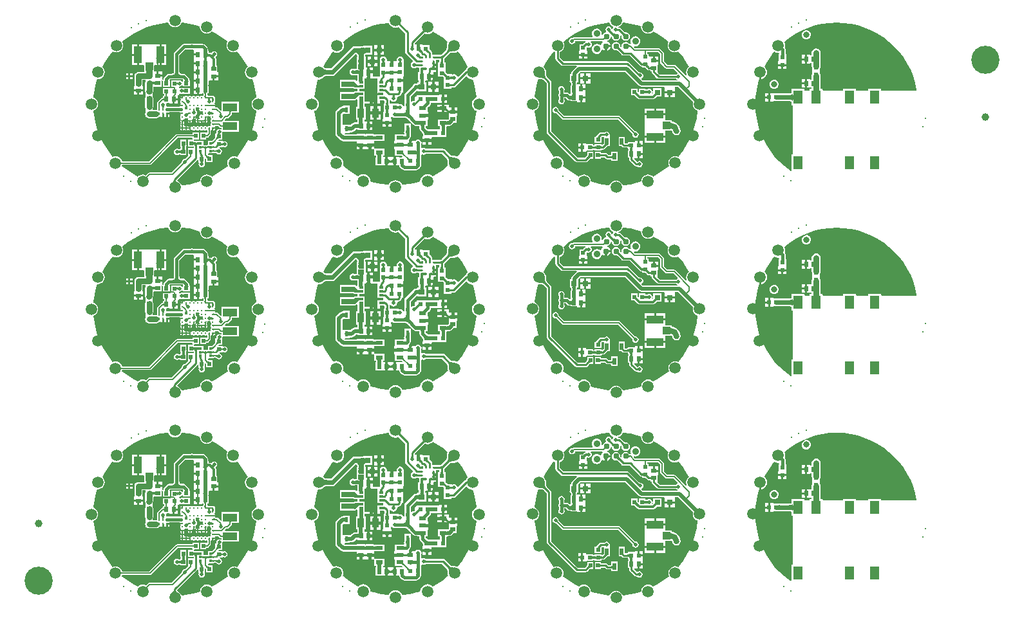
<source format=gbl>
G04*
G04 #@! TF.GenerationSoftware,Altium Limited,Altium Designer,19.0.15 (446)*
G04*
G04 Layer_Physical_Order=2*
G04 Layer_Color=16711680*
%FSAX25Y25*%
%MOIN*%
G70*
G01*
G75*
%ADD10C,0.03937*%
%ADD11C,0.02953*%
%ADD12R,0.03937X0.03937*%
%ADD13R,0.08661X0.04134*%
%ADD14C,0.01575*%
%ADD15R,0.02520X0.02362*%
%ADD20R,0.02362X0.02520*%
%ADD21C,0.01000*%
%ADD22C,0.01181*%
%ADD23C,0.00787*%
%ADD26C,0.00598*%
%ADD27C,0.00984*%
%ADD28C,0.14567*%
%ADD29C,0.00984*%
%ADD30C,0.03150*%
%ADD31C,0.05906*%
%ADD32C,0.02362*%
%ADD33C,0.01968*%
%ADD34C,0.03543*%
%ADD35C,0.01575*%
%ADD36R,0.02362X0.01968*%
%ADD37R,0.02441X0.02244*%
%ADD38R,0.02244X0.02441*%
%ADD39R,0.05118X0.07087*%
%ADD40C,0.02362*%
%ADD41R,0.03150X0.03150*%
%ADD42R,0.01968X0.02362*%
%ADD43R,0.01890X0.03740*%
%ADD44C,0.03110*%
%ADD45C,0.01968*%
%ADD46R,0.01772X0.02756*%
%ADD47R,0.01083X0.00984*%
%ADD48R,0.00984X0.01083*%
%ADD49R,0.00394X0.00394*%
%ADD50R,0.03740X0.01890*%
%ADD51R,0.01968X0.01181*%
%ADD52R,0.06890X0.12205*%
%ADD53R,0.06693X0.02756*%
%ADD54R,0.03543X0.05118*%
%ADD55C,0.02756*%
%ADD56R,0.01417X0.00984*%
%ADD57R,0.03937X0.03937*%
%ADD58R,0.04134X0.08661*%
%ADD59R,0.00787X0.01181*%
%ADD60R,0.01772X0.01181*%
%ADD61C,0.01063*%
%ADD62R,0.07480X0.04331*%
G36*
X0843973Y0582527D02*
X0847632Y0582045D01*
X0851235Y0581247D01*
X0853274Y0580604D01*
X0853236Y0580312D01*
X0853358Y0579385D01*
X0853716Y0578520D01*
X0854285Y0577778D01*
X0855027Y0577209D01*
X0855892Y0576851D01*
X0856819Y0576729D01*
X0857747Y0576851D01*
X0858611Y0577209D01*
X0859353Y0577778D01*
X0859533Y0578012D01*
X0861438Y0577020D01*
X0864550Y0575037D01*
X0867478Y0572791D01*
X0867625Y0572657D01*
X0867498Y0572491D01*
X0867140Y0571627D01*
X0867017Y0570699D01*
X0867140Y0569772D01*
X0867498Y0568908D01*
X0868067Y0568165D01*
X0868809Y0567596D01*
X0869673Y0567238D01*
X0870601Y0567116D01*
X0871528Y0567238D01*
X0872392Y0567596D01*
X0872872Y0567343D01*
X0874939Y0564649D01*
X0876922Y0561536D01*
X0877956Y0559549D01*
X0877592Y0559269D01*
X0877022Y0558527D01*
X0876664Y0557663D01*
X0876542Y0556735D01*
X0876664Y0555808D01*
X0877022Y0554944D01*
X0877592Y0554201D01*
X0878334Y0553632D01*
X0879198Y0553274D01*
X0880126Y0553152D01*
X0880557Y0553209D01*
X0881148Y0551333D01*
X0881947Y0547730D01*
X0882428Y0544071D01*
X0882445Y0543699D01*
X0881774Y0543421D01*
X0881032Y0542851D01*
X0880462Y0542109D01*
X0880104Y0541245D01*
X0879982Y0540317D01*
X0880104Y0539390D01*
X0880462Y0538526D01*
X0881032Y0537784D01*
X0881774Y0537214D01*
X0882439Y0536938D01*
X0882428Y0536697D01*
X0881947Y0533038D01*
X0881148Y0529435D01*
X0880038Y0525916D01*
X0878626Y0522506D01*
X0876922Y0519233D01*
X0874939Y0516120D01*
X0872692Y0513192D01*
X0872444Y0512921D01*
X0871922Y0513137D01*
X0870994Y0513259D01*
X0870067Y0513137D01*
X0869203Y0512779D01*
X0868461Y0512210D01*
X0867891Y0511467D01*
X0867533Y0510603D01*
X0867411Y0509676D01*
X0867533Y0508748D01*
X0867749Y0508226D01*
X0867478Y0507978D01*
X0864550Y0505731D01*
X0861438Y0503748D01*
X0859455Y0502716D01*
X0859398Y0502790D01*
X0858656Y0503360D01*
X0857792Y0503718D01*
X0856864Y0503840D01*
X0855937Y0503718D01*
X0855072Y0503360D01*
X0854330Y0502790D01*
X0853761Y0502048D01*
X0853403Y0501184D01*
X0853281Y0500256D01*
X0853292Y0500171D01*
X0851235Y0499522D01*
X0847632Y0498723D01*
X0843973Y0498242D01*
X0843655Y0498228D01*
X0843389Y0498869D01*
X0842820Y0499611D01*
X0842266Y0500036D01*
X0842247Y0500080D01*
X0842184Y0500106D01*
X0842145Y0500162D01*
X0841971Y0500275D01*
X0841841Y0500377D01*
X0841732Y0500480D01*
X0841641Y0500585D01*
X0841568Y0500693D01*
X0841509Y0500805D01*
X0841463Y0500923D01*
X0841453Y0500961D01*
X0851851Y0511359D01*
X0852475Y0511394D01*
X0852560Y0511331D01*
Y0510885D01*
X0852554Y0510875D01*
X0852560Y0510854D01*
Y0510830D01*
X0852550Y0510806D01*
X0852560Y0510781D01*
Y0510178D01*
X0852560Y0510178D01*
X0852678Y0509678D01*
X0852568Y0509125D01*
X0852691Y0508506D01*
X0853041Y0507982D01*
X0853565Y0507632D01*
X0854183Y0507509D01*
X0854802Y0507632D01*
X0855326Y0507982D01*
X0855676Y0508506D01*
X0855799Y0509125D01*
X0855689Y0509678D01*
X0855728Y0510178D01*
X0855728Y0510178D01*
X0855728Y0510178D01*
Y0510697D01*
X0855766Y0510786D01*
X0855750Y0510825D01*
X0855761Y0510866D01*
X0855728Y0510925D01*
Y0512030D01*
X0856192Y0512218D01*
X0856497Y0511943D01*
Y0511773D01*
X0856482Y0511704D01*
X0856497Y0511680D01*
Y0510178D01*
X0859665D01*
Y0513740D01*
X0858084D01*
X0858021Y0513766D01*
X0857968Y0513743D01*
X0857911Y0513756D01*
X0857887Y0513740D01*
X0857832D01*
X0857786Y0513773D01*
X0857521Y0514000D01*
X0857364Y0514152D01*
X0857314Y0514384D01*
X0857666Y0514863D01*
X0859550D01*
X0859581Y0514841D01*
X0859654Y0514854D01*
X0859723Y0514826D01*
X0859813Y0514863D01*
X0860335D01*
Y0515005D01*
X0860390Y0515009D01*
X0860518Y0515010D01*
X0860588Y0515040D01*
X0861403D01*
X0861423Y0515026D01*
X0861486Y0515037D01*
X0861543Y0515011D01*
X0861619Y0515008D01*
X0861661Y0515004D01*
X0861693Y0514997D01*
X0861715Y0514991D01*
X0861729Y0514986D01*
X0861736Y0514982D01*
X0861739Y0514980D01*
X0861741Y0514978D01*
X0861743Y0514975D01*
X0861769Y0514941D01*
X0861868Y0514880D01*
X0861978Y0514715D01*
X0862502Y0514364D01*
X0863120Y0514242D01*
X0863739Y0514364D01*
X0864263Y0514715D01*
X0864613Y0515239D01*
X0864736Y0515857D01*
X0864613Y0516475D01*
X0864263Y0516999D01*
X0863739Y0517349D01*
X0863312Y0517434D01*
X0863361Y0517934D01*
X0863395D01*
X0863443Y0517931D01*
X0863447Y0517934D01*
X0864783D01*
Y0517934D01*
X0865283Y0518088D01*
X0865376Y0518026D01*
X0865994Y0517903D01*
X0866613Y0518026D01*
X0867137Y0518376D01*
X0867487Y0518900D01*
X0867610Y0519518D01*
X0867487Y0520136D01*
X0867137Y0520660D01*
X0866613Y0521010D01*
X0865994Y0521134D01*
X0865376Y0521010D01*
X0865283Y0520949D01*
X0864783Y0521103D01*
X0864783Y0521103D01*
X0862911D01*
X0862713Y0521559D01*
X0863063Y0521867D01*
X0863072Y0521871D01*
X0863257D01*
X0863378Y0521852D01*
X0863403Y0521871D01*
X0864783D01*
Y0525039D01*
X0864783Y0525039D01*
X0864869Y0525504D01*
X0864933Y0525823D01*
X0865114Y0526044D01*
X0873287D01*
Y0531575D01*
X0866308D01*
X0866117Y0532037D01*
X0866894Y0532814D01*
X0867491D01*
X0867842Y0532884D01*
X0868139Y0533082D01*
X0869596Y0534539D01*
X0869794Y0534837D01*
X0869864Y0535187D01*
X0869864Y0535188D01*
Y0535812D01*
X0869896Y0535884D01*
X0869896Y0535887D01*
X0873287D01*
Y0541417D01*
X0864607D01*
Y0537047D01*
X0864145Y0536856D01*
X0862656Y0538345D01*
X0862327Y0538564D01*
X0861939Y0538642D01*
X0861254D01*
X0861073Y0538864D01*
X0861018Y0539026D01*
X0860996Y0539153D01*
X0860999Y0539172D01*
X0861024Y0539298D01*
X0860969D01*
Y0539298D01*
X0860862Y0539296D01*
X0860588Y0539279D01*
X0860513Y0539268D01*
X0860387Y0539240D01*
X0860337Y0539222D01*
X0860294Y0539202D01*
X0860260Y0539179D01*
Y0539298D01*
X0859931D01*
Y0539896D01*
X0860260D01*
Y0540015D01*
X0860294Y0539992D01*
X0860337Y0539972D01*
X0860387Y0539954D01*
X0860446Y0539939D01*
X0860513Y0539926D01*
X0860671Y0539907D01*
X0860762Y0539901D01*
X0860969Y0539896D01*
X0861024D01*
X0860996Y0540038D01*
X0860746Y0540412D01*
X0860868Y0540931D01*
X0860997Y0541124D01*
X0861085Y0541565D01*
X0860997Y0542007D01*
X0860984Y0542027D01*
X0860975Y0542665D01*
X0860976Y0542786D01*
X0860980Y0543067D01*
X0860997Y0543092D01*
X0861085Y0543534D01*
X0860997Y0543975D01*
X0860747Y0544350D01*
X0860373Y0544600D01*
X0859931Y0544688D01*
X0859490Y0544600D01*
X0859470Y0544587D01*
X0858832Y0544578D01*
X0858711Y0544578D01*
X0858430Y0544583D01*
X0858405Y0544600D01*
X0857963Y0544688D01*
X0857522Y0544600D01*
X0857406Y0544621D01*
X0857008Y0545070D01*
Y0545588D01*
X0857037Y0545655D01*
X0857041Y0545787D01*
X0857046Y0545847D01*
X0857773D01*
Y0548784D01*
X0857796Y0548817D01*
X0857783Y0548888D01*
X0857811Y0548955D01*
X0857773Y0549045D01*
Y0549567D01*
X0857738D01*
X0857575Y0549995D01*
X0857773Y0550414D01*
X0857773D01*
Y0550936D01*
X0857811Y0551026D01*
X0857783Y0551093D01*
X0857796Y0551164D01*
X0857773Y0551197D01*
Y0552183D01*
X0858144Y0552495D01*
X0859904D01*
Y0553463D01*
X0859874Y0553483D01*
X0859823Y0553501D01*
X0859766Y0553507D01*
X0859904D01*
Y0554676D01*
X0860404D01*
Y0555176D01*
X0862664D01*
Y0556857D01*
X0862264D01*
Y0560236D01*
X0861711D01*
X0861706Y0560248D01*
X0861683Y0560334D01*
X0861663Y0560457D01*
X0861649Y0560615D01*
X0861644Y0560822D01*
X0861618Y0560881D01*
Y0563613D01*
X0861526Y0564077D01*
X0861440Y0564206D01*
X0861337Y0564451D01*
X0861507Y0564731D01*
X0861609Y0564874D01*
X0861782Y0564990D01*
X0862132Y0565514D01*
X0862255Y0566132D01*
X0862132Y0566750D01*
X0861782Y0567275D01*
X0861258Y0567625D01*
X0860640Y0567748D01*
X0860022Y0567625D01*
X0859498Y0567275D01*
X0859148Y0566750D01*
X0858657Y0566846D01*
X0858440Y0566889D01*
X0858362Y0566921D01*
X0858323Y0566939D01*
X0858320Y0566939D01*
X0858319Y0566939D01*
X0858313Y0566939D01*
X0858215Y0566942D01*
X0857774Y0567183D01*
X0857736Y0567274D01*
Y0567795D01*
X0857457D01*
X0857448Y0567840D01*
X0857395Y0568489D01*
X0857392Y0568766D01*
X0857370Y0568818D01*
Y0568849D01*
X0857262Y0569390D01*
X0856955Y0569849D01*
X0855735Y0571070D01*
X0855276Y0571376D01*
X0854735Y0571484D01*
X0849883D01*
X0849708Y0571601D01*
X0849090Y0571724D01*
X0848471Y0571601D01*
X0848296Y0571484D01*
X0845050D01*
X0844508Y0571376D01*
X0844049Y0571070D01*
X0840191Y0567211D01*
X0839884Y0566752D01*
X0839777Y0566211D01*
Y0557077D01*
X0839756Y0557033D01*
X0839742Y0556773D01*
X0839710Y0556592D01*
X0839664Y0556454D01*
X0839610Y0556354D01*
X0839549Y0556279D01*
X0839474Y0556218D01*
X0839374Y0556164D01*
X0839236Y0556118D01*
X0839055Y0556086D01*
X0838795Y0556072D01*
X0838750Y0556051D01*
X0838702Y0556061D01*
X0838687Y0556051D01*
X0837176D01*
X0836634Y0555943D01*
X0836175Y0555637D01*
X0834837Y0554298D01*
X0834530Y0553839D01*
X0834447Y0553421D01*
X0834400Y0553318D01*
X0834388Y0552933D01*
X0834235Y0552810D01*
X0834150Y0552786D01*
X0833687Y0553134D01*
Y0554451D01*
X0831428D01*
Y0554951D01*
X0830928D01*
Y0557132D01*
X0829989D01*
X0829547Y0557273D01*
Y0557794D01*
X0829585Y0557885D01*
X0829547Y0557975D01*
Y0558011D01*
X0829553Y0558085D01*
X0829547Y0558091D01*
Y0559987D01*
X0829719Y0560416D01*
X0832286D01*
Y0565747D01*
Y0571077D01*
X0829719D01*
Y0571063D01*
X0824239D01*
Y0571077D01*
X0821672D01*
Y0565747D01*
Y0560416D01*
X0824239D01*
X0824410Y0559987D01*
Y0558091D01*
X0824404Y0558085D01*
X0824410Y0558011D01*
Y0557975D01*
X0824373Y0557885D01*
X0824410Y0557794D01*
Y0557273D01*
X0824028Y0556990D01*
X0821467D01*
X0821467Y0556990D01*
X0820657Y0556828D01*
X0819970Y0556369D01*
X0819931Y0556330D01*
X0819472Y0555643D01*
X0819310Y0554833D01*
Y0551030D01*
X0819472Y0550220D01*
X0819572Y0550070D01*
Y0549428D01*
X0819172D01*
Y0547747D01*
X0823691D01*
Y0549428D01*
X0823291D01*
Y0550072D01*
X0823387Y0550216D01*
X0823549Y0551026D01*
X0823545Y0551046D01*
Y0552755D01*
X0825158D01*
Y0552185D01*
X0825023Y0551982D01*
X0824862Y0551172D01*
Y0547280D01*
X0824803Y0546983D01*
X0824964Y0546173D01*
X0825119Y0545940D01*
Y0545445D01*
X0825119Y0545162D01*
X0825119D01*
Y0544945D01*
X0825119D01*
Y0544118D01*
X0825023Y0543974D01*
X0824862Y0543164D01*
Y0538839D01*
X0825023Y0538029D01*
X0825158Y0537827D01*
Y0537117D01*
X0825158D01*
Y0536861D01*
X0825158D01*
Y0536152D01*
X0825023Y0535949D01*
X0824862Y0535139D01*
X0825023Y0534329D01*
X0825158Y0534126D01*
Y0533417D01*
X0825819D01*
X0826169Y0533183D01*
X0826979Y0533022D01*
X0830552D01*
X0831362Y0533183D01*
X0832049Y0533642D01*
X0832059Y0533651D01*
X0832290Y0533997D01*
X0832790Y0533958D01*
Y0533676D01*
X0833683D01*
Y0535266D01*
X0834684D01*
Y0533676D01*
X0835652D01*
Y0535266D01*
X0836152D01*
Y0535766D01*
X0837546D01*
Y0536214D01*
X0842639D01*
X0842844Y0535959D01*
X0843146D01*
Y0535959D01*
X0843253Y0535960D01*
X0843527Y0535978D01*
X0843602Y0535989D01*
X0843728Y0536017D01*
X0843778Y0536035D01*
X0843821Y0536055D01*
X0843855Y0536078D01*
Y0535959D01*
X0844184D01*
Y0535361D01*
X0843855D01*
Y0535242D01*
X0843821Y0535265D01*
X0843778Y0535285D01*
X0843728Y0535302D01*
X0843669Y0535318D01*
X0843602Y0535331D01*
X0843444Y0535350D01*
X0843353Y0535356D01*
X0843146Y0535361D01*
Y0535361D01*
X0843091D01*
X0843119Y0535219D01*
X0843369Y0534845D01*
X0843246Y0534326D01*
X0843118Y0534133D01*
X0843030Y0533691D01*
X0843118Y0533250D01*
X0843246Y0533057D01*
X0843369Y0532538D01*
X0843119Y0532164D01*
X0843091Y0532022D01*
X0844184D01*
X0844512D01*
Y0532141D01*
X0844546Y0532118D01*
X0844589Y0532098D01*
X0844639Y0532080D01*
X0844698Y0532065D01*
X0844765Y0532052D01*
X0844923Y0532033D01*
X0845014Y0532027D01*
X0845221Y0532022D01*
Y0532022D01*
X0845276D01*
X0845248Y0532164D01*
X0845180Y0532266D01*
X0845327Y0532873D01*
X0845534Y0532986D01*
X0846152Y0532864D01*
X0846770Y0532986D01*
X0846977Y0532873D01*
X0847124Y0532266D01*
X0847056Y0532164D01*
X0847028Y0532022D01*
X0847083D01*
Y0532022D01*
X0847190Y0532023D01*
X0847464Y0532041D01*
X0847539Y0532052D01*
X0847665Y0532080D01*
X0847715Y0532098D01*
X0847758Y0532118D01*
X0847792Y0532141D01*
Y0532022D01*
X0848120D01*
X0849213D01*
X0849185Y0532164D01*
X0849180Y0532171D01*
X0849297Y0532515D01*
X0849641Y0532632D01*
X0849648Y0532627D01*
X0849790Y0532599D01*
Y0533691D01*
X0850089D01*
Y0533991D01*
X0851182D01*
X0851153Y0534132D01*
X0850975Y0534399D01*
X0851389Y0534675D01*
X0851739Y0535199D01*
X0851862Y0535817D01*
X0851739Y0536436D01*
X0851389Y0536960D01*
X0851211Y0537132D01*
X0851208Y0537138D01*
X0851196Y0537147D01*
X0851155Y0537187D01*
X0851243Y0537628D01*
X0851155Y0538070D01*
X0851140Y0538092D01*
X0851252Y0538434D01*
X0851594Y0538546D01*
X0851616Y0538531D01*
X0852057Y0538443D01*
X0852499Y0538531D01*
X0852691Y0538659D01*
X0852710Y0538664D01*
X0852800Y0538624D01*
X0853062Y0538247D01*
X0853063Y0538223D01*
X0852960Y0538070D01*
X0852872Y0537628D01*
X0852960Y0537187D01*
X0853210Y0536813D01*
X0853584Y0536563D01*
X0854026Y0536475D01*
X0854467Y0536563D01*
X0854503Y0536586D01*
X0854769Y0536505D01*
X0854929Y0536101D01*
X0854841Y0535660D01*
X0854929Y0535218D01*
X0854987Y0535131D01*
X0854843Y0534843D01*
X0854555Y0534699D01*
X0854467Y0534757D01*
X0854026Y0534845D01*
X0853584Y0534757D01*
X0853210Y0534507D01*
X0852960Y0534133D01*
X0852872Y0533691D01*
X0852960Y0533250D01*
X0853089Y0533057D01*
X0853107Y0532982D01*
X0852665Y0532676D01*
X0852498Y0532787D01*
X0852357Y0532816D01*
Y0531723D01*
Y0530630D01*
X0852498Y0530659D01*
X0852872Y0530908D01*
X0853211D01*
X0853585Y0530659D01*
X0853727Y0530630D01*
Y0531723D01*
X0854325D01*
Y0530630D01*
X0854467Y0530659D01*
X0854659Y0530787D01*
X0855010Y0530869D01*
X0855361Y0530787D01*
X0855554Y0530659D01*
X0855695Y0530630D01*
Y0531723D01*
X0855995D01*
Y0532022D01*
X0857087D01*
X0857059Y0532164D01*
X0856930Y0532356D01*
X0856849Y0532707D01*
X0856930Y0533058D01*
X0857059Y0533251D01*
X0857087Y0533392D01*
X0855995D01*
Y0533991D01*
X0857307D01*
X0857327Y0534008D01*
X0857564Y0534155D01*
X0858121Y0534045D01*
X0858347Y0534090D01*
X0858773Y0533696D01*
X0858783Y0533667D01*
X0858866Y0533250D01*
X0858994Y0533058D01*
X0859076Y0532707D01*
X0858994Y0532356D01*
X0858866Y0532164D01*
X0858778Y0531723D01*
X0858866Y0531281D01*
X0859116Y0530907D01*
Y0530570D01*
X0858866Y0530196D01*
X0858778Y0529754D01*
X0858866Y0529313D01*
X0858924Y0529225D01*
X0858780Y0528937D01*
X0858492Y0528793D01*
X0858405Y0528852D01*
X0857963Y0528940D01*
X0857522Y0528852D01*
X0857147Y0528602D01*
X0856810D01*
X0856436Y0528852D01*
X0855995Y0528940D01*
X0855553Y0528852D01*
X0855179Y0528602D01*
X0854842D01*
X0854467Y0528852D01*
X0854026Y0528940D01*
X0853584Y0528852D01*
X0853393Y0528724D01*
X0853042Y0528641D01*
X0852691Y0528724D01*
X0852499Y0528852D01*
X0852057Y0528940D01*
X0851616Y0528852D01*
X0851425Y0528724D01*
X0851073Y0528641D01*
X0850722Y0528724D01*
X0850531Y0528852D01*
X0850089Y0528940D01*
X0849648Y0528852D01*
X0849455Y0528723D01*
X0848935Y0528601D01*
X0848561Y0528850D01*
X0848420Y0528878D01*
Y0527786D01*
Y0526693D01*
X0848561Y0526722D01*
X0848935Y0526971D01*
X0849455Y0526849D01*
X0849648Y0526720D01*
X0850089Y0526632D01*
X0850531Y0526720D01*
X0850722Y0526848D01*
X0851073Y0526931D01*
X0851425Y0526848D01*
X0851616Y0526720D01*
X0852057Y0526632D01*
X0852499Y0526720D01*
X0852691Y0526848D01*
X0853042Y0526931D01*
X0853393Y0526848D01*
X0853584Y0526720D01*
X0854026Y0526632D01*
X0854467Y0526720D01*
X0854842Y0526970D01*
X0855179D01*
X0855553Y0526720D01*
X0855995Y0526632D01*
X0856436Y0526720D01*
X0856514Y0526772D01*
X0856688Y0526761D01*
X0856751Y0526745D01*
X0857046Y0526526D01*
Y0525612D01*
X0856555Y0525591D01*
Y0525591D01*
X0853387D01*
Y0522028D01*
X0856555D01*
Y0522861D01*
X0856558Y0522861D01*
X0856629Y0522893D01*
X0857018D01*
X0857369Y0522963D01*
X0857666Y0523161D01*
X0858611Y0524106D01*
X0858810Y0524403D01*
X0858880Y0524754D01*
Y0526528D01*
X0859160Y0526739D01*
X0859232Y0526759D01*
X0859413Y0526774D01*
X0859491Y0526722D01*
X0859632Y0526693D01*
Y0526749D01*
X0859631Y0526856D01*
X0859613Y0527130D01*
X0859603Y0527205D01*
X0859574Y0527330D01*
X0859556Y0527381D01*
X0859536Y0527423D01*
X0859514Y0527458D01*
X0859632D01*
Y0527786D01*
X0859931D01*
Y0528085D01*
X0861024D01*
X0860996Y0528227D01*
X0860943Y0528305D01*
X0860955Y0528480D01*
X0860973Y0528546D01*
X0861189Y0528838D01*
X0862741D01*
X0863417Y0528161D01*
X0863715Y0527962D01*
X0864065Y0527893D01*
X0864341D01*
X0864426Y0527555D01*
X0863978Y0527287D01*
X0863935Y0527315D01*
X0863317Y0527438D01*
X0862699Y0527315D01*
X0862175Y0526965D01*
X0861825Y0526441D01*
X0861702Y0525823D01*
X0861759Y0525539D01*
X0861382Y0525043D01*
X0861370Y0525039D01*
X0861221D01*
Y0523380D01*
X0861186Y0523271D01*
X0861211Y0523221D01*
X0861203Y0523165D01*
X0861221Y0523140D01*
Y0523126D01*
X0861193Y0523086D01*
X0860964Y0522819D01*
X0860810Y0522659D01*
X0860782Y0522589D01*
X0859818Y0521625D01*
X0859751Y0521600D01*
X0859429Y0521299D01*
X0859315Y0521206D01*
X0859281Y0521181D01*
X0859259D01*
X0859258Y0521182D01*
X0859249Y0521181D01*
X0859190D01*
X0859149Y0521203D01*
X0859075Y0521181D01*
X0857363D01*
Y0519071D01*
X0857308Y0519067D01*
X0857180Y0519065D01*
X0857110Y0519035D01*
X0856305D01*
X0856279Y0519053D01*
X0856192Y0519035D01*
X0856112D01*
X0856025Y0519053D01*
X0855999Y0519035D01*
X0855273D01*
X0855203Y0519065D01*
X0855068Y0519067D01*
X0855020Y0519070D01*
Y0521181D01*
X0852761D01*
X0852753Y0521187D01*
X0852743Y0521184D01*
X0852660Y0521219D01*
X0852570Y0521181D01*
X0852048D01*
Y0521108D01*
X0851838Y0521094D01*
X0851672Y0521093D01*
X0851605Y0521065D01*
X0851214D01*
X0851191Y0521080D01*
X0851113Y0521065D01*
X0851014D01*
X0850936Y0521080D01*
X0850913Y0521065D01*
X0850692D01*
X0850640Y0521077D01*
X0850606Y0521093D01*
X0850574Y0521094D01*
X0850217Y0521181D01*
Y0521732D01*
X0850594Y0522028D01*
X0852618D01*
Y0525591D01*
X0849450D01*
Y0524758D01*
X0849446Y0524758D01*
X0849375Y0524726D01*
X0841467D01*
X0841116Y0524657D01*
X0840819Y0524458D01*
X0826953Y0510593D01*
X0813040D01*
X0813039Y0510603D01*
X0812681Y0511467D01*
X0812111Y0512210D01*
X0811369Y0512779D01*
X0810505Y0513137D01*
X0809577Y0513259D01*
X0808650Y0513137D01*
X0808128Y0512921D01*
X0807879Y0513192D01*
X0805633Y0516120D01*
X0803650Y0519233D01*
X0801946Y0522506D01*
X0800533Y0525916D01*
X0799424Y0529435D01*
X0798625Y0533038D01*
X0798143Y0536697D01*
X0798132Y0536950D01*
X0798771Y0537214D01*
X0799513Y0537784D01*
X0800082Y0538526D01*
X0800440Y0539390D01*
X0800562Y0540317D01*
X0800440Y0541245D01*
X0800082Y0542109D01*
X0799513Y0542851D01*
X0798771Y0543421D01*
X0798127Y0543687D01*
X0798143Y0544071D01*
X0798625Y0547730D01*
X0799424Y0551333D01*
X0800043Y0553299D01*
X0800482Y0553241D01*
X0801410Y0553363D01*
X0802274Y0553721D01*
X0803016Y0554290D01*
X0803586Y0555032D01*
X0803944Y0555897D01*
X0804066Y0556824D01*
X0803944Y0557752D01*
X0803586Y0558616D01*
X0803016Y0559358D01*
X0802659Y0559632D01*
X0803650Y0561536D01*
X0805633Y0564649D01*
X0807700Y0567343D01*
X0808179Y0567596D01*
X0809044Y0567238D01*
X0809971Y0567116D01*
X0810898Y0567238D01*
X0811763Y0567596D01*
X0812505Y0568165D01*
X0813074Y0568908D01*
X0813432Y0569772D01*
X0813554Y0570699D01*
X0813432Y0571627D01*
X0813074Y0572491D01*
X0812947Y0572657D01*
X0813094Y0572791D01*
X0816022Y0575037D01*
X0819134Y0577020D01*
X0822408Y0578724D01*
X0825817Y0580137D01*
X0829337Y0581247D01*
X0832940Y0582045D01*
X0836599Y0582527D01*
X0836917Y0582541D01*
X0837183Y0581900D01*
X0837752Y0581158D01*
X0838494Y0580588D01*
X0839358Y0580230D01*
X0840286Y0580108D01*
X0841213Y0580230D01*
X0842078Y0580588D01*
X0842820Y0581158D01*
X0843389Y0581900D01*
X0843655Y0582541D01*
X0843973Y0582527D01*
D02*
G37*
G36*
X1072320Y0582529D02*
X1075979Y0582047D01*
X1079582Y0581248D01*
X1081622Y0580605D01*
X1081584Y0580312D01*
X1081706Y0579385D01*
X1082064Y0578521D01*
X1082633Y0577779D01*
X1083375Y0577210D01*
X1084239Y0576852D01*
X1085166Y0576730D01*
X1086093Y0576852D01*
X1086956Y0577210D01*
X1087698Y0577779D01*
X1087879Y0578014D01*
X1089785Y0577022D01*
X1092898Y0575039D01*
X1095593Y0572971D01*
X1095845Y0572490D01*
X1095487Y0571626D01*
X1095366Y0570699D01*
X1095487Y0569772D01*
X1095845Y0568908D01*
X1096415Y0568167D01*
X1097156Y0567597D01*
X1098020Y0567240D01*
X1098947Y0567118D01*
X1099874Y0567240D01*
X1100738Y0567597D01*
X1101219Y0567345D01*
X1103287Y0564650D01*
X1105270Y0561537D01*
X1106305Y0559548D01*
X1105939Y0559268D01*
X1105370Y0558526D01*
X1105012Y0557662D01*
X1104890Y0556735D01*
X1105012Y0555808D01*
X1105110Y0555572D01*
X1104687Y0555288D01*
X1099545Y0560430D01*
X1099216Y0560650D01*
X1098829Y0560727D01*
X1095154D01*
X1093384Y0562496D01*
Y0566487D01*
X1093307Y0566874D01*
X1093088Y0567202D01*
X1091356Y0568934D01*
X1091027Y0569153D01*
X1090640Y0569231D01*
X1078539D01*
X1077914Y0569856D01*
X1078148Y0570330D01*
X1078632Y0570266D01*
X1079300Y0570354D01*
X1079922Y0570611D01*
X1080456Y0571021D01*
X1080866Y0571555D01*
X1081124Y0572177D01*
X1081211Y0572845D01*
X1081124Y0573513D01*
X1080866Y0574135D01*
X1080456Y0574669D01*
X1079922Y0575079D01*
X1079300Y0575336D01*
X1078632Y0575424D01*
X1077965Y0575336D01*
X1077343Y0575079D01*
X1076809Y0574669D01*
X1076399Y0574135D01*
X1076141Y0573513D01*
X1076053Y0572845D01*
X1076141Y0572177D01*
X1076295Y0571807D01*
X1076115Y0571510D01*
X1076011Y0571435D01*
X1075508Y0571498D01*
X1075455Y0571532D01*
X1075431Y0571590D01*
X1075375Y0571614D01*
X1075185Y0571898D01*
X1074473Y0572374D01*
X1073632Y0572541D01*
X1072792Y0572374D01*
X1072080Y0571898D01*
X1071604Y0571185D01*
X1071437Y0570345D01*
X1071473Y0570162D01*
X1071291Y0569933D01*
X1071035Y0569803D01*
X1070859Y0569899D01*
X1070840Y0569965D01*
X1070830Y0570028D01*
X1070825Y0570090D01*
X1070829Y0570187D01*
X1070825Y0570198D01*
X1070829Y0570210D01*
X1070810Y0570256D01*
X1070828Y0570345D01*
X1070661Y0571185D01*
X1070185Y0571898D01*
X1069473Y0572374D01*
X1068632Y0572541D01*
X1067792Y0572374D01*
X1067080Y0571898D01*
X1066604Y0571185D01*
X1066437Y0570345D01*
X1066604Y0569505D01*
X1067080Y0568792D01*
X1067792Y0568316D01*
X1068632Y0568149D01*
X1068721Y0568167D01*
X1068767Y0568148D01*
X1068779Y0568153D01*
X1068791Y0568148D01*
X1068887Y0568152D01*
X1068949Y0568148D01*
X1069012Y0568137D01*
X1069078Y0568119D01*
X1069147Y0568092D01*
X1069222Y0568055D01*
X1069302Y0568007D01*
X1069386Y0567946D01*
X1069476Y0567872D01*
X1069583Y0567772D01*
X1069646Y0567748D01*
X1071502Y0565892D01*
X1071865Y0565649D01*
X1072294Y0565564D01*
X1075531D01*
X1081029Y0560065D01*
X1081393Y0559822D01*
X1081682Y0559764D01*
X1081809Y0559709D01*
X1081948Y0559706D01*
X1082010Y0559702D01*
Y0559274D01*
X1083153D01*
X1083168Y0559262D01*
X1083216Y0559268D01*
X1083259Y0559243D01*
X1083378Y0559274D01*
X1083623D01*
X1083706Y0559227D01*
X1083817Y0559150D01*
X1084132Y0558885D01*
X1084313Y0558711D01*
X1084377Y0558686D01*
X1084809Y0558254D01*
X1085172Y0558011D01*
X1085601Y0557926D01*
X1085912D01*
X1085974Y0557898D01*
X1086147Y0557894D01*
X1086274Y0557883D01*
X1086371Y0557867D01*
X1086380Y0557864D01*
Y0557266D01*
X1087119D01*
Y0556959D01*
X1087204Y0556531D01*
X1087447Y0556167D01*
X1088825Y0554789D01*
X1088943Y0554710D01*
X1089927Y0553726D01*
X1090290Y0553483D01*
X1090719Y0553398D01*
X1099721D01*
X1099735Y0553377D01*
X1100259Y0553027D01*
X1100347Y0553010D01*
X1100298Y0552510D01*
X1082293D01*
X1081703Y0553100D01*
X1081855Y0553655D01*
X1082265Y0553928D01*
X1082615Y0554452D01*
X1082737Y0555069D01*
X1082615Y0555687D01*
X1082265Y0556210D01*
X1081741Y0556560D01*
X1081124Y0556683D01*
X1080834Y0556625D01*
X1080832Y0556626D01*
X1080811Y0556632D01*
X1080801Y0556638D01*
X1080783Y0556649D01*
X1080684Y0556730D01*
X1080625Y0556786D01*
X1080562Y0556811D01*
X1075251Y0562121D01*
X1074888Y0562364D01*
X1074459Y0562449D01*
X1041419D01*
X1039437Y0564431D01*
Y0567319D01*
X1040108Y0567597D01*
X1040850Y0568167D01*
X1041419Y0568908D01*
X1041777Y0569772D01*
X1041899Y0570699D01*
X1041777Y0571626D01*
X1041419Y0572490D01*
X1041672Y0572971D01*
X1044367Y0575039D01*
X1047480Y0577022D01*
X1050753Y0578726D01*
X1054163Y0580138D01*
X1057683Y0581248D01*
X1061286Y0582047D01*
X1064945Y0582529D01*
X1065265Y0582543D01*
X1065530Y0581901D01*
X1066100Y0581159D01*
X1066841Y0580589D01*
X1067156Y0580459D01*
X1067211Y0579895D01*
X1067176Y0579872D01*
X1066827Y0579348D01*
X1066820Y0579317D01*
X1066310D01*
X1066265Y0579545D01*
X1065915Y0580069D01*
X1065392Y0580418D01*
X1064774Y0580541D01*
X1064157Y0580418D01*
X1063633Y0580069D01*
X1063283Y0579545D01*
X1063160Y0578928D01*
X1063283Y0578310D01*
X1063477Y0578020D01*
X1063276Y0577470D01*
X1062792Y0577374D01*
X1062080Y0576898D01*
X1061604Y0576185D01*
X1061143Y0576328D01*
X1061211Y0576845D01*
X1061124Y0577513D01*
X1060866Y0578135D01*
X1060456Y0578669D01*
X1059922Y0579079D01*
X1059300Y0579336D01*
X1058632Y0579424D01*
X1057965Y0579336D01*
X1057343Y0579079D01*
X1056809Y0578669D01*
X1056399Y0578135D01*
X1056141Y0577513D01*
X1056053Y0576845D01*
X1056141Y0576177D01*
X1056399Y0575555D01*
X1056548Y0575360D01*
X1056302Y0574860D01*
X1046782D01*
X1046395Y0574784D01*
X1046067Y0574564D01*
X1046067Y0574564D01*
X1046023Y0574520D01*
X1045837Y0574557D01*
X1045220Y0574434D01*
X1044696Y0574084D01*
X1044346Y0573561D01*
X1044223Y0572943D01*
X1044346Y0572326D01*
X1044696Y0571802D01*
X1045220Y0571453D01*
X1045837Y0571330D01*
X1046455Y0571453D01*
X1046978Y0571802D01*
X1047328Y0572326D01*
X1047430Y0572837D01*
X1052717D01*
X1052766Y0572337D01*
X1052637Y0572312D01*
X1052244Y0572049D01*
X1052164Y0571970D01*
X1052103Y0571944D01*
X1051929Y0571773D01*
X1051636Y0571499D01*
X1051418Y0571316D01*
X1051370Y0571282D01*
X1051354Y0571285D01*
X1051312Y0571258D01*
X1049806D01*
Y0568223D01*
X1049806Y0568093D01*
X1049492Y0567723D01*
X1049404D01*
Y0566239D01*
X1051585D01*
X1052745D01*
X1052742Y0566699D01*
X1052753Y0566604D01*
X1052784Y0566519D01*
X1052835Y0566444D01*
X1052906Y0566379D01*
X1052997Y0566324D01*
X1053108Y0566279D01*
X1053239Y0566244D01*
X1053274Y0566239D01*
X1053766D01*
Y0567723D01*
X1053678D01*
X1053365Y0568093D01*
X1053365Y0568223D01*
Y0569418D01*
X1053748Y0569678D01*
X1053873Y0569695D01*
X1054459Y0569578D01*
X1055077Y0569701D01*
X1055600Y0570051D01*
X1055950Y0570574D01*
X1056073Y0571192D01*
X1055950Y0571809D01*
X1055600Y0572333D01*
X1055593Y0572337D01*
X1055745Y0572837D01*
X1061547D01*
X1061717Y0572337D01*
X1061495Y0572167D01*
X1061086Y0571634D01*
X1060828Y0571012D01*
X1060825Y0570989D01*
X1060775Y0570945D01*
X1060295Y0570792D01*
X1059922Y0571079D01*
X1059300Y0571336D01*
X1058632Y0571424D01*
X1057965Y0571336D01*
X1057343Y0571079D01*
X1056809Y0570669D01*
X1056399Y0570135D01*
X1056141Y0569513D01*
X1056053Y0568845D01*
X1056141Y0568177D01*
X1056399Y0567555D01*
X1056809Y0567021D01*
X1057343Y0566611D01*
X1057965Y0566354D01*
X1058632Y0566266D01*
X1059300Y0566354D01*
X1059922Y0566611D01*
X1060456Y0567021D01*
X1060866Y0567555D01*
X1061124Y0568177D01*
X1061127Y0568202D01*
X1061176Y0568245D01*
X1061657Y0568398D01*
X1062029Y0568113D01*
X1062650Y0567856D01*
X1062811Y0567834D01*
X1062815Y0567946D01*
X1062812Y0568040D01*
X1062797Y0568199D01*
X1062772Y0568350D01*
X1062737Y0568491D01*
X1062692Y0568624D01*
X1062637Y0568747D01*
X1062572Y0568862D01*
X1062497Y0568968D01*
X1062412Y0569066D01*
X1062317Y0569154D01*
X1062817D01*
Y0570345D01*
X1063317D01*
Y0570845D01*
X1065829D01*
X1065807Y0571012D01*
X1065549Y0571634D01*
X1065140Y0572167D01*
X1064606Y0572577D01*
X1064188Y0572750D01*
X1064239Y0573270D01*
X1064473Y0573316D01*
X1065185Y0573792D01*
X1065661Y0574505D01*
X1065744Y0574920D01*
X1066117Y0575118D01*
X1066290Y0575134D01*
X1066459Y0574972D01*
X1066472Y0574917D01*
X1066482Y0574902D01*
X1066480Y0574885D01*
X1066545Y0574802D01*
X1066604Y0574505D01*
X1067080Y0573792D01*
X1067792Y0573316D01*
X1068632Y0573149D01*
X1069473Y0573316D01*
X1070185Y0573792D01*
X1070661Y0574505D01*
X1070828Y0575345D01*
X1070792Y0575528D01*
X1070974Y0575757D01*
X1071230Y0575887D01*
X1071406Y0575791D01*
X1071424Y0575725D01*
X1071435Y0575662D01*
X1071439Y0575600D01*
X1071436Y0575503D01*
X1071440Y0575492D01*
X1071435Y0575480D01*
X1071454Y0575434D01*
X1071437Y0575345D01*
X1071604Y0574505D01*
X1072080Y0573792D01*
X1072792Y0573316D01*
X1073632Y0573149D01*
X1074473Y0573316D01*
X1075185Y0573792D01*
X1075661Y0574505D01*
X1075828Y0575345D01*
X1075661Y0576185D01*
X1075185Y0576898D01*
X1074473Y0577374D01*
X1073632Y0577541D01*
X1073543Y0577523D01*
X1073497Y0577542D01*
X1073486Y0577537D01*
X1073474Y0577541D01*
X1073378Y0577538D01*
X1073315Y0577542D01*
X1073252Y0577553D01*
X1073187Y0577571D01*
X1073117Y0577598D01*
X1073043Y0577635D01*
X1072963Y0577683D01*
X1072878Y0577743D01*
X1072789Y0577817D01*
X1072682Y0577918D01*
X1072619Y0577942D01*
X1071038Y0579523D01*
X1070675Y0579766D01*
X1070247Y0579851D01*
X1069946D01*
X1069850Y0580337D01*
X1069852Y0580353D01*
X1070423Y0580589D01*
X1071165Y0581159D01*
X1071734Y0581901D01*
X1072000Y0582543D01*
X1072320Y0582529D01*
D02*
G37*
G36*
X1069061Y0579384D02*
X1069109Y0579352D01*
X1069164Y0579323D01*
X1069227Y0579299D01*
X1069297Y0579278D01*
X1069374Y0579261D01*
X1069458Y0579248D01*
X1069550Y0579238D01*
X1069756Y0579231D01*
Y0578231D01*
X1069649Y0578229D01*
X1069458Y0578214D01*
X1069374Y0578201D01*
X1069297Y0578184D01*
X1069227Y0578163D01*
X1069164Y0578138D01*
X1069109Y0578110D01*
X1069061Y0578078D01*
X1069020Y0578042D01*
Y0579420D01*
X1069061Y0579384D01*
D02*
G37*
G36*
X1065722Y0578641D02*
X1065723Y0578584D01*
X1065732Y0578524D01*
X1065751Y0578462D01*
X1065779Y0578398D01*
X1065816Y0578331D01*
X1065862Y0578261D01*
X1065918Y0578189D01*
X1065982Y0578115D01*
X1066055Y0578038D01*
X1065153Y0577527D01*
X1065076Y0577602D01*
X1064807Y0577835D01*
X1064749Y0577876D01*
X1064696Y0577909D01*
X1064647Y0577935D01*
X1064602Y0577954D01*
X1064561Y0577967D01*
X1065730Y0578695D01*
X1065722Y0578641D01*
D02*
G37*
G36*
X0975517Y0576858D02*
X0978616Y0574884D01*
X0981149Y0572940D01*
X0981507Y0572585D01*
X0981130Y0571676D01*
X0981002Y0570699D01*
X0981018Y0570576D01*
X0981016Y0570276D01*
X0980968Y0569569D01*
X0980927Y0569287D01*
X0980874Y0569032D01*
X0980813Y0568814D01*
X0980745Y0568635D01*
X0980675Y0568493D01*
X0980607Y0568388D01*
X0978354Y0566135D01*
X0978282Y0566078D01*
X0978179Y0566008D01*
X0978074Y0565948D01*
X0977966Y0565898D01*
X0977854Y0565857D01*
X0977738Y0565825D01*
X0977615Y0565802D01*
X0977524Y0565791D01*
X0975345D01*
Y0565808D01*
X0974563D01*
X0974545Y0565811D01*
X0974528Y0565808D01*
X0973402D01*
Y0566762D01*
X0973302Y0567262D01*
X0973019Y0567685D01*
X0972285Y0568419D01*
X0972130Y0568586D01*
X0972022Y0568719D01*
X0971994Y0568759D01*
Y0570857D01*
X0968682D01*
X0968270Y0571069D01*
X0968270Y0571069D01*
X0968270Y0571069D01*
X0967073D01*
Y0569078D01*
X0967246Y0569308D01*
X0967200Y0569224D01*
X0967181Y0569127D01*
X0967187Y0569019D01*
X0967219Y0568898D01*
X0967276Y0568765D01*
X0967360Y0568619D01*
X0967470Y0568462D01*
X0967605Y0568292D01*
X0967954Y0567916D01*
X0967455Y0567023D01*
X0967243Y0567228D01*
X0966868Y0567548D01*
X0966705Y0567664D01*
X0966558Y0567750D01*
X0966426Y0567805D01*
X0966311Y0567832D01*
X0966212Y0567828D01*
X0966130Y0567794D01*
X0966063Y0567731D01*
X0966931Y0568888D01*
X0965499D01*
Y0571069D01*
X0964315D01*
Y0571778D01*
X0969442Y0576906D01*
X0970016Y0576668D01*
X0970992Y0576540D01*
X0971969Y0576668D01*
X0972878Y0577045D01*
X0973660Y0577645D01*
X0973759Y0577773D01*
X0975517Y0576858D01*
D02*
G37*
G36*
X1072360Y0577332D02*
X1072483Y0577230D01*
X1072607Y0577141D01*
X1072732Y0577066D01*
X1072857Y0577004D01*
X1072983Y0576955D01*
X1073111Y0576920D01*
X1073239Y0576898D01*
X1073368Y0576890D01*
X1073497Y0576894D01*
X1072083Y0575480D01*
X1072088Y0575610D01*
X1072079Y0575738D01*
X1072057Y0575867D01*
X1072022Y0575994D01*
X1071973Y0576120D01*
X1071911Y0576246D01*
X1071836Y0576370D01*
X1071747Y0576494D01*
X1071646Y0576617D01*
X1071530Y0576740D01*
X1072237Y0577447D01*
X1072360Y0577332D01*
D02*
G37*
G36*
X1067010Y0577092D02*
X1067133Y0576993D01*
X1067255Y0576910D01*
X1067377Y0576844D01*
X1067498Y0576795D01*
X1067617Y0576762D01*
X1067736Y0576747D01*
X1067854Y0576748D01*
X1067970Y0576766D01*
X1068086Y0576801D01*
X1067104Y0575059D01*
X1067075Y0575186D01*
X1067037Y0575312D01*
X1066989Y0575437D01*
X1066932Y0575561D01*
X1066866Y0575685D01*
X1066789Y0575808D01*
X1066703Y0575930D01*
X1066608Y0576051D01*
X1066389Y0576291D01*
X1066885Y0577208D01*
X1067010Y0577092D01*
D02*
G37*
G36*
X1053519Y0570774D02*
X1053347Y0570600D01*
X1052871Y0570063D01*
X1052805Y0569970D01*
X1052760Y0569892D01*
X1052737Y0569831D01*
X1052735Y0569786D01*
X1052754Y0569757D01*
X1051470Y0570648D01*
X1051507Y0570638D01*
X1051561Y0570648D01*
X1051630Y0570680D01*
X1051715Y0570732D01*
X1051816Y0570805D01*
X1052065Y0571014D01*
X1052378Y0571306D01*
X1052557Y0571483D01*
X1053519Y0570774D01*
D02*
G37*
G36*
X1075025Y0571058D02*
X1075085Y0570991D01*
X1075156Y0570932D01*
X1075237Y0570880D01*
X1075327Y0570837D01*
X1075427Y0570802D01*
X1075536Y0570774D01*
X1075656Y0570754D01*
X1075785Y0570743D01*
X1075924Y0570739D01*
Y0569951D01*
X1075785Y0569947D01*
X1075656Y0569936D01*
X1075536Y0569916D01*
X1075427Y0569888D01*
X1075327Y0569853D01*
X1075237Y0569809D01*
X1075156Y0569758D01*
X1075085Y0569699D01*
X1075025Y0569632D01*
X1074973Y0569558D01*
Y0571132D01*
X1075025Y0571058D01*
D02*
G37*
G36*
X0963504Y0570181D02*
X0963519Y0569990D01*
X0963533Y0569906D01*
X0963550Y0569828D01*
X0963570Y0569758D01*
X0963595Y0569696D01*
X0963623Y0569640D01*
X0963655Y0569593D01*
X0963691Y0569552D01*
X0962313D01*
X0962349Y0569593D01*
X0962381Y0569640D01*
X0962410Y0569696D01*
X0962434Y0569758D01*
X0962455Y0569828D01*
X0962472Y0569906D01*
X0962485Y0569990D01*
X0962495Y0570082D01*
X0962502Y0570287D01*
X0963502D01*
X0963504Y0570181D01*
D02*
G37*
G36*
X1070177Y0570080D02*
X1070185Y0569951D01*
X1070208Y0569823D01*
X1070243Y0569696D01*
X1070291Y0569570D01*
X1070353Y0569444D01*
X1070429Y0569319D01*
X1070517Y0569196D01*
X1070619Y0569072D01*
X1070734Y0568950D01*
X1070027Y0568243D01*
X1069905Y0568358D01*
X1069782Y0568460D01*
X1069658Y0568549D01*
X1069533Y0568624D01*
X1069407Y0568686D01*
X1069281Y0568735D01*
X1069154Y0568770D01*
X1069026Y0568792D01*
X1068897Y0568800D01*
X1068767Y0568796D01*
X1070182Y0570210D01*
X1070177Y0570080D01*
D02*
G37*
G36*
X0856746Y0568459D02*
X0856804Y0567750D01*
X0856838Y0567577D01*
X0856880Y0567435D01*
X0856930Y0567325D01*
X0856987Y0567246D01*
X0857052Y0567199D01*
X0857124Y0567183D01*
X0854786D01*
X0854859Y0567199D01*
X0854924Y0567246D01*
X0854981Y0567325D01*
X0855030Y0567435D01*
X0855072Y0567577D01*
X0855107Y0567750D01*
X0855133Y0567955D01*
X0855164Y0568459D01*
X0855168Y0568758D01*
X0856743D01*
X0856746Y0568459D01*
D02*
G37*
G36*
X0984744Y0567747D02*
X0984320Y0567743D01*
X0983560Y0567692D01*
X0983223Y0567643D01*
X0982916Y0567580D01*
X0982638Y0567501D01*
X0982389Y0567407D01*
X0982169Y0567298D01*
X0981978Y0567174D01*
X0981817Y0567035D01*
X0981110Y0567742D01*
X0981249Y0567904D01*
X0981373Y0568094D01*
X0981482Y0568314D01*
X0981576Y0568563D01*
X0981655Y0568841D01*
X0981718Y0569148D01*
X0981767Y0569485D01*
X0981818Y0570246D01*
X0981822Y0570670D01*
X0984744Y0567747D01*
D02*
G37*
G36*
X0971126Y0568983D02*
X0971098Y0568895D01*
X0971097Y0568793D01*
X0971126Y0568676D01*
X0971182Y0568544D01*
X0971267Y0568397D01*
X0971381Y0568236D01*
X0971522Y0568060D01*
X0971891Y0567664D01*
X0971140Y0567023D01*
X0970940Y0567217D01*
X0970580Y0567522D01*
X0970420Y0567634D01*
X0970274Y0567718D01*
X0970142Y0567775D01*
X0970023Y0567805D01*
X0969918Y0567808D01*
X0969826Y0567783D01*
X0969748Y0567731D01*
X0971183Y0569056D01*
X0971126Y0568983D01*
D02*
G37*
G36*
X0987014Y0567075D02*
X0988959Y0564541D01*
X0990933Y0561442D01*
X0991891Y0559602D01*
X0991631Y0559403D01*
X0991032Y0558621D01*
X0990757Y0557959D01*
X0990701Y0557948D01*
X0990275Y0557663D01*
X0987060Y0554448D01*
X0986582Y0554593D01*
X0986561Y0554698D01*
X0986170Y0555284D01*
X0985583Y0555675D01*
X0984892Y0555813D01*
X0984201Y0555675D01*
X0983975Y0555524D01*
X0983475Y0555778D01*
Y0555778D01*
X0982693D01*
X0982675Y0555782D01*
X0982658Y0555778D01*
X0981654D01*
X0981578Y0555831D01*
X0981320Y0556049D01*
X0980828Y0556541D01*
X0980771Y0556603D01*
X0980506Y0556924D01*
X0980420Y0557045D01*
X0980354Y0557151D01*
X0980313Y0557232D01*
X0980293Y0557281D01*
X0980290Y0557292D01*
X0980286Y0557336D01*
Y0557955D01*
X0980286Y0558062D01*
X0980286D01*
Y0558455D01*
X0980286D01*
Y0561999D01*
X0979630D01*
Y0563699D01*
X0982463Y0566532D01*
X0982568Y0566600D01*
X0982709Y0566670D01*
X0982889Y0566738D01*
X0983107Y0566799D01*
X0983362Y0566852D01*
X0983644Y0566893D01*
X0984351Y0566941D01*
X0984651Y0566943D01*
X0984774Y0566927D01*
X0985750Y0567055D01*
X0986660Y0567432D01*
X0987014Y0567075D01*
D02*
G37*
G36*
X0857136Y0566768D02*
X0857172Y0566668D01*
X0857231Y0566579D01*
X0857313Y0566503D01*
X0857419Y0566437D01*
X0857549Y0566384D01*
X0857703Y0566343D01*
X0857880Y0566314D01*
X0858081Y0566296D01*
X0858304Y0566290D01*
X0858317Y0566290D01*
Y0565109D01*
X0858303Y0565109D01*
X0858081Y0565104D01*
X0857703Y0565071D01*
X0857549Y0565041D01*
X0857419Y0565003D01*
X0857313Y0564957D01*
X0857231Y0564902D01*
X0857172Y0564839D01*
X0857136Y0564768D01*
X0857124Y0564688D01*
X0857014Y0564676D01*
X0856916Y0564640D01*
X0856829Y0564581D01*
X0856754Y0564499D01*
X0856690Y0564392D01*
X0856638Y0564262D01*
X0856598Y0564109D01*
X0856569Y0563932D01*
X0856551Y0563731D01*
X0856549Y0563653D01*
X0856552Y0563571D01*
X0856569Y0563369D01*
X0856599Y0563190D01*
X0856640Y0563035D01*
X0856693Y0562904D01*
X0856758Y0562797D01*
X0856835Y0562713D01*
X0856924Y0562653D01*
X0857024Y0562617D01*
X0857136Y0562604D01*
X0854823Y0562616D01*
X0854926Y0562628D01*
X0855018Y0562664D01*
X0855099Y0562723D01*
X0855170Y0562805D01*
X0855229Y0562912D01*
X0855278Y0563042D01*
X0855316Y0563195D01*
X0855343Y0563372D01*
X0855359Y0563573D01*
X0855361Y0563647D01*
X0855359Y0563731D01*
X0855342Y0563932D01*
X0855313Y0564109D01*
X0855272Y0564262D01*
X0855220Y0564392D01*
X0855156Y0564499D01*
X0855081Y0564581D01*
X0854994Y0564640D01*
X0854896Y0564676D01*
X0854786Y0564688D01*
X0857124D01*
Y0565105D01*
X0856825Y0565104D01*
Y0566294D01*
X0857124Y0566293D01*
Y0566880D01*
X0857136Y0566768D01*
D02*
G37*
G36*
X0861031Y0565491D02*
X0860879Y0565326D01*
X0860756Y0565167D01*
X0860770Y0565157D01*
X0860750Y0565150D01*
X0860745Y0565148D01*
X0860661Y0565009D01*
X0860597Y0564856D01*
X0860561Y0564708D01*
X0860555Y0564564D01*
X0860578Y0564425D01*
X0860630Y0564289D01*
X0860711Y0564157D01*
X0860822Y0564030D01*
X0858943Y0564238D01*
X0858735Y0566117D01*
X0858862Y0566006D01*
X0858994Y0565925D01*
X0859129Y0565873D01*
X0859269Y0565850D01*
X0859413Y0565856D01*
X0859561Y0565892D01*
X0859665Y0565936D01*
X0859668Y0565949D01*
X0859667Y0565983D01*
X0859707Y0565954D01*
X0859714Y0565957D01*
X0859870Y0566051D01*
X0860031Y0566174D01*
X0860196Y0566326D01*
X0861031Y0565491D01*
D02*
G37*
G36*
X1084188Y0566402D02*
X1084199Y0566266D01*
X1084219Y0566146D01*
X1084247Y0566042D01*
X1084282Y0565954D01*
X1084325Y0565882D01*
X1084376Y0565826D01*
X1084435Y0565786D01*
X1084502Y0565762D01*
X1084577Y0565754D01*
X1083002D01*
X1083077Y0565762D01*
X1083144Y0565786D01*
X1083203Y0565826D01*
X1083254Y0565882D01*
X1083298Y0565954D01*
X1083333Y0566042D01*
X1083361Y0566146D01*
X1083380Y0566266D01*
X1083392Y0566402D01*
X1083396Y0566553D01*
X1084184D01*
X1084188Y0566402D01*
D02*
G37*
G36*
X0848471Y0568616D02*
X0849090Y0568494D01*
X0849708Y0568616D01*
X0849992Y0568205D01*
X0849994Y0568195D01*
X0849994D01*
Y0566435D01*
X0850998D01*
X0851012Y0566477D01*
X0851019Y0566534D01*
Y0566435D01*
X0852176D01*
Y0565436D01*
X0851019D01*
Y0565337D01*
X0851012Y0565394D01*
X0850998Y0565436D01*
X0849994D01*
Y0563676D01*
X0849994D01*
X0850032Y0563628D01*
Y0561959D01*
X0850081Y0561917D01*
X0850147Y0561869D01*
X0851023D01*
X0851038Y0561910D01*
X0851044Y0561967D01*
Y0561869D01*
X0852213D01*
Y0560869D01*
X0851044D01*
Y0560770D01*
X0851038Y0560827D01*
X0851023Y0560869D01*
X0850147D01*
X0850081Y0560820D01*
X0850032Y0560778D01*
Y0559109D01*
X0850032D01*
Y0559101D01*
X0850032D01*
Y0557535D01*
X0850088Y0557472D01*
X0850159Y0557403D01*
X0850233Y0557341D01*
X0850233Y0557341D01*
X0851023D01*
X0851038Y0557383D01*
X0851044Y0557440D01*
Y0557341D01*
X0852213D01*
Y0556341D01*
X0851044D01*
Y0556243D01*
X0851038Y0556299D01*
X0851023Y0556341D01*
X0850127D01*
X0850076Y0556308D01*
X0850032Y0556275D01*
Y0554581D01*
X0850032D01*
Y0554534D01*
X0850032D01*
Y0552899D01*
X0850042Y0552889D01*
X0850120Y0552823D01*
X0850187Y0552774D01*
X0851023D01*
X0851038Y0552816D01*
X0851044Y0552873D01*
Y0552774D01*
X0852213D01*
Y0551774D01*
X0851044D01*
Y0551676D01*
X0851038Y0551732D01*
X0851023Y0551774D01*
X0850187D01*
X0850120Y0551725D01*
X0850042Y0551659D01*
X0850032Y0551649D01*
Y0550014D01*
X0850032D01*
Y0549967D01*
X0850032D01*
Y0548207D01*
X0850041D01*
X0850057Y0548416D01*
X0850127Y0548339D01*
X0850199Y0548269D01*
X0850272Y0548207D01*
X0850273Y0548207D01*
X0851023D01*
X0851038Y0548249D01*
X0851044Y0548306D01*
Y0548207D01*
X0852213D01*
Y0547707D01*
X0852713D01*
Y0545447D01*
X0854394D01*
Y0545847D01*
X0854943D01*
X0854948Y0545787D01*
X0854952Y0545655D01*
X0854981Y0545588D01*
Y0544858D01*
X0854755Y0544675D01*
X0854594Y0544621D01*
X0854471Y0544600D01*
X0854451Y0544603D01*
X0854026Y0544688D01*
X0853584Y0544600D01*
X0853393Y0544472D01*
X0853042Y0544389D01*
X0852691Y0544472D01*
X0852499Y0544600D01*
X0852057Y0544688D01*
X0851616Y0544600D01*
X0851242Y0544350D01*
X0850905D01*
X0850531Y0544600D01*
X0850089Y0544688D01*
X0849648Y0544600D01*
X0849273Y0544350D01*
X0848936D01*
X0848562Y0544600D01*
X0848120Y0544688D01*
X0847679Y0544600D01*
X0847488Y0544472D01*
X0847136Y0544389D01*
X0846785Y0544472D01*
X0846593Y0544600D01*
X0846152Y0544688D01*
X0845710Y0544600D01*
X0845518Y0544471D01*
X0844998Y0544349D01*
X0844624Y0544598D01*
X0844483Y0544627D01*
Y0543534D01*
X0844184D01*
Y0543235D01*
X0843855D01*
Y0543116D01*
X0843821Y0543139D01*
X0843778Y0543159D01*
X0843728Y0543177D01*
X0843669Y0543192D01*
X0843602Y0543205D01*
X0843444Y0543224D01*
X0843353Y0543230D01*
X0843146Y0543235D01*
Y0543235D01*
X0843091D01*
X0843119Y0543093D01*
X0843369Y0542719D01*
X0843246Y0542200D01*
X0843118Y0542007D01*
X0843030Y0541565D01*
X0843118Y0541124D01*
X0843246Y0540931D01*
X0843369Y0540412D01*
X0843119Y0540038D01*
X0843091Y0539896D01*
X0843146D01*
D01*
X0843253Y0539897D01*
X0843527Y0539915D01*
X0843602Y0539926D01*
X0843728Y0539954D01*
X0843778Y0539972D01*
X0843821Y0539992D01*
X0843855Y0540015D01*
Y0539896D01*
X0844184D01*
Y0539298D01*
X0843855D01*
Y0539179D01*
X0843821Y0539202D01*
X0843778Y0539222D01*
X0843728Y0539240D01*
X0843669Y0539255D01*
X0843602Y0539268D01*
X0843444Y0539287D01*
X0843353Y0539293D01*
X0843146Y0539298D01*
X0842844D01*
X0842639Y0539043D01*
X0836182D01*
X0836138Y0539060D01*
X0835775Y0539478D01*
X0835838Y0539794D01*
X0835720Y0540387D01*
X0835716Y0540475D01*
X0835973Y0540887D01*
X0837436D01*
Y0540487D01*
X0839117D01*
Y0542746D01*
X0839617D01*
Y0543247D01*
X0840786D01*
Y0543306D01*
X0840792Y0543249D01*
X0840792Y0543247D01*
X0841798D01*
X0841798Y0545006D01*
X0842278Y0545054D01*
X0842388D01*
Y0545649D01*
X0842888Y0545866D01*
X0843250Y0545624D01*
X0843869Y0545501D01*
X0843992Y0545526D01*
X0844489Y0545532D01*
X0844489Y0545532D01*
X0844489Y0545532D01*
X0848051D01*
Y0548701D01*
X0844489D01*
X0844489Y0548701D01*
Y0548701D01*
X0843992Y0548707D01*
X0843869Y0548732D01*
X0843250Y0548609D01*
X0843039Y0548468D01*
X0842537Y0548672D01*
X0842464Y0548975D01*
X0842747Y0549419D01*
X0843266Y0549522D01*
X0843790Y0549872D01*
X0843989Y0550170D01*
X0844489Y0550018D01*
Y0549469D01*
X0848051D01*
Y0551872D01*
X0848079Y0551917D01*
X0848067Y0551973D01*
X0848089Y0552026D01*
X0848051Y0552116D01*
Y0552638D01*
X0847749D01*
X0847737Y0552708D01*
X0847710Y0553055D01*
X0847707Y0553269D01*
X0847662Y0553372D01*
X0847577Y0553800D01*
X0847270Y0554259D01*
X0845892Y0555637D01*
X0845434Y0555943D01*
X0844892Y0556051D01*
X0843695D01*
X0843681Y0556061D01*
X0843632Y0556051D01*
X0843588Y0556072D01*
X0843328Y0556086D01*
X0843147Y0556118D01*
X0843009Y0556164D01*
X0842909Y0556218D01*
X0842834Y0556279D01*
X0842773Y0556354D01*
X0842719Y0556454D01*
X0842673Y0556592D01*
X0842641Y0556773D01*
X0842627Y0557033D01*
X0842606Y0557077D01*
Y0565625D01*
X0845636Y0568655D01*
X0848414D01*
X0848471Y0568616D01*
D02*
G37*
G36*
X0978907Y0564125D02*
X0978554Y0564479D01*
X0977347Y0564979D01*
X0977544Y0564986D01*
X0977735Y0565007D01*
X0977920Y0565042D01*
X0978100Y0565092D01*
X0978273Y0565156D01*
X0978441Y0565233D01*
X0978603Y0565325D01*
X0978759Y0565431D01*
X0978909Y0565552D01*
X0979054Y0565686D01*
X0978907Y0564125D01*
D02*
G37*
G36*
X0938554Y0568122D02*
X0940117Y0567050D01*
X0939687Y0567026D01*
X0939303Y0566955D01*
X0938964Y0566837D01*
X0938670Y0566672D01*
X0938421Y0566459D01*
X0938218Y0566199D01*
X0938059Y0565892D01*
X0937946Y0565538D01*
X0937900Y0565265D01*
X0937949Y0564546D01*
X0937989Y0564333D01*
X0938037Y0564168D01*
X0938093Y0564049D01*
X0938156Y0563979D01*
X0938227Y0563955D01*
X0935101D01*
X0935176Y0563979D01*
X0935242Y0564049D01*
X0935301Y0564168D01*
X0935352Y0564333D01*
X0935395Y0564546D01*
X0935431Y0564805D01*
X0935459Y0565204D01*
X0935402Y0565538D01*
X0935288Y0565892D01*
X0935128Y0566199D01*
X0934923Y0566459D01*
X0934672Y0566672D01*
X0934375Y0566837D01*
X0934033Y0566955D01*
X0933645Y0567026D01*
X0933211Y0567050D01*
X0936675Y0569412D01*
X0937032Y0569416D01*
X0937877Y0569473D01*
X0938084Y0569507D01*
X0938253Y0569549D01*
X0938385Y0569599D01*
X0938479Y0569656D01*
X0938535Y0569721D01*
X0938554Y0569794D01*
Y0568122D01*
D02*
G37*
G36*
X0974555Y0565003D02*
X0974586Y0564998D01*
X0974636Y0564993D01*
X0975035Y0564982D01*
X0975546Y0564979D01*
Y0563979D01*
X0974545Y0563949D01*
Y0565008D01*
X0974555Y0565003D01*
D02*
G37*
G36*
X0968652Y0564292D02*
X0968307Y0563947D01*
X0967668Y0563947D01*
Y0565030D01*
X0968652D01*
X0968652Y0564292D01*
D02*
G37*
G36*
X0951192Y0581805D02*
X0951792Y0581024D01*
X0952573Y0580424D01*
X0953483Y0580048D01*
X0954459Y0579919D01*
X0955435Y0580048D01*
X0956009Y0580285D01*
X0959406Y0576888D01*
Y0567392D01*
X0959506Y0566890D01*
X0959791Y0566464D01*
X0963560Y0562695D01*
X0963399Y0562149D01*
X0962906Y0561819D01*
X0962515Y0561233D01*
X0962377Y0560542D01*
X0962515Y0559851D01*
X0962906Y0559265D01*
X0963492Y0558873D01*
X0964184Y0558736D01*
X0964875Y0558873D01*
X0965400Y0559224D01*
X0965419Y0559227D01*
X0965447Y0559229D01*
X0966385D01*
X0966786Y0558729D01*
X0966755Y0558573D01*
Y0556887D01*
X0966749Y0556818D01*
X0966740Y0556762D01*
X0966191D01*
Y0555980D01*
X0966188Y0555963D01*
X0966191Y0555946D01*
Y0553484D01*
X0966188Y0553467D01*
X0966191Y0553450D01*
Y0552668D01*
X0966567D01*
X0966575Y0552611D01*
X0966594Y0552332D01*
Y0552028D01*
X0966584Y0551913D01*
X0966556Y0551745D01*
X0966525Y0551626D01*
X0966516Y0551605D01*
X0965837D01*
Y0551376D01*
X0965337Y0550984D01*
X0965010Y0551049D01*
X0964319Y0550912D01*
X0963733Y0550520D01*
X0963341Y0549934D01*
X0963319Y0549822D01*
X0959544Y0546047D01*
X0959196Y0545526D01*
X0959074Y0544912D01*
X0959074Y0544912D01*
Y0539951D01*
X0959006D01*
Y0539274D01*
X0958506Y0539224D01*
X0958490Y0539306D01*
X0958099Y0539892D01*
X0957513Y0540283D01*
X0956821Y0540421D01*
X0956306Y0540318D01*
X0955806Y0540617D01*
Y0540617D01*
X0952369D01*
X0952262Y0540617D01*
X0951869D01*
X0951410Y0540971D01*
Y0542379D01*
X0951715Y0542529D01*
X0951894Y0542554D01*
X0952198Y0542099D01*
X0952784Y0541708D01*
X0953475Y0541570D01*
X0954166Y0541708D01*
X0954752Y0542099D01*
X0955144Y0542685D01*
X0955281Y0543376D01*
X0955235Y0543611D01*
X0955645Y0544111D01*
X0955719D01*
X0956221Y0544211D01*
X0956647Y0544496D01*
X0957474Y0545322D01*
X0957758Y0545748D01*
X0957858Y0546250D01*
X0958317D01*
X0958317Y0549957D01*
X0958530Y0550369D01*
X0958530Y0550599D01*
Y0551762D01*
X0957568D01*
X0957547Y0551730D01*
X0957516Y0551645D01*
X0957506Y0551550D01*
Y0551762D01*
X0956546D01*
Y0553337D01*
X0957506D01*
Y0553550D01*
X0957516Y0553455D01*
X0957547Y0553370D01*
X0957568Y0553337D01*
X0958530D01*
Y0554696D01*
X0958908Y0554991D01*
X0958908Y0555025D01*
Y0558428D01*
X0958908Y0558534D01*
Y0558928D01*
X0958908Y0559034D01*
Y0562471D01*
X0958908D01*
X0958689Y0562971D01*
X0958746Y0563258D01*
X0958608Y0563950D01*
X0958217Y0564536D01*
X0957631Y0564927D01*
X0956939Y0565065D01*
X0956248Y0564927D01*
X0955662Y0564536D01*
X0955271Y0563950D01*
X0955133Y0563258D01*
X0955190Y0562971D01*
X0955099Y0562763D01*
X0954745Y0562644D01*
X0954543Y0562644D01*
X0953396D01*
Y0561694D01*
X0953429Y0561672D01*
X0953514Y0561642D01*
X0953609Y0561632D01*
X0953396D01*
Y0560660D01*
X0951821D01*
Y0561632D01*
X0951609D01*
X0951704Y0561642D01*
X0951789Y0561672D01*
X0951821Y0561694D01*
Y0562644D01*
X0950428D01*
X0950251Y0562553D01*
X0949953Y0562956D01*
X0950006Y0563219D01*
X0949868Y0563910D01*
X0949477Y0564496D01*
X0948890Y0564888D01*
X0948199Y0565025D01*
X0947508Y0564888D01*
X0946922Y0564496D01*
X0946530Y0563910D01*
X0946393Y0563219D01*
X0946450Y0562932D01*
X0946309Y0562432D01*
X0946309D01*
X0946309Y0562431D01*
Y0558995D01*
X0946309Y0558888D01*
Y0558495D01*
X0946309Y0558388D01*
Y0555103D01*
X0946308Y0554950D01*
X0945953Y0554605D01*
X0943085D01*
X0942624Y0554699D01*
Y0556172D01*
X0940443D01*
Y0556959D01*
X0939656D01*
Y0559219D01*
X0939042D01*
Y0560975D01*
X0939026Y0561053D01*
Y0563938D01*
X0939030Y0563955D01*
X0939026Y0563972D01*
Y0563999D01*
X0939028Y0564011D01*
X0939026Y0564016D01*
Y0564754D01*
X0938739D01*
X0938708Y0565224D01*
X0938728Y0565348D01*
X0938804Y0565584D01*
X0938896Y0565764D01*
X0938978Y0565869D01*
X0942479D01*
Y0570593D01*
X0938571D01*
X0938554Y0570596D01*
X0938536Y0570593D01*
X0937754D01*
Y0570269D01*
X0937290Y0570238D01*
X0933211D01*
X0932443Y0570085D01*
X0931792Y0569650D01*
X0920973Y0558831D01*
X0918726D01*
X0918662Y0558837D01*
X0918450Y0558872D01*
X0918254Y0558920D01*
X0918073Y0558979D01*
X0917905Y0559050D01*
X0917749Y0559133D01*
X0917603Y0559227D01*
X0917467Y0559333D01*
X0917388Y0559407D01*
X0917323Y0559492D01*
X0917071Y0559685D01*
X0917986Y0561442D01*
X0919960Y0564541D01*
X0921904Y0567075D01*
X0922258Y0567432D01*
X0923168Y0567055D01*
X0924144Y0566927D01*
X0925121Y0567055D01*
X0926030Y0567432D01*
X0926812Y0568032D01*
X0927411Y0568813D01*
X0927788Y0569723D01*
X0927917Y0570699D01*
X0927788Y0571676D01*
X0927411Y0572585D01*
X0927769Y0572940D01*
X0930302Y0574884D01*
X0933401Y0576858D01*
X0936660Y0578554D01*
X0940055Y0579960D01*
X0943559Y0581065D01*
X0947146Y0581861D01*
X0950788Y0582340D01*
X0950967Y0582348D01*
X0951192Y0581805D01*
D02*
G37*
G36*
X0957442Y0562556D02*
X0957628D01*
X0957592Y0562515D01*
X0957560Y0562467D01*
X0957532Y0562411D01*
X0957508Y0562349D01*
X0957487Y0562279D01*
X0957474Y0562223D01*
X0957484Y0562161D01*
X0957519Y0562032D01*
X0957564Y0561922D01*
X0957619Y0561832D01*
X0957684Y0561762D01*
X0957759Y0561712D01*
X0957844Y0561682D01*
X0957939Y0561671D01*
X0955939D01*
X0956034Y0561682D01*
X0956119Y0561712D01*
X0956194Y0561762D01*
X0956259Y0561832D01*
X0956314Y0561922D01*
X0956359Y0562032D01*
X0956394Y0562161D01*
X0956405Y0562223D01*
X0956392Y0562279D01*
X0956371Y0562349D01*
X0956347Y0562411D01*
X0956318Y0562467D01*
X0956286Y0562515D01*
X0956250Y0562556D01*
X0956436D01*
X0956439Y0562672D01*
X0957439D01*
X0957442Y0562556D01*
D02*
G37*
G36*
X0948780Y0562560D02*
X0948942Y0562573D01*
X0948911Y0562532D01*
X0948883Y0562483D01*
X0948859Y0562427D01*
X0948837Y0562364D01*
X0948819Y0562294D01*
X0948806Y0562225D01*
X0948823Y0562122D01*
X0948858Y0561992D01*
X0948903Y0561882D01*
X0948958Y0561792D01*
X0949023Y0561722D01*
X0949098Y0561672D01*
X0949183Y0561642D01*
X0949278Y0561632D01*
X0947278D01*
X0947373Y0561642D01*
X0947458Y0561672D01*
X0947533Y0561722D01*
X0947598Y0561792D01*
X0947653Y0561882D01*
X0947698Y0561992D01*
X0947733Y0562122D01*
X0947737Y0562148D01*
X0947726Y0562195D01*
X0947703Y0562263D01*
X0947676Y0562325D01*
X0947644Y0562378D01*
X0947608Y0562425D01*
X0947569Y0562463D01*
X0947774Y0562480D01*
X0947778Y0562632D01*
X0948778D01*
X0948780Y0562560D01*
D02*
G37*
G36*
X0978822Y0562009D02*
X0978837Y0561839D01*
X0978862Y0561689D01*
X0978897Y0561559D01*
X0978942Y0561449D01*
X0978997Y0561359D01*
X0979062Y0561289D01*
X0979137Y0561239D01*
X0979222Y0561209D01*
X0979317Y0561199D01*
X0977317D01*
X0977412Y0561209D01*
X0977497Y0561239D01*
X0977572Y0561289D01*
X0977637Y0561359D01*
X0977692Y0561449D01*
X0977737Y0561559D01*
X0977772Y0561689D01*
X0977797Y0561839D01*
X0977812Y0562009D01*
X0977817Y0562199D01*
X0978817D01*
X0978822Y0562009D01*
D02*
G37*
G36*
X0831969Y0561422D02*
X0831918Y0561404D01*
X0831873Y0561374D01*
X0831835Y0561332D01*
X0831802Y0561278D01*
X0831775Y0561212D01*
X0831754Y0561135D01*
X0831739Y0561045D01*
X0831730Y0560943D01*
X0831727Y0560829D01*
X0831128D01*
X0831125Y0560943D01*
X0831116Y0561045D01*
X0831102Y0561135D01*
X0831081Y0561212D01*
X0831054Y0561278D01*
X0831021Y0561332D01*
X0830982Y0561374D01*
X0830937Y0561404D01*
X0830886Y0561422D01*
X0830829Y0561428D01*
X0832026D01*
X0831969Y0561422D01*
D02*
G37*
G36*
X1082633Y0560057D02*
X1082625Y0560114D01*
X1082600Y0560165D01*
X1082560Y0560210D01*
X1082503Y0560249D01*
X1082430Y0560282D01*
X1082341Y0560309D01*
X1082235Y0560330D01*
X1082113Y0560345D01*
X1081975Y0560354D01*
X1081821Y0560357D01*
Y0561357D01*
X1081975Y0561360D01*
X1082235Y0561384D01*
X1082341Y0561405D01*
X1082430Y0561432D01*
X1082503Y0561465D01*
X1082560Y0561504D01*
X1082600Y0561548D01*
X1082625Y0561599D01*
X1082633Y0561656D01*
Y0560057D01*
D02*
G37*
G36*
X0964927Y0561195D02*
X0964975Y0561163D01*
X0965030Y0561134D01*
X0965093Y0561110D01*
X0965163Y0561089D01*
X0965240Y0561072D01*
X0965325Y0561059D01*
X0965416Y0561049D01*
X0965622Y0561042D01*
Y0560042D01*
X0965516Y0560040D01*
X0965325Y0560025D01*
X0965240Y0560012D01*
X0965163Y0559995D01*
X0965093Y0559974D01*
X0965030Y0559949D01*
X0964975Y0559921D01*
X0964927Y0559889D01*
X0964886Y0559853D01*
Y0561231D01*
X0964927Y0561195D01*
D02*
G37*
G36*
X0861000Y0560579D02*
X0861018Y0560376D01*
X0861048Y0560197D01*
X0861089Y0560042D01*
X0861142Y0559911D01*
X0861207Y0559803D01*
X0861284Y0559720D01*
X0861372Y0559660D01*
X0861473Y0559624D01*
X0861585Y0559612D01*
X0859223D01*
X0859335Y0559624D01*
X0859435Y0559660D01*
X0859524Y0559720D01*
X0859601Y0559803D01*
X0859666Y0559911D01*
X0859719Y0560042D01*
X0859760Y0560197D01*
X0859790Y0560376D01*
X0859807Y0560579D01*
X0859813Y0560805D01*
X0860995D01*
X0861000Y0560579D01*
D02*
G37*
G36*
X0852754Y0560127D02*
X0852703Y0560108D01*
X0852659Y0560078D01*
X0852620Y0560035D01*
X0852587Y0559980D01*
X0852560Y0559913D01*
X0852539Y0559834D01*
X0852524Y0559742D01*
X0852515Y0559638D01*
X0852512Y0559522D01*
X0851914D01*
X0851910Y0559638D01*
X0851902Y0559742D01*
X0851887Y0559834D01*
X0851866Y0559913D01*
X0851839Y0559980D01*
X0851806Y0560035D01*
X0851767Y0560078D01*
X0851722Y0560108D01*
X0851671Y0560127D01*
X0851614Y0560133D01*
X0852811D01*
X0852754Y0560127D01*
D02*
G37*
G36*
X1084894Y0561033D02*
X1084858Y0560948D01*
X1084853Y0560847D01*
X1084879Y0560730D01*
X1084934Y0560596D01*
X1085020Y0560447D01*
X1085136Y0560281D01*
X1085283Y0560099D01*
X1085666Y0559688D01*
X1084762Y0559177D01*
X1084566Y0559367D01*
X1084210Y0559666D01*
X1084050Y0559776D01*
X1083903Y0559860D01*
X1083768Y0559917D01*
X1083644Y0559949D01*
X1083533Y0559954D01*
X1083434Y0559932D01*
X1083348Y0559885D01*
X1084959Y0561102D01*
X1084894Y0561033D01*
D02*
G37*
G36*
X0938239Y0558573D02*
X0937845Y0558180D01*
X0935504D01*
X0935495Y0558189D01*
Y0555739D01*
X0937766D01*
X0937766Y0554632D01*
X0937609Y0554435D01*
Y0551999D01*
X0935995Y0551999D01*
X0935660Y0551999D01*
X0935483Y0552176D01*
Y0555739D01*
X0935490D01*
X0935479Y0555799D01*
X0935432Y0555877D01*
X0935353Y0555946D01*
X0935243Y0556006D01*
X0935101Y0556057D01*
X0934928Y0556098D01*
X0934723Y0556130D01*
X0934487Y0556153D01*
X0933920Y0556172D01*
Y0557747D01*
X0934219Y0557751D01*
X0934723Y0557788D01*
X0934928Y0557820D01*
X0935101Y0557862D01*
X0935243Y0557912D01*
X0935353Y0557972D01*
X0935432Y0558041D01*
X0935479Y0558119D01*
X0935492Y0558192D01*
X0935089Y0558595D01*
Y0560975D01*
X0938239D01*
Y0558573D01*
D02*
G37*
G36*
X0857089Y0560105D02*
X0857024Y0560058D01*
X0856967Y0559979D01*
X0856917Y0559869D01*
X0856875Y0559727D01*
X0856841Y0559554D01*
X0856814Y0559349D01*
X0856802Y0559142D01*
X0856841Y0558656D01*
X0856875Y0558483D01*
X0856917Y0558341D01*
X0856967Y0558231D01*
X0857024Y0558152D01*
X0857089Y0558105D01*
X0857161Y0558089D01*
X0854823D01*
X0854896Y0558105D01*
X0854961Y0558152D01*
X0855018Y0558231D01*
X0855068Y0558341D01*
X0855110Y0558483D01*
X0855144Y0558656D01*
X0855171Y0558860D01*
X0855183Y0559068D01*
X0855144Y0559554D01*
X0855110Y0559727D01*
X0855068Y0559869D01*
X0855018Y0559979D01*
X0854961Y0560058D01*
X0854896Y0560105D01*
X0854823Y0560121D01*
X0857161D01*
X0857089Y0560105D01*
D02*
G37*
G36*
X0852515Y0558571D02*
X0852524Y0558467D01*
X0852539Y0558376D01*
X0852560Y0558297D01*
X0852587Y0558229D01*
X0852620Y0558175D01*
X0852659Y0558132D01*
X0852703Y0558101D01*
X0852754Y0558083D01*
X0852811Y0558077D01*
X0851614D01*
X0851671Y0558083D01*
X0851722Y0558101D01*
X0851767Y0558132D01*
X0851806Y0558175D01*
X0851839Y0558229D01*
X0851866Y0558297D01*
X0851887Y0558376D01*
X0851902Y0558467D01*
X0851910Y0558571D01*
X0851914Y0558687D01*
X0852512D01*
X0852515Y0558571D01*
D02*
G37*
G36*
X1087003Y0558046D02*
X1086993Y0558141D01*
X1086962Y0558226D01*
X1086912Y0558301D01*
X1086841Y0558366D01*
X1086750Y0558421D01*
X1086639Y0558466D01*
X1086507Y0558501D01*
X1086355Y0558526D01*
X1086183Y0558541D01*
X1085991Y0558546D01*
Y0559546D01*
X1086183Y0559551D01*
X1086355Y0559566D01*
X1086507Y0559591D01*
X1086639Y0559626D01*
X1086750Y0559671D01*
X1086841Y0559726D01*
X1086912Y0559791D01*
X1086962Y0559866D01*
X1086993Y0559951D01*
X1087003Y0560046D01*
Y0558046D01*
D02*
G37*
G36*
X0955770Y0555790D02*
X0955760Y0555880D01*
X0955730Y0555960D01*
X0955680Y0556031D01*
X0955610Y0556092D01*
X0955520Y0556144D01*
X0955410Y0556187D01*
X0955280Y0556220D01*
X0955130Y0556243D01*
X0954960Y0556258D01*
X0954774Y0556262D01*
X0954586Y0556257D01*
X0954414Y0556242D01*
X0954263Y0556217D01*
X0954132Y0556182D01*
X0954020Y0556137D01*
X0953929Y0556082D01*
X0953858Y0556017D01*
X0953807Y0555942D01*
X0953776Y0555857D01*
X0953766Y0555762D01*
X0953778Y0557695D01*
X0953788Y0557613D01*
X0953818Y0557539D01*
X0953868Y0557474D01*
X0953938Y0557418D01*
X0954028Y0557371D01*
X0954138Y0557332D01*
X0954268Y0557301D01*
X0954418Y0557280D01*
X0954588Y0557267D01*
X0954774Y0557262D01*
X0954960Y0557267D01*
X0955130Y0557281D01*
X0955280Y0557305D01*
X0955410Y0557338D01*
X0955520Y0557380D01*
X0955610Y0557432D01*
X0955680Y0557494D01*
X0955730Y0557564D01*
X0955760Y0557645D01*
X0955770Y0557734D01*
Y0555790D01*
D02*
G37*
G36*
X0951440Y0555751D02*
X0951430Y0555840D01*
X0951400Y0555921D01*
X0951350Y0555992D01*
X0951280Y0556053D01*
X0951190Y0556105D01*
X0951080Y0556147D01*
X0950950Y0556180D01*
X0950800Y0556204D01*
X0950630Y0556218D01*
X0950443Y0556223D01*
X0950257Y0556218D01*
X0950087Y0556204D01*
X0949937Y0556180D01*
X0949807Y0556147D01*
X0949697Y0556105D01*
X0949607Y0556053D01*
X0949537Y0555992D01*
X0949487Y0555921D01*
X0949457Y0555840D01*
X0949447Y0555751D01*
Y0557695D01*
X0949457Y0557605D01*
X0949487Y0557525D01*
X0949537Y0557454D01*
X0949607Y0557393D01*
X0949697Y0557341D01*
X0949807Y0557299D01*
X0949937Y0557265D01*
X0950087Y0557242D01*
X0950257Y0557228D01*
X0950443Y0557223D01*
X0950630Y0557228D01*
X0950800Y0557242D01*
X0950950Y0557265D01*
X0951080Y0557299D01*
X0951190Y0557341D01*
X0951280Y0557393D01*
X0951350Y0557454D01*
X0951400Y0557525D01*
X0951430Y0557605D01*
X0951440Y0557695D01*
Y0555751D01*
D02*
G37*
G36*
X0968756Y0556920D02*
X0968774Y0556719D01*
X0968803Y0556542D01*
X0968843Y0556388D01*
X0968895Y0556258D01*
X0968959Y0556152D01*
X0969034Y0556069D01*
X0969121Y0556010D01*
X0969219Y0555975D01*
X0969329Y0555963D01*
X0966991D01*
X0967101Y0555975D01*
X0967199Y0556010D01*
X0967286Y0556069D01*
X0967361Y0556152D01*
X0967425Y0556258D01*
X0967477Y0556388D01*
X0967517Y0556542D01*
X0967546Y0556719D01*
X0967564Y0556920D01*
X0967569Y0557144D01*
X0968750D01*
X0968756Y0556920D01*
D02*
G37*
G36*
X0972363Y0556512D02*
X0972390Y0556201D01*
X0972406Y0556124D01*
X0972426Y0556062D01*
X0972449Y0556013D01*
X0972477Y0555979D01*
X0972507Y0555958D01*
X0972542Y0555951D01*
X0971179D01*
X0971214Y0555958D01*
X0971245Y0555979D01*
X0971272Y0556013D01*
X0971295Y0556062D01*
X0971315Y0556124D01*
X0971332Y0556201D01*
X0971344Y0556291D01*
X0971353Y0556395D01*
X0971361Y0556644D01*
X0972361D01*
X0972363Y0556512D01*
D02*
G37*
G36*
X1091361Y0566068D02*
Y0562077D01*
X1091438Y0561690D01*
X1091657Y0561362D01*
X1094019Y0559000D01*
X1094019Y0559000D01*
X1094348Y0558780D01*
X1094735Y0558704D01*
X1094735Y0558704D01*
X1098410D01*
X1100539Y0556575D01*
X1100375Y0556032D01*
X1100259Y0556009D01*
X1099735Y0555659D01*
X1099721Y0555638D01*
X1091183D01*
X1090448Y0556373D01*
X1090329Y0556452D01*
X1089927Y0556855D01*
X1090097Y0557266D01*
X1090097D01*
Y0560644D01*
X1090499D01*
Y0562325D01*
X1088239D01*
Y0562825D01*
X1087739D01*
Y0563994D01*
X1087239D01*
X1087334Y0564004D01*
X1087419Y0564034D01*
X1087494Y0564084D01*
X1087559Y0564154D01*
X1087614Y0564244D01*
X1087659Y0564354D01*
X1087694Y0564484D01*
X1087719Y0564634D01*
X1087734Y0564804D01*
X1087739Y0564994D01*
Y0565006D01*
X1085979D01*
X1085569Y0565225D01*
Y0566376D01*
X1084840D01*
X1084834Y0566438D01*
X1084831Y0566570D01*
X1084801Y0566637D01*
Y0567207D01*
X1090221D01*
X1091361Y0566068D01*
D02*
G37*
G36*
X1048054Y0555136D02*
X1046061D01*
X1046064Y0555146D01*
X1046066Y0555176D01*
X1046072Y0555624D01*
X1046073Y0556132D01*
X1048042D01*
X1048054Y0555136D01*
D02*
G37*
G36*
X0852754Y0555599D02*
X0852703Y0555581D01*
X0852659Y0555550D01*
X0852620Y0555508D01*
X0852587Y0555453D01*
X0852560Y0555385D01*
X0852539Y0555306D01*
X0852524Y0555215D01*
X0852515Y0555111D01*
X0852512Y0554995D01*
X0851914D01*
X0851910Y0555111D01*
X0851902Y0555215D01*
X0851887Y0555306D01*
X0851866Y0555385D01*
X0851839Y0555453D01*
X0851806Y0555508D01*
X0851767Y0555550D01*
X0851722Y0555581D01*
X0851671Y0555599D01*
X0851614Y0555605D01*
X0852811D01*
X0852754Y0555599D01*
D02*
G37*
G36*
X0828844Y0557855D02*
X0828762Y0557766D01*
X0828690Y0557619D01*
X0828628Y0557412D01*
X0828575Y0557146D01*
X0828532Y0556822D01*
X0828474Y0555995D01*
X0828455Y0554932D01*
X0825502D01*
X0825498Y0555493D01*
X0825382Y0557146D01*
X0825330Y0557412D01*
X0825267Y0557619D01*
X0825195Y0557766D01*
X0825113Y0557855D01*
X0825022Y0557885D01*
X0828935D01*
X0828844Y0557855D01*
D02*
G37*
G36*
X1080255Y0556244D02*
X1080401Y0556125D01*
X1080470Y0556080D01*
X1080536Y0556045D01*
X1080600Y0556018D01*
X1080661Y0556002D01*
X1080719Y0555995D01*
X1080775Y0555997D01*
X1080828Y0556008D01*
X1080179Y0554793D01*
X1080166Y0554826D01*
X1080147Y0554865D01*
X1080120Y0554908D01*
X1080086Y0554956D01*
X1079996Y0555068D01*
X1079878Y0555199D01*
X1079731Y0555350D01*
X1080178Y0556318D01*
X1080255Y0556244D01*
D02*
G37*
G36*
X0916944Y0558723D02*
X0917137Y0558572D01*
X0917342Y0558439D01*
X0917560Y0558324D01*
X0917791Y0558227D01*
X0918034Y0558147D01*
X0918290Y0558085D01*
X0918559Y0558041D01*
X0918840Y0558014D01*
X0919134Y0558005D01*
Y0555643D01*
X0918840Y0555634D01*
X0918559Y0555608D01*
X0918290Y0555563D01*
X0918034Y0555501D01*
X0917791Y0555422D01*
X0917560Y0555324D01*
X0917342Y0555209D01*
X0917137Y0555076D01*
X0916944Y0554926D01*
X0916764Y0554757D01*
Y0558891D01*
X0916944Y0558723D01*
D02*
G37*
G36*
X0949183Y0555753D02*
X0949098Y0555722D01*
X0949023Y0555672D01*
X0948958Y0555601D01*
X0948903Y0555510D01*
X0948858Y0555398D01*
X0948823Y0555267D01*
X0948798Y0555115D01*
X0948783Y0554943D01*
X0948778Y0554751D01*
X0947778D01*
X0947773Y0554943D01*
X0947758Y0555115D01*
X0947733Y0555267D01*
X0947698Y0555398D01*
X0947653Y0555510D01*
X0947598Y0555601D01*
X0947533Y0555672D01*
X0947458Y0555722D01*
X0947373Y0555753D01*
X0947278Y0555763D01*
X0949278D01*
X0949183Y0555753D01*
D02*
G37*
G36*
X0841994Y0556699D02*
X0842042Y0556432D01*
X0842120Y0556195D01*
X0842231Y0555991D01*
X0842373Y0555817D01*
X0842546Y0555676D01*
X0842750Y0555565D01*
X0842987Y0555487D01*
X0843254Y0555440D01*
X0843554Y0555424D01*
X0841191Y0553849D01*
X0838829Y0555424D01*
X0839128Y0555440D01*
X0839396Y0555487D01*
X0839632Y0555565D01*
X0839837Y0555676D01*
X0840010Y0555817D01*
X0840152Y0555991D01*
X0840262Y0556195D01*
X0840341Y0556432D01*
X0840388Y0556699D01*
X0840404Y0556998D01*
X0841979D01*
X0841994Y0556699D01*
D02*
G37*
G36*
X0979497Y0557151D02*
X0979529Y0557029D01*
X0979582Y0556897D01*
X0979656Y0556754D01*
X0979752Y0556600D01*
X0979868Y0556436D01*
X0980165Y0556076D01*
X0980346Y0555879D01*
X0980540Y0555680D01*
X0980731Y0555495D01*
X0981089Y0555194D01*
X0981249Y0555082D01*
X0981397Y0554997D01*
X0981532Y0554938D01*
X0981655Y0554906D01*
X0981765Y0554900D01*
X0981863Y0554920D01*
X0981948Y0554967D01*
X0980349Y0553761D01*
X0980413Y0553829D01*
X0980447Y0553913D01*
X0980451Y0554014D01*
X0980424Y0554131D01*
X0980368Y0554264D01*
X0980281Y0554414D01*
X0980163Y0554580D01*
X0980016Y0554762D01*
X0979647Y0555158D01*
X0979486Y0555318D01*
Y0557262D01*
X0979497Y0557151D01*
D02*
G37*
G36*
X0941540Y0555696D02*
X0941475Y0555648D01*
X0941418Y0555570D01*
X0941368Y0555459D01*
X0941326Y0555318D01*
X0941292Y0555144D01*
X0941265Y0554940D01*
X0941252Y0554717D01*
X0941262Y0554596D01*
X0941302Y0554358D01*
X0941357Y0554152D01*
X0941428Y0553977D01*
X0941514Y0553835D01*
X0941617Y0553724D01*
X0941735Y0553644D01*
X0941868Y0553597D01*
X0942018Y0553581D01*
X0938869D01*
X0939018Y0553597D01*
X0939152Y0553644D01*
X0939270Y0553724D01*
X0939373Y0553835D01*
X0939459Y0553977D01*
X0939530Y0554152D01*
X0939585Y0554358D01*
X0939625Y0554596D01*
X0939632Y0554684D01*
X0939595Y0555144D01*
X0939561Y0555318D01*
X0939519Y0555459D01*
X0939469Y0555570D01*
X0939412Y0555648D01*
X0939347Y0555696D01*
X0939274Y0555711D01*
X0941613D01*
X0941540Y0555696D01*
D02*
G37*
G36*
X0857089Y0555577D02*
X0857024Y0555530D01*
X0856967Y0555451D01*
X0856917Y0555341D01*
X0856875Y0555199D01*
X0856841Y0555026D01*
X0856814Y0554821D01*
X0856800Y0554592D01*
X0856841Y0554089D01*
X0856875Y0553916D01*
X0856917Y0553774D01*
X0856967Y0553664D01*
X0857024Y0553585D01*
X0857089Y0553538D01*
X0857161Y0553522D01*
X0854823D01*
X0854896Y0553538D01*
X0854961Y0553585D01*
X0855018Y0553664D01*
X0855068Y0553774D01*
X0855110Y0553916D01*
X0855144Y0554089D01*
X0855171Y0554294D01*
X0855184Y0554523D01*
X0855144Y0555026D01*
X0855110Y0555199D01*
X0855068Y0555341D01*
X0855018Y0555451D01*
X0854961Y0555530D01*
X0854896Y0555577D01*
X0854823Y0555593D01*
X0857161D01*
X0857089Y0555577D01*
D02*
G37*
G36*
X0852515Y0554004D02*
X0852524Y0553901D01*
X0852539Y0553809D01*
X0852560Y0553730D01*
X0852587Y0553662D01*
X0852620Y0553608D01*
X0852659Y0553565D01*
X0852703Y0553534D01*
X0852754Y0553516D01*
X0852811Y0553510D01*
X0851614D01*
X0851671Y0553516D01*
X0851722Y0553534D01*
X0851767Y0553565D01*
X0851806Y0553608D01*
X0851839Y0553662D01*
X0851866Y0553730D01*
X0851887Y0553809D01*
X0851902Y0553901D01*
X0851910Y0554004D01*
X0851914Y0554120D01*
X0852512D01*
X0852515Y0554004D01*
D02*
G37*
G36*
X0982685Y0554889D02*
X0982716Y0554809D01*
X0982765Y0554738D01*
X0982835Y0554676D01*
X0982925Y0554624D01*
X0983035Y0554582D01*
X0983165Y0554549D01*
X0983315Y0554525D01*
X0983485Y0554511D01*
X0983570Y0554509D01*
X0983751Y0554523D01*
X0983836Y0554537D01*
X0983913Y0554554D01*
X0983983Y0554574D01*
X0984045Y0554599D01*
X0984101Y0554627D01*
X0984149Y0554660D01*
X0984189Y0554695D01*
Y0553317D01*
X0984149Y0553353D01*
X0984101Y0553385D01*
X0984045Y0553414D01*
X0983983Y0553438D01*
X0983913Y0553459D01*
X0983836Y0553476D01*
X0983751Y0553489D01*
X0983659Y0553499D01*
X0983543Y0553503D01*
X0983485Y0553502D01*
X0983315Y0553487D01*
X0983165Y0553464D01*
X0983035Y0553431D01*
X0982925Y0553388D01*
X0982835Y0553336D01*
X0982765Y0553275D01*
X0982716Y0553204D01*
X0982685Y0553124D01*
X0982675Y0553034D01*
Y0554979D01*
X0982685Y0554889D01*
D02*
G37*
G36*
X0844419Y0553109D02*
X0844489Y0552638D01*
X0844489D01*
Y0552116D01*
X0844462Y0552051D01*
X0843992Y0551859D01*
X0843989Y0551859D01*
X0843790Y0552156D01*
X0843266Y0552507D01*
X0842648Y0552630D01*
X0842474Y0552595D01*
X0841988Y0552559D01*
X0841988Y0552559D01*
X0841988Y0552559D01*
X0838426D01*
Y0549522D01*
X0838426Y0549391D01*
X0838109Y0549022D01*
X0838026D01*
Y0548844D01*
X0837618Y0548622D01*
X0837526Y0548622D01*
X0834056D01*
Y0545454D01*
X0834785D01*
X0834791Y0545391D01*
X0834794Y0545261D01*
X0834824Y0545194D01*
Y0544866D01*
X0834794Y0544799D01*
X0834791Y0544666D01*
X0834785Y0544606D01*
X0834056D01*
Y0543755D01*
X0833999Y0543731D01*
X0833756Y0543683D01*
X0833428Y0543463D01*
X0831499Y0541534D01*
X0831279Y0541205D01*
X0831202Y0540817D01*
Y0537648D01*
X0831200Y0537626D01*
X0830984Y0537333D01*
X0830835Y0537211D01*
X0830562Y0537265D01*
X0830514Y0537256D01*
X0828799D01*
Y0537827D01*
X0828935Y0538029D01*
X0829096Y0538839D01*
Y0543164D01*
X0828935Y0543974D01*
X0828839Y0544118D01*
Y0544662D01*
X0828839Y0544945D01*
X0828839D01*
Y0545162D01*
X0828839D01*
Y0546088D01*
X0828935Y0546232D01*
X0829096Y0547042D01*
X0829096Y0547042D01*
Y0549323D01*
X0829568Y0549391D01*
Y0549391D01*
X0830089D01*
X0830180Y0549353D01*
X0830214Y0549367D01*
X0830249Y0549357D01*
X0830311Y0549391D01*
X0833287D01*
Y0552476D01*
X0833641Y0552658D01*
X0833696Y0552627D01*
X0834056Y0552306D01*
Y0552037D01*
X0834019Y0551947D01*
X0834042Y0551889D01*
X0834029Y0551828D01*
X0834056Y0551788D01*
Y0549391D01*
X0837618D01*
Y0551788D01*
X0837645Y0551828D01*
X0837632Y0551889D01*
X0837656Y0551947D01*
X0837618Y0552037D01*
Y0552559D01*
X0837618D01*
X0837609Y0552785D01*
X0838033Y0553222D01*
X0841050D01*
X0841064Y0553212D01*
X0841113Y0553222D01*
X0841270D01*
X0841319Y0553212D01*
X0841333Y0553222D01*
X0844306D01*
X0844419Y0553109D01*
D02*
G37*
G36*
X1031785Y0556370D02*
X1031836Y0555610D01*
X1031885Y0555273D01*
X1031948Y0554966D01*
X1032027Y0554688D01*
X1032121Y0554439D01*
X1032230Y0554219D01*
X1032354Y0554029D01*
X1032493Y0553867D01*
X1031786Y0553160D01*
X1031625Y0553299D01*
X1031434Y0553423D01*
X1031214Y0553532D01*
X1030965Y0553626D01*
X1030687Y0553705D01*
X1030380Y0553768D01*
X1030043Y0553817D01*
X1029283Y0553868D01*
X1028858Y0553872D01*
X1031781Y0556795D01*
X1031785Y0556370D01*
D02*
G37*
G36*
X0934351Y0565888D02*
X0934451Y0565761D01*
X0934545Y0565582D01*
X0934620Y0565346D01*
X0934638Y0565244D01*
X0934372Y0564754D01*
X0934302D01*
Y0564026D01*
X0934301Y0564024D01*
X0934302Y0564020D01*
Y0563972D01*
X0934298Y0563955D01*
X0934302Y0563938D01*
Y0561053D01*
X0934286Y0560975D01*
Y0558595D01*
X0934286Y0558595D01*
X0934261Y0558565D01*
X0933257D01*
X0933221Y0558589D01*
X0932530Y0558726D01*
X0931839Y0558589D01*
X0931253Y0558197D01*
X0930861Y0557611D01*
X0930724Y0556920D01*
X0930861Y0556228D01*
X0931253Y0555643D01*
X0931839Y0555251D01*
X0932530Y0555113D01*
X0933221Y0555251D01*
X0933375Y0555353D01*
X0934381D01*
X0934435Y0555352D01*
X0934622Y0555334D01*
X0934680Y0555324D01*
Y0552579D01*
X0934186Y0552330D01*
X0933960Y0552492D01*
X0933947Y0552510D01*
Y0552825D01*
X0933222D01*
X0933144Y0552841D01*
X0933144Y0552841D01*
X0933143Y0552841D01*
X0933066Y0552825D01*
X0925680D01*
Y0548495D01*
X0932796D01*
X0932978Y0548313D01*
X0933239Y0548139D01*
X0933546Y0548078D01*
X0934660D01*
Y0546927D01*
X0933530Y0546927D01*
X0933223Y0546866D01*
X0932962Y0546692D01*
X0932962Y0546692D01*
X0932796Y0546526D01*
X0925680D01*
Y0542195D01*
X0933067D01*
X0933144Y0542180D01*
X0933361D01*
X0933361Y0542180D01*
X0933438Y0542195D01*
X0933947D01*
Y0542434D01*
X0934318Y0542805D01*
X0934818Y0542598D01*
Y0539046D01*
X0934026D01*
Y0532353D01*
X0934779D01*
Y0531054D01*
X0934656D01*
Y0530813D01*
X0933317D01*
X0932626Y0530675D01*
X0932040Y0530284D01*
X0931278Y0529522D01*
X0930778Y0529660D01*
Y0529660D01*
X0927509D01*
X0927432Y0529660D01*
X0927009Y0529846D01*
Y0534715D01*
X0927466Y0535172D01*
X0930778D01*
Y0539502D01*
X0927432D01*
Y0539144D01*
X0927077D01*
X0926385Y0539006D01*
X0925799Y0538614D01*
X0923925Y0536740D01*
X0923534Y0536154D01*
X0923396Y0535463D01*
Y0524918D01*
X0923534Y0524227D01*
X0923925Y0523641D01*
X0926057Y0521509D01*
X0926643Y0521117D01*
X0927335Y0520980D01*
X0934325D01*
Y0519794D01*
X0935287D01*
X0935309Y0519826D01*
X0935339Y0519911D01*
X0935349Y0520006D01*
Y0519794D01*
X0936585D01*
Y0519006D01*
X0937372D01*
Y0517837D01*
X0937585D01*
X0937490Y0517827D01*
X0937405Y0517797D01*
X0937372Y0517776D01*
Y0516825D01*
X0938845D01*
Y0516825D01*
X0938932Y0516865D01*
X0940404D01*
Y0519046D01*
X0941191D01*
Y0519833D01*
X0942427D01*
Y0520046D01*
X0942437Y0519951D01*
X0942468Y0519866D01*
X0942490Y0519833D01*
X0943451D01*
Y0521093D01*
X0944119D01*
X0944137Y0521090D01*
X0944154Y0521093D01*
X0948652D01*
Y0524558D01*
X0944154D01*
X0944137Y0524561D01*
X0944119Y0524558D01*
X0943337D01*
X0943239Y0524794D01*
X0942457D01*
X0942439Y0524797D01*
X0942422Y0524794D01*
X0939961D01*
X0939944Y0524797D01*
X0939926Y0524794D01*
X0939144D01*
Y0524794D01*
X0938888Y0524604D01*
X0938632Y0524754D01*
Y0524754D01*
X0937850D01*
X0937833Y0524758D01*
X0937816Y0524754D01*
X0934538D01*
Y0524592D01*
X0928262D01*
X0928081Y0524829D01*
X0928328Y0525329D01*
X0930778D01*
Y0525688D01*
X0931806D01*
X0932497Y0525826D01*
X0933083Y0526217D01*
X0934066Y0527200D01*
X0934656D01*
Y0526959D01*
X0938223D01*
Y0526747D01*
X0939617D01*
Y0529006D01*
Y0531266D01*
X0938391D01*
Y0532353D01*
X0939144D01*
Y0539046D01*
X0938431D01*
Y0540400D01*
X0941073D01*
Y0547502D01*
X0941129D01*
X0940424Y0548123D01*
X0940387Y0548134D01*
X0941229Y0548976D01*
X0941241Y0548939D01*
X0941271Y0548885D01*
X0941322Y0548814D01*
X0941391Y0548727D01*
X0941716Y0548366D01*
X0942214Y0547856D01*
X0941861Y0547502D01*
X0942648D01*
Y0541423D01*
X0945294Y0541412D01*
X0945210Y0541396D01*
X0945135Y0541349D01*
X0945069Y0541270D01*
X0945012Y0541160D01*
X0944963Y0541018D01*
X0944923Y0540845D01*
X0944893Y0540640D01*
X0944870Y0540404D01*
X0944870Y0540400D01*
X0946306D01*
Y0542188D01*
X0948003D01*
X0948014Y0542185D01*
X0948032Y0542188D01*
X0948032D01*
X0948050Y0542184D01*
X0948067Y0542188D01*
X0948540D01*
X0948784Y0541943D01*
Y0540617D01*
X0948325D01*
Y0539834D01*
X0948322Y0539817D01*
X0948325Y0539800D01*
Y0537496D01*
X0948322Y0537479D01*
X0948325Y0537462D01*
Y0536680D01*
X0948325Y0536680D01*
X0948144Y0536262D01*
X0948144D01*
X0948144Y0536255D01*
X0948144Y0532950D01*
X0947932Y0532538D01*
X0947932Y0532307D01*
Y0531341D01*
X0948893D01*
X0948904Y0531356D01*
X0948934Y0531436D01*
X0948944Y0531526D01*
Y0531341D01*
X0952294D01*
Y0532538D01*
X0952081Y0532950D01*
X0952081Y0533694D01*
X0952581Y0533846D01*
X0952749Y0533595D01*
X0953335Y0533204D01*
X0954026Y0533066D01*
X0954717Y0533204D01*
X0954812Y0533267D01*
X0959083D01*
X0959270Y0533246D01*
X0959500Y0533202D01*
X0959719Y0533142D01*
X0959931Y0533064D01*
X0960135Y0532970D01*
X0960333Y0532857D01*
X0960526Y0532726D01*
X0960673Y0532608D01*
X0963796Y0529485D01*
X0963796Y0529485D01*
X0964317Y0529137D01*
X0964932Y0529015D01*
X0965821D01*
X0965857Y0529013D01*
Y0528888D01*
X0966639D01*
X0966656Y0528885D01*
X0966907Y0528488D01*
X0966909Y0528465D01*
Y0527550D01*
X0966908Y0527550D01*
X0967031Y0526935D01*
X0967379Y0526414D01*
X0968149Y0525644D01*
X0968416Y0525357D01*
X0968608Y0525119D01*
X0968750Y0524915D01*
Y0523668D01*
X0968538D01*
Y0522274D01*
X0969501D01*
X0969522Y0522304D01*
X0969552Y0522389D01*
X0969562Y0522483D01*
Y0522274D01*
X0972034D01*
Y0522487D01*
X0972044Y0522392D01*
X0972074Y0522307D01*
X0972096Y0522274D01*
X0973057D01*
Y0523003D01*
X0973435Y0523298D01*
X0974218D01*
X0974235Y0523294D01*
X0974252Y0523298D01*
X0976873D01*
X0976979Y0523298D01*
X0977372D01*
X0977479Y0523298D01*
X0980916D01*
Y0526399D01*
X0980919Y0526412D01*
X0980917Y0526424D01*
X0980919Y0526435D01*
X0980916Y0526453D01*
Y0527235D01*
X0980768D01*
X0980750Y0527522D01*
Y0528465D01*
X0980787Y0528543D01*
X0981002Y0528885D01*
X0981019Y0528888D01*
X0981802D01*
Y0529005D01*
X0981943Y0529015D01*
X0982372D01*
X0982372Y0529015D01*
X0982987Y0529137D01*
X0983508Y0529485D01*
X0984183Y0530161D01*
X0984532Y0530475D01*
X0984566Y0530502D01*
X0986270D01*
Y0534069D01*
X0986483D01*
Y0535463D01*
X0985521D01*
X0985499Y0535430D01*
X0985469Y0535346D01*
X0985459Y0535251D01*
Y0535463D01*
X0984223D01*
Y0536250D01*
X0983436D01*
Y0538432D01*
X0982014D01*
Y0540046D01*
X0979932D01*
Y0539084D01*
X0979964Y0539062D01*
X0980049Y0539032D01*
X0980144Y0539022D01*
X0979932D01*
Y0538101D01*
Y0537524D01*
X0980990Y0538582D01*
X0980935Y0538506D01*
X0980908Y0538414D01*
X0980909Y0538309D01*
X0980938Y0538189D01*
X0980996Y0538055D01*
X0981082Y0537906D01*
X0981197Y0537743D01*
X0981339Y0537566D01*
X0981709Y0537168D01*
X0981002Y0536461D01*
X0980796Y0536660D01*
X0980427Y0536974D01*
X0980264Y0537088D01*
X0980115Y0537174D01*
X0979981Y0537232D01*
X0979932Y0537244D01*
Y0536156D01*
X0981963D01*
Y0534069D01*
X0982176D01*
Y0532765D01*
X0982121Y0532703D01*
X0981802Y0532353D01*
Y0532353D01*
X0981802Y0532353D01*
X0981019D01*
X0981002Y0532356D01*
X0980985Y0532353D01*
X0980960D01*
X0980948Y0532354D01*
X0980942Y0532353D01*
X0976487D01*
Y0528888D01*
X0977462D01*
X0977468Y0528873D01*
X0977500Y0528753D01*
X0977528Y0528583D01*
X0977538Y0528465D01*
Y0527734D01*
X0977372Y0527235D01*
X0976979D01*
X0976873Y0527235D01*
X0974252D01*
X0974235Y0527238D01*
X0974218Y0527235D01*
X0973435D01*
Y0527235D01*
X0972967Y0527151D01*
X0972845Y0527235D01*
Y0527235D01*
X0972063D01*
X0972046Y0527238D01*
X0972028Y0527235D01*
X0971241D01*
X0971211Y0527252D01*
X0971015Y0527389D01*
X0970564Y0527771D01*
X0970120Y0528215D01*
Y0528465D01*
X0970130Y0528583D01*
X0970158Y0528753D01*
X0970190Y0528873D01*
X0970197Y0528888D01*
X0971172D01*
Y0532004D01*
X0971384Y0532416D01*
X0971384Y0532765D01*
Y0533573D01*
X0970408D01*
X0970382Y0533510D01*
X0970372Y0533428D01*
Y0533573D01*
X0968514D01*
Y0535148D01*
X0970372D01*
Y0535294D01*
X0970382Y0535211D01*
X0970408Y0535148D01*
X0971384D01*
Y0535957D01*
X0971384Y0536306D01*
X0971172Y0536718D01*
Y0538400D01*
X0971216Y0538461D01*
X0971653Y0538969D01*
X0972366Y0539682D01*
X0972366Y0539682D01*
X0972714Y0540203D01*
X0972836Y0540817D01*
X0973002Y0540975D01*
X0973435D01*
X0973435Y0540975D01*
X0974218D01*
X0974235Y0540972D01*
X0974252Y0540975D01*
X0976748Y0540975D01*
X0977160Y0540762D01*
X0977391Y0540762D01*
X0978357D01*
Y0541724D01*
X0978342Y0541734D01*
X0978262Y0541764D01*
X0978172Y0541774D01*
X0978357D01*
Y0542943D01*
Y0544112D01*
X0978172D01*
X0978262Y0544123D01*
X0978342Y0544152D01*
X0978357Y0544163D01*
Y0545124D01*
X0977160D01*
X0976748Y0544912D01*
X0974252Y0544912D01*
X0974235Y0544915D01*
X0974218Y0544912D01*
X0973435D01*
Y0544912D01*
X0973002Y0544912D01*
X0973002Y0544912D01*
X0972220D01*
X0972203Y0544915D01*
X0972186Y0544912D01*
X0969565D01*
X0969459Y0544912D01*
X0969065D01*
X0968959Y0544912D01*
X0965522D01*
Y0544373D01*
X0965466Y0544368D01*
X0965300Y0544364D01*
X0965158Y0544332D01*
X0965014Y0544303D01*
X0965005Y0544297D01*
X0964995Y0544295D01*
X0964875Y0544210D01*
X0964754Y0544129D01*
X0964748Y0544120D01*
X0964739Y0544114D01*
X0964661Y0543990D01*
X0964580Y0543869D01*
X0964578Y0543858D01*
X0964572Y0543849D01*
X0964547Y0543705D01*
X0964519Y0543562D01*
Y0542561D01*
X0964547Y0542418D01*
X0964566Y0542308D01*
X0964149Y0541891D01*
X0964026Y0541915D01*
X0963335Y0541778D01*
X0962785Y0541410D01*
X0962599Y0541453D01*
X0962285Y0541592D01*
Y0544247D01*
X0965337Y0547299D01*
X0965837Y0547091D01*
Y0546880D01*
X0966619D01*
X0966636Y0546877D01*
X0966654Y0546880D01*
X0970562D01*
Y0550788D01*
X0970565Y0550805D01*
X0970562Y0550823D01*
Y0551605D01*
X0970118D01*
X0969919Y0551982D01*
X0970150Y0552455D01*
X0971152D01*
Y0554715D01*
X0971939D01*
Y0555503D01*
X0973108D01*
Y0555711D01*
X0973118Y0555617D01*
X0973148Y0555533D01*
X0973169Y0555503D01*
X0974121D01*
Y0556975D01*
X0974597Y0557032D01*
X0975558D01*
Y0557786D01*
X0974065D01*
Y0559062D01*
X0973585D01*
Y0558044D01*
X0973575Y0558049D01*
X0973545Y0558054D01*
X0973495Y0558059D01*
X0973291Y0558065D01*
X0972577Y0558044D01*
Y0559103D01*
X0972587Y0559097D01*
X0972617Y0559092D01*
X0972667Y0559088D01*
X0972871Y0559082D01*
X0973564Y0559102D01*
X0973536Y0560062D01*
X0974065D01*
Y0561022D01*
X0973536D01*
X0973542Y0561032D01*
X0973547Y0561062D01*
X0973551Y0561112D01*
X0973557Y0561316D01*
X0973536Y0562030D01*
X0974595D01*
X0974589Y0562020D01*
X0974584Y0561990D01*
X0974580Y0561940D01*
X0974574Y0561736D01*
X0974586Y0561329D01*
X0975607D01*
Y0562034D01*
X0975607D01*
Y0563166D01*
X0977005D01*
Y0561999D01*
X0976349D01*
Y0558455D01*
X0976349Y0558455D01*
Y0558062D01*
X0976349D01*
X0976349Y0557955D01*
Y0554518D01*
X0979138D01*
X0979245Y0554412D01*
X0979410Y0554235D01*
X0979523Y0554095D01*
X0979538Y0554074D01*
Y0552235D01*
X0979538D01*
Y0551841D01*
X0979538D01*
Y0548298D01*
X0982658D01*
X0982675Y0548294D01*
X0982693Y0548298D01*
X0983475D01*
Y0548757D01*
X0984538D01*
X0985040Y0548857D01*
X0985466Y0549141D01*
X0990825Y0554501D01*
X0991324Y0554468D01*
X0991631Y0554068D01*
X0992413Y0553468D01*
X0993322Y0553091D01*
X0994299Y0552963D01*
X0994599Y0553002D01*
X0995140Y0551285D01*
X0995935Y0547698D01*
X0996415Y0544055D01*
X0996425Y0543822D01*
X0995852Y0543584D01*
X0995071Y0542985D01*
X0994472Y0542204D01*
X0994095Y0541294D01*
X0993966Y0540317D01*
X0994095Y0539341D01*
X0994472Y0538431D01*
X0995071Y0537650D01*
X0995852Y0537050D01*
X0996419Y0536816D01*
X0996415Y0536714D01*
X0995935Y0533071D01*
X0995140Y0529484D01*
X0994279Y0526753D01*
X0994282Y0526753D01*
X0994278Y0526748D01*
X0994035Y0525980D01*
X0992629Y0522585D01*
X0990933Y0519326D01*
X0988959Y0516227D01*
X0986722Y0513313D01*
X0986567Y0513144D01*
X0986144Y0513320D01*
X0985168Y0513448D01*
X0985044Y0513432D01*
X0984744Y0513434D01*
X0984038Y0513482D01*
X0983755Y0513523D01*
X0983500Y0513576D01*
X0983282Y0513637D01*
X0983103Y0513705D01*
X0982961Y0513775D01*
X0982857Y0513843D01*
X0979954Y0516746D01*
X0979528Y0517030D01*
X0979026Y0517130D01*
X0970278D01*
X0970270Y0517131D01*
X0970243Y0517135D01*
X0969717Y0517486D01*
X0969026Y0517624D01*
X0968335Y0517486D01*
X0968238Y0517422D01*
X0967797Y0517657D01*
Y0519283D01*
X0967860Y0519378D01*
X0967998Y0520069D01*
X0967860Y0520761D01*
X0967469Y0521347D01*
X0966883Y0521738D01*
X0966191Y0521876D01*
X0965500Y0521738D01*
X0964914Y0521347D01*
X0964892Y0521314D01*
X0964396Y0521306D01*
X0964396Y0521306D01*
X0964396Y0521306D01*
X0962924D01*
Y0520335D01*
X0962929Y0520332D01*
X0963006Y0520303D01*
X0963093Y0520294D01*
X0962924D01*
Y0519125D01*
X0961349D01*
Y0520294D01*
X0961179D01*
X0961266Y0520303D01*
X0961344Y0520332D01*
X0961349Y0520335D01*
Y0521658D01*
X0961301Y0521806D01*
X0961815Y0522320D01*
X0962163Y0522841D01*
X0962285Y0523455D01*
Y0524717D01*
X0962348Y0524811D01*
X0962486Y0525502D01*
X0962353Y0526172D01*
Y0526560D01*
X0962356Y0526577D01*
X0962353Y0526595D01*
Y0530109D01*
X0959006D01*
Y0526595D01*
X0959003Y0526577D01*
X0959006Y0526560D01*
Y0526172D01*
X0958873Y0525502D01*
X0958962Y0525058D01*
X0958648Y0524593D01*
X0958590Y0524558D01*
X0958500D01*
X0958482Y0524561D01*
X0958465Y0524558D01*
X0953967D01*
Y0521442D01*
X0953754Y0521030D01*
X0953754Y0520681D01*
Y0519873D01*
X0956625D01*
Y0518298D01*
X0953754D01*
Y0517489D01*
X0953754Y0517140D01*
X0953967Y0516728D01*
Y0513613D01*
X0957491D01*
X0957683Y0513449D01*
X0957963Y0513169D01*
X0957772Y0512707D01*
X0956325D01*
Y0512920D01*
X0954932D01*
Y0510660D01*
Y0508400D01*
X0956325D01*
X0956440Y0508038D01*
X0956788Y0507517D01*
X0957851Y0506454D01*
X0958372Y0506106D01*
X0958987Y0505983D01*
X0958987Y0505983D01*
X0965202D01*
X0965202Y0505983D01*
X0965816Y0506106D01*
X0966337Y0506454D01*
X0967169Y0507285D01*
X0967517Y0507806D01*
X0967624Y0508341D01*
X0967806Y0508770D01*
X0967806Y0508770D01*
X0967806Y0508770D01*
Y0509504D01*
X0967807Y0509508D01*
X0967806Y0509517D01*
Y0509552D01*
X0967809Y0509570D01*
X0967806Y0509587D01*
Y0511891D01*
X0967809Y0511908D01*
X0967808Y0511915D01*
X0967809Y0511922D01*
X0967806Y0512112D01*
Y0512707D01*
X0967797D01*
Y0513977D01*
X0968238Y0514213D01*
X0968335Y0514149D01*
X0969026Y0514011D01*
X0969717Y0514149D01*
X0970243Y0514500D01*
X0970261Y0514502D01*
X0970290Y0514505D01*
X0978482D01*
X0981000Y0511987D01*
X0981068Y0511882D01*
X0981139Y0511740D01*
X0981206Y0511561D01*
X0981268Y0511343D01*
X0981321Y0511088D01*
X0981361Y0510806D01*
X0981409Y0510099D01*
X0981412Y0509799D01*
X0981395Y0509676D01*
X0981524Y0508699D01*
X0981699Y0508276D01*
X0981531Y0508122D01*
X0978616Y0505885D01*
X0975517Y0503911D01*
X0973671Y0502950D01*
X0972924Y0503523D01*
X0972014Y0503900D01*
X0971037Y0504029D01*
X0970061Y0503900D01*
X0969151Y0503523D01*
X0968370Y0502924D01*
X0967770Y0502143D01*
X0967393Y0501233D01*
X0967272Y0500306D01*
X0965359Y0499703D01*
X0961773Y0498908D01*
X0958130Y0498428D01*
X0957924Y0498420D01*
X0957699Y0498963D01*
X0957099Y0499745D01*
X0956318Y0500344D01*
X0955408Y0500721D01*
X0954432Y0500850D01*
X0953455Y0500721D01*
X0952545Y0500344D01*
X0951764Y0499745D01*
X0951165Y0498963D01*
X0950940Y0498422D01*
X0950788Y0498428D01*
X0947146Y0498908D01*
X0943559Y0499703D01*
X0941600Y0500321D01*
X0941482Y0501215D01*
X0941105Y0502125D01*
X0940506Y0502906D01*
X0939725Y0503506D01*
X0938815Y0503883D01*
X0937838Y0504011D01*
X0936862Y0503883D01*
X0935952Y0503506D01*
X0935236Y0502956D01*
X0933401Y0503911D01*
X0930302Y0505885D01*
X0927387Y0508122D01*
X0927219Y0508276D01*
X0927394Y0508699D01*
X0927523Y0509676D01*
X0927394Y0510652D01*
X0927017Y0511562D01*
X0926418Y0512343D01*
X0925637Y0512943D01*
X0924727Y0513320D01*
X0923750Y0513448D01*
X0922774Y0513320D01*
X0922351Y0513144D01*
X0922196Y0513313D01*
X0919960Y0516227D01*
X0917986Y0519326D01*
X0916289Y0522585D01*
X0914883Y0525980D01*
X0913778Y0529484D01*
X0912983Y0533071D01*
X0912503Y0536714D01*
X0912498Y0536827D01*
X0913038Y0537050D01*
X0913820Y0537650D01*
X0914419Y0538431D01*
X0914796Y0539341D01*
X0914924Y0540317D01*
X0914796Y0541294D01*
X0914419Y0542204D01*
X0913820Y0542985D01*
X0913038Y0543584D01*
X0912493Y0543810D01*
X0912503Y0544055D01*
X0912983Y0547698D01*
X0913778Y0551285D01*
X0914348Y0553092D01*
X0914656Y0553052D01*
X0915632Y0553180D01*
X0916542Y0553557D01*
X0917323Y0554157D01*
X0917388Y0554242D01*
X0917467Y0554315D01*
X0917603Y0554422D01*
X0917749Y0554516D01*
X0917905Y0554598D01*
X0918073Y0554669D01*
X0918254Y0554729D01*
X0918450Y0554776D01*
X0918662Y0554811D01*
X0918726Y0554817D01*
X0921805D01*
X0922573Y0554970D01*
X0923224Y0555405D01*
X0933936Y0566118D01*
X0934351Y0565888D01*
D02*
G37*
G36*
X0847061Y0553024D02*
X0847092Y0552630D01*
X0847119Y0552470D01*
X0847153Y0552334D01*
X0847195Y0552223D01*
X0847245Y0552137D01*
X0847302Y0552075D01*
X0847367Y0552038D01*
X0847439Y0552026D01*
X0845101D01*
X0845174Y0552038D01*
X0845238Y0552075D01*
X0845296Y0552137D01*
X0845345Y0552223D01*
X0845387Y0552334D01*
X0845422Y0552470D01*
X0845448Y0552630D01*
X0845467Y0552815D01*
X0845483Y0553258D01*
X0847058D01*
X0847061Y0553024D01*
D02*
G37*
G36*
X0947582Y0552828D02*
X0947596Y0552658D01*
X0947620Y0552508D01*
X0947653Y0552378D01*
X0947695Y0552268D01*
X0947747Y0552178D01*
X0947809Y0552108D01*
X0947880Y0552058D01*
X0947960Y0552028D01*
X0948050Y0552018D01*
X0946105D01*
X0946195Y0552028D01*
X0946275Y0552058D01*
X0946346Y0552108D01*
X0946407Y0552178D01*
X0946459Y0552268D01*
X0946502Y0552378D01*
X0946535Y0552508D01*
X0946558Y0552658D01*
X0946572Y0552828D01*
X0946577Y0553018D01*
X0947577D01*
X0947582Y0552828D01*
D02*
G37*
G36*
X0836628Y0553041D02*
X0836659Y0552609D01*
X0836685Y0552433D01*
X0836720Y0552285D01*
X0836762Y0552163D01*
X0836812Y0552069D01*
X0836869Y0552001D01*
X0836934Y0551961D01*
X0837006Y0551947D01*
X0834668D01*
X0834741Y0551961D01*
X0834805Y0552001D01*
X0834863Y0552069D01*
X0834912Y0552163D01*
X0834954Y0552285D01*
X0834989Y0552433D01*
X0835015Y0552609D01*
X0835034Y0552811D01*
X0835050Y0553298D01*
X0836625D01*
X0836628Y0553041D01*
D02*
G37*
G36*
X0830180Y0551789D02*
X0830747Y0551767D01*
X0831285Y0551762D01*
Y0550581D01*
X0830747Y0550577D01*
X0830180Y0550540D01*
Y0550003D01*
X0830168Y0550113D01*
X0830132Y0550211D01*
X0830074Y0550298D01*
X0829991Y0550373D01*
X0829885Y0550436D01*
X0829755Y0550489D01*
X0829682Y0550508D01*
X0829065Y0550468D01*
X0828762Y0550418D01*
X0828507Y0550359D01*
X0828298Y0550291D01*
X0828248Y0550267D01*
X0828234Y0550249D01*
X0828199Y0550160D01*
X0828187Y0550062D01*
Y0550238D01*
X0828137Y0550213D01*
X0828022Y0550127D01*
Y0552216D01*
X0828137Y0552130D01*
X0828187Y0552106D01*
Y0552282D01*
X0828199Y0552183D01*
X0828234Y0552095D01*
X0828248Y0552077D01*
X0828298Y0552053D01*
X0828507Y0551985D01*
X0828762Y0551926D01*
X0829065Y0551876D01*
X0829627Y0551821D01*
X0829755Y0551855D01*
X0829885Y0551907D01*
X0829991Y0551971D01*
X0830074Y0552046D01*
X0830132Y0552133D01*
X0830168Y0552231D01*
X0830180Y0552341D01*
Y0551789D01*
D02*
G37*
G36*
X0951637Y0551550D02*
X0951626Y0551645D01*
X0951597Y0551730D01*
X0951546Y0551805D01*
X0951476Y0551870D01*
X0951387Y0551925D01*
X0951276Y0551970D01*
X0951147Y0552005D01*
X0950996Y0552030D01*
X0950826Y0552045D01*
X0950636Y0552050D01*
Y0553050D01*
X0950826Y0553055D01*
X0950996Y0553070D01*
X0951147Y0553095D01*
X0951276Y0553130D01*
X0951387Y0553175D01*
X0951476Y0553230D01*
X0951546Y0553295D01*
X0951597Y0553370D01*
X0951626Y0553455D01*
X0951637Y0553550D01*
Y0551550D01*
D02*
G37*
G36*
X0969264Y0553451D02*
X0969206Y0553404D01*
X0969154Y0553326D01*
X0969110Y0553215D01*
X0969072Y0553074D01*
X0969041Y0552900D01*
X0969018Y0552696D01*
X0968991Y0552210D01*
X0968994Y0552081D01*
X0969018Y0551813D01*
X0969057Y0551577D01*
X0969111Y0551372D01*
X0969180Y0551199D01*
X0969266Y0551057D01*
X0969367Y0550947D01*
X0969483Y0550868D01*
X0969615Y0550821D01*
X0969762Y0550805D01*
X0966636D01*
X0966784Y0550821D01*
X0966916Y0550868D01*
X0967032Y0550947D01*
X0967133Y0551057D01*
X0967218Y0551199D01*
X0967288Y0551372D01*
X0967342Y0551577D01*
X0967381Y0551813D01*
X0967404Y0552081D01*
X0967407Y0552199D01*
X0967374Y0552696D01*
X0967344Y0552900D01*
X0967307Y0553074D01*
X0967260Y0553215D01*
X0967206Y0553326D01*
X0967142Y0553404D01*
X0967071Y0553451D01*
X0966991Y0553467D01*
X0969329D01*
X0969264Y0553451D01*
D02*
G37*
G36*
X0852754Y0551032D02*
X0852703Y0551014D01*
X0852659Y0550983D01*
X0852620Y0550941D01*
X0852587Y0550886D01*
X0852560Y0550818D01*
X0852539Y0550739D01*
X0852524Y0550648D01*
X0852515Y0550544D01*
X0852512Y0550428D01*
X0851914D01*
X0851910Y0550544D01*
X0851902Y0550648D01*
X0851887Y0550739D01*
X0851866Y0550818D01*
X0851839Y0550886D01*
X0851806Y0550941D01*
X0851767Y0550983D01*
X0851722Y0551014D01*
X0851671Y0551032D01*
X0851614Y0551038D01*
X0852811D01*
X0852754Y0551032D01*
D02*
G37*
G36*
X0841372Y0551687D02*
X0841396Y0551621D01*
X0841436Y0551561D01*
X0841492Y0551510D01*
X0841564Y0551467D01*
X0841601Y0551452D01*
X0841661Y0551479D01*
X0841732Y0551518D01*
X0841798Y0551564D01*
X0841861Y0551616D01*
X0841918Y0551675D01*
X0841930Y0551380D01*
X0842012Y0551372D01*
X0842164Y0551369D01*
Y0550581D01*
X0842012Y0550577D01*
X0841962Y0550573D01*
X0841973Y0550298D01*
X0841911Y0550352D01*
X0841845Y0550400D01*
X0841775Y0550442D01*
X0841701Y0550479D01*
X0841628Y0550508D01*
X0841564Y0550483D01*
X0841492Y0550440D01*
X0841436Y0550388D01*
X0841396Y0550329D01*
X0841372Y0550262D01*
X0841364Y0550187D01*
Y0550570D01*
X0841271Y0550578D01*
X0841174Y0550581D01*
X0841139Y0551369D01*
X0841237Y0551372D01*
X0841331Y0551381D01*
X0841364Y0551386D01*
Y0551762D01*
X0841372Y0551687D01*
D02*
G37*
G36*
X1048237Y0551995D02*
X1048105Y0551947D01*
X1047989Y0551869D01*
X1047888Y0551758D01*
X1047803Y0551617D01*
X1047733Y0551444D01*
X1047678Y0551239D01*
X1047640Y0551003D01*
X1047616Y0550735D01*
X1047614Y0550644D01*
X1047670Y0549955D01*
X1047704Y0549782D01*
X1047746Y0549640D01*
X1047796Y0549530D01*
X1047853Y0549451D01*
X1047918Y0549404D01*
X1047990Y0549388D01*
X1045652D01*
X1045725Y0549404D01*
X1045790Y0549451D01*
X1045847Y0549530D01*
X1045897Y0549640D01*
X1045938Y0549782D01*
X1045973Y0549955D01*
X1046000Y0550160D01*
X1046029Y0550640D01*
X1046026Y0550735D01*
X1046003Y0551003D01*
X1045964Y0551239D01*
X1045910Y0551444D01*
X1045840Y0551617D01*
X1045755Y0551758D01*
X1045654Y0551869D01*
X1045538Y0551947D01*
X1045406Y0551995D01*
X1045259Y0552010D01*
X1048384D01*
X1048237Y0551995D01*
D02*
G37*
G36*
X0953491Y0551371D02*
X0953411Y0551341D01*
X0953340Y0551291D01*
X0953279Y0551221D01*
X0953227Y0551131D01*
X0953184Y0551021D01*
X0953151Y0550891D01*
X0953128Y0550741D01*
X0953113Y0550571D01*
X0953109Y0550384D01*
X0953113Y0550198D01*
X0953128Y0550028D01*
X0953151Y0549878D01*
X0953184Y0549748D01*
X0953227Y0549638D01*
X0953279Y0549548D01*
X0953340Y0549478D01*
X0953411Y0549428D01*
X0953491Y0549398D01*
X0953581Y0549388D01*
X0951637D01*
X0951726Y0549398D01*
X0951807Y0549428D01*
X0951877Y0549478D01*
X0951939Y0549548D01*
X0951991Y0549638D01*
X0952033Y0549748D01*
X0952066Y0549878D01*
X0952090Y0550028D01*
X0952104Y0550198D01*
X0952109Y0550384D01*
X0952104Y0550571D01*
X0952090Y0550741D01*
X0952066Y0550891D01*
X0952033Y0551021D01*
X0951991Y0551131D01*
X0951939Y0551221D01*
X0951877Y0551291D01*
X0951807Y0551341D01*
X0951726Y0551371D01*
X0951637Y0551381D01*
X0953581D01*
X0953491Y0551371D01*
D02*
G37*
G36*
X0982685Y0550952D02*
X0982716Y0550872D01*
X0982765Y0550801D01*
X0982835Y0550739D01*
X0982925Y0550687D01*
X0983035Y0550645D01*
X0983165Y0550612D01*
X0983315Y0550588D01*
X0983485Y0550574D01*
X0983675Y0550569D01*
Y0549569D01*
X0983485Y0549565D01*
X0983315Y0549550D01*
X0983165Y0549527D01*
X0983035Y0549494D01*
X0982925Y0549451D01*
X0982835Y0549399D01*
X0982765Y0549338D01*
X0982716Y0549267D01*
X0982685Y0549187D01*
X0982675Y0549097D01*
Y0551042D01*
X0982685Y0550952D01*
D02*
G37*
G36*
X0857089Y0551011D02*
X0857024Y0550963D01*
X0856967Y0550884D01*
X0856917Y0550774D01*
X0856875Y0550632D01*
X0856841Y0550459D01*
X0856814Y0550255D01*
X0856800Y0550025D01*
X0856841Y0549522D01*
X0856875Y0549349D01*
X0856917Y0549207D01*
X0856967Y0549097D01*
X0857024Y0549018D01*
X0857089Y0548971D01*
X0857161Y0548955D01*
X0854823D01*
X0854896Y0548971D01*
X0854961Y0549018D01*
X0855018Y0549097D01*
X0855068Y0549207D01*
X0855110Y0549349D01*
X0855144Y0549522D01*
X0855171Y0549727D01*
X0855184Y0549956D01*
X0855144Y0550459D01*
X0855110Y0550632D01*
X0855068Y0550774D01*
X0855018Y0550884D01*
X0854961Y0550963D01*
X0854896Y0551011D01*
X0854823Y0551026D01*
X0857161D01*
X0857089Y0551011D01*
D02*
G37*
G36*
X0852515Y0549437D02*
X0852524Y0549334D01*
X0852539Y0549242D01*
X0852560Y0549163D01*
X0852587Y0549096D01*
X0852620Y0549041D01*
X0852659Y0548998D01*
X0852703Y0548967D01*
X0852754Y0548949D01*
X0852811Y0548943D01*
X0851614D01*
X0851671Y0548949D01*
X0851722Y0548967D01*
X0851767Y0548998D01*
X0851806Y0549041D01*
X0851839Y0549096D01*
X0851866Y0549163D01*
X0851887Y0549242D01*
X0851902Y0549334D01*
X0851910Y0549437D01*
X0851914Y0549553D01*
X0852512D01*
X0852515Y0549437D01*
D02*
G37*
G36*
X0948056Y0550035D02*
X0948076Y0550021D01*
X0948108Y0550009D01*
X0948154Y0549999D01*
X0948213Y0549991D01*
X0948370Y0549978D01*
X0948703Y0549971D01*
Y0548971D01*
X0948579Y0548970D01*
X0948154Y0548943D01*
X0948108Y0548932D01*
X0948076Y0548921D01*
X0948056Y0548907D01*
X0948050Y0548892D01*
Y0550049D01*
X0948056Y0550035D01*
D02*
G37*
G36*
X0935124Y0550061D02*
X0935680Y0550062D01*
Y0548880D01*
X0933546D01*
X0933144Y0549282D01*
X0933144Y0552038D01*
X0935124Y0550061D01*
D02*
G37*
G36*
X0938428Y0548006D02*
X0938616Y0548002D01*
Y0547002D01*
X0938428Y0547002D01*
Y0546502D01*
X0938418Y0546597D01*
X0938388Y0546682D01*
X0938338Y0546757D01*
X0938268Y0546822D01*
X0938178Y0546877D01*
X0938068Y0546922D01*
X0937938Y0546957D01*
X0937882Y0546967D01*
X0937656Y0546952D01*
X0937626Y0546939D01*
X0937616Y0546924D01*
Y0546997D01*
X0937428Y0547002D01*
Y0548002D01*
X0937616Y0548007D01*
Y0548081D01*
X0937626Y0548066D01*
X0937656Y0548053D01*
X0937706Y0548041D01*
X0937776Y0548031D01*
X0937818Y0548028D01*
X0937938Y0548047D01*
X0938068Y0548082D01*
X0938178Y0548127D01*
X0938268Y0548182D01*
X0938338Y0548247D01*
X0938388Y0548322D01*
X0938418Y0548407D01*
X0938428Y0548502D01*
Y0548006D01*
D02*
G37*
G36*
X0840509Y0548432D02*
X0840527Y0548261D01*
X0840542Y0548191D01*
X0840563Y0548132D01*
X0840587Y0548084D01*
X0840616Y0548046D01*
X0840650Y0548020D01*
X0840688Y0548003D01*
X0840731Y0547998D01*
X0839683D01*
X0839726Y0548003D01*
X0839764Y0548020D01*
X0839798Y0548046D01*
X0839827Y0548084D01*
X0839852Y0548132D01*
X0839872Y0548191D01*
X0839888Y0548261D01*
X0839899Y0548341D01*
X0839906Y0548432D01*
X0839908Y0548534D01*
X0840506D01*
X0840509Y0548432D01*
D02*
G37*
G36*
X0966636Y0547680D02*
X0966621Y0547827D01*
X0966574Y0547959D01*
X0966495Y0548075D01*
X0966385Y0548176D01*
X0966243Y0548261D01*
X0966070Y0548331D01*
X0965865Y0548385D01*
X0965629Y0548424D01*
X0965361Y0548448D01*
X0965062Y0548455D01*
Y0550030D01*
X0965361Y0550038D01*
X0965629Y0550061D01*
X0965865Y0550100D01*
X0966070Y0550154D01*
X0966243Y0550224D01*
X0966385Y0550309D01*
X0966495Y0550410D01*
X0966574Y0550526D01*
X0966621Y0550658D01*
X0966636Y0550805D01*
Y0547680D01*
D02*
G37*
G36*
X1186476Y0582340D02*
X1190119Y0581861D01*
X1193706Y0581065D01*
X1197210Y0579960D01*
X1200605Y0578554D01*
X1203864Y0576858D01*
X1206962Y0574884D01*
X1209877Y0572647D01*
X1212586Y0570165D01*
X1215068Y0567456D01*
X1217305Y0564541D01*
X1219279Y0561442D01*
X1220976Y0558183D01*
X1222382Y0554789D01*
X1223487Y0551285D01*
X1224247Y0547853D01*
X1223959Y0547353D01*
X1206269Y0547353D01*
X1205916Y0547707D01*
Y0548140D01*
X1199223D01*
Y0547353D01*
X1193277Y0547353D01*
X1192924Y0547707D01*
Y0548140D01*
X1186231D01*
Y0547353D01*
X1175954Y0547353D01*
X1175601Y0547706D01*
Y0548140D01*
X1174562D01*
Y0554873D01*
X1174387Y0555756D01*
X1174262Y0555942D01*
Y0558882D01*
X1174387Y0559068D01*
X1174562Y0559951D01*
Y0564873D01*
Y0566919D01*
X1174387Y0567802D01*
X1173886Y0568551D01*
X1173138Y0569051D01*
X1172254Y0569227D01*
X1171371Y0569051D01*
X1170622Y0568551D01*
X1170122Y0567802D01*
X1169946Y0566919D01*
Y0565542D01*
X1169160D01*
Y0565754D01*
X1167479D01*
Y0563495D01*
Y0561235D01*
X1169160D01*
Y0561447D01*
X1169946D01*
Y0559951D01*
X1170122Y0559068D01*
X1170247Y0558882D01*
Y0555942D01*
X1170122Y0555756D01*
X1169946Y0554873D01*
Y0553061D01*
X1169160D01*
Y0553274D01*
X1167479D01*
Y0551014D01*
Y0548754D01*
X1169160D01*
Y0548967D01*
X1169946D01*
Y0548140D01*
X1168908D01*
Y0547353D01*
X1166506Y0547353D01*
X1166152Y0547706D01*
Y0548140D01*
X1159459D01*
Y0546246D01*
X1159446Y0546125D01*
X1159440Y0546108D01*
X1159430Y0546093D01*
X1159393Y0546059D01*
X1159304Y0546005D01*
X1159151Y0545942D01*
X1158930Y0545882D01*
X1158645Y0545835D01*
X1158438Y0545817D01*
X1153455D01*
Y0545817D01*
X1152673D01*
X1152656Y0545821D01*
X1152639Y0545817D01*
X1149967D01*
Y0546030D01*
X1148345D01*
Y0543810D01*
Y0541589D01*
X1149967D01*
Y0541802D01*
X1152639D01*
X1152656Y0541798D01*
X1152660Y0541799D01*
X1152665Y0541798D01*
X1152957Y0541802D01*
X1153455D01*
Y0541803D01*
X1158438D01*
X1158645Y0541784D01*
X1158930Y0541737D01*
X1159151Y0541677D01*
X1159304Y0541614D01*
X1159393Y0541560D01*
X1159430Y0541526D01*
X1159440Y0541511D01*
X1159446Y0541494D01*
X1159459Y0541373D01*
Y0539479D01*
X1160207D01*
X1160207Y0514282D01*
X1159459D01*
Y0505962D01*
X1158959Y0505687D01*
X1158649Y0505885D01*
X1155734Y0508122D01*
X1153025Y0510604D01*
X1150543Y0513313D01*
X1148306Y0516227D01*
X1146332Y0519326D01*
X1144635Y0522585D01*
X1143229Y0525980D01*
X1142125Y0529484D01*
X1141329Y0533071D01*
X1140850Y0536714D01*
X1140689Y0540384D01*
X1140850Y0544055D01*
X1141329Y0547698D01*
X1142125Y0551285D01*
X1142694Y0553092D01*
X1143002Y0553052D01*
X1143979Y0553180D01*
X1144888Y0553557D01*
X1145670Y0554157D01*
X1146269Y0554938D01*
X1146646Y0555848D01*
X1146774Y0556824D01*
X1146646Y0557801D01*
X1146269Y0558710D01*
X1145670Y0559492D01*
X1145417Y0559685D01*
X1146332Y0561442D01*
X1148306Y0564541D01*
X1150250Y0567075D01*
X1150604Y0567432D01*
X1151514Y0567055D01*
X1152491Y0566927D01*
X1152640Y0566947D01*
X1153010Y0566576D01*
X1152931Y0566211D01*
X1152766D01*
X1152766Y0562899D01*
X1152554Y0562487D01*
X1152554Y0562256D01*
Y0561002D01*
X1156916D01*
Y0562487D01*
X1156703Y0562899D01*
X1156703Y0566211D01*
X1156340D01*
Y0568455D01*
X1156218Y0569070D01*
X1155999Y0569397D01*
X1156135Y0569723D01*
X1156263Y0570699D01*
X1156135Y0571676D01*
X1155758Y0572585D01*
X1156115Y0572940D01*
X1158649Y0574884D01*
X1161747Y0576858D01*
X1165007Y0578554D01*
X1168401Y0579960D01*
X1171905Y0581065D01*
X1175492Y0581861D01*
X1179135Y0582340D01*
X1182806Y0582500D01*
X1186476Y0582340D01*
D02*
G37*
G36*
X0948059Y0548066D02*
X0948090Y0548053D01*
X0948139Y0548041D01*
X0948209Y0548031D01*
X0948409Y0548015D01*
X0949049Y0548002D01*
Y0547002D01*
X0948860Y0547002D01*
X0948090Y0546952D01*
X0948059Y0546939D01*
X0948050Y0546924D01*
Y0548081D01*
X0948059Y0548066D01*
D02*
G37*
G36*
X0844648Y0547731D02*
X0844727Y0547665D01*
X0844806Y0547607D01*
X0844887Y0547556D01*
X0844969Y0547513D01*
X0844986Y0547506D01*
X0845015Y0547523D01*
X0845058Y0547562D01*
X0845089Y0547607D01*
X0845107Y0547658D01*
X0845113Y0547715D01*
Y0547458D01*
X0845136Y0547451D01*
X0845222Y0547431D01*
X0845309Y0547420D01*
X0845397Y0547416D01*
Y0546817D01*
X0845309Y0546813D01*
X0845222Y0546802D01*
X0845136Y0546782D01*
X0845113Y0546775D01*
Y0546518D01*
X0845107Y0546575D01*
X0845089Y0546626D01*
X0845058Y0546671D01*
X0845015Y0546710D01*
X0844986Y0546727D01*
X0844969Y0546720D01*
X0844887Y0546677D01*
X0844806Y0546626D01*
X0844727Y0546568D01*
X0844648Y0546502D01*
X0844571Y0546428D01*
Y0546816D01*
X0844503Y0546817D01*
Y0547416D01*
X0844571Y0547418D01*
Y0547806D01*
X0844648Y0547731D01*
D02*
G37*
G36*
X0957288Y0547054D02*
X0957237Y0547029D01*
X0957192Y0546989D01*
X0957154Y0546932D01*
X0957121Y0546859D01*
X0957094Y0546770D01*
X0957073Y0546664D01*
X0957058Y0546543D01*
X0957049Y0546405D01*
X0957046Y0546250D01*
X0956046D01*
X0956043Y0546405D01*
X0956019Y0546664D01*
X0955998Y0546770D01*
X0955971Y0546859D01*
X0955938Y0546932D01*
X0955899Y0546989D01*
X0955854Y0547029D01*
X0955803Y0547054D01*
X0955746Y0547062D01*
X0957345D01*
X0957288Y0547054D01*
D02*
G37*
G36*
X0856707Y0546463D02*
X0856640Y0546439D01*
X0856581Y0546399D01*
X0856530Y0546343D01*
X0856487Y0546272D01*
X0856451Y0546183D01*
X0856424Y0546080D01*
X0856404Y0545960D01*
X0856392Y0545824D01*
X0856388Y0545672D01*
X0855601D01*
X0855597Y0545824D01*
X0855585Y0545960D01*
X0855565Y0546080D01*
X0855538Y0546183D01*
X0855502Y0546272D01*
X0855459Y0546343D01*
X0855408Y0546399D01*
X0855349Y0546439D01*
X0855282Y0546463D01*
X0855207Y0546471D01*
X0856782D01*
X0856707Y0546463D01*
D02*
G37*
G36*
X0840867Y0546060D02*
X0840816Y0546042D01*
X0840771Y0546012D01*
X0840732Y0545970D01*
X0840699Y0545916D01*
X0840672Y0545850D01*
X0840651Y0545772D01*
X0840636Y0545683D01*
X0840627Y0545581D01*
X0840625Y0545467D01*
X0840026D01*
X0840023Y0545581D01*
X0840014Y0545683D01*
X0839999Y0545772D01*
X0839978Y0545850D01*
X0839951Y0545916D01*
X0839918Y0545970D01*
X0839879Y0546012D01*
X0839834Y0546042D01*
X0839784Y0546060D01*
X0839727Y0546066D01*
X0840924D01*
X0840867Y0546060D01*
D02*
G37*
G36*
X0836550Y0546058D02*
X0836483Y0546034D01*
X0836424Y0545995D01*
X0836372Y0545940D01*
X0836329Y0545869D01*
X0836294Y0545782D01*
X0836266Y0545680D01*
X0836246Y0545562D01*
X0836235Y0545428D01*
X0836231Y0545278D01*
X0835443D01*
X0835439Y0545428D01*
X0835428Y0545562D01*
X0835408Y0545680D01*
X0835380Y0545782D01*
X0835345Y0545869D01*
X0835302Y0545940D01*
X0835250Y0545995D01*
X0835191Y0546034D01*
X0835124Y0546058D01*
X0835050Y0546066D01*
X0836625D01*
X0836550Y0546058D01*
D02*
G37*
G36*
X0945292Y0546439D02*
X0945322Y0546354D01*
X0945373Y0546279D01*
X0945444Y0546214D01*
X0945535Y0546159D01*
X0945646Y0546114D01*
X0945778Y0546079D01*
X0945835Y0546069D01*
X0946065Y0546084D01*
X0946095Y0546098D01*
X0946105Y0546112D01*
Y0546039D01*
X0946294Y0546034D01*
Y0545034D01*
X0946105Y0545029D01*
Y0544955D01*
X0946095Y0544970D01*
X0946065Y0544984D01*
X0946015Y0544995D01*
X0945945Y0545006D01*
X0945900Y0545009D01*
X0945778Y0544989D01*
X0945646Y0544954D01*
X0945535Y0544909D01*
X0945444Y0544854D01*
X0945373Y0544789D01*
X0945322Y0544714D01*
X0945292Y0544629D01*
X0945282Y0544534D01*
Y0545030D01*
X0945105Y0545034D01*
Y0546034D01*
X0945282Y0546035D01*
Y0546534D01*
X0945292Y0546439D01*
D02*
G37*
G36*
X1047918Y0546877D02*
X1047853Y0546829D01*
X1047796Y0546751D01*
X1047746Y0546640D01*
X1047704Y0546499D01*
X1047670Y0546325D01*
X1047643Y0546121D01*
X1047631Y0545914D01*
X1047670Y0545428D01*
X1047704Y0545254D01*
X1047746Y0545113D01*
X1047796Y0545002D01*
X1047853Y0544923D01*
X1047918Y0544876D01*
X1047990Y0544861D01*
X1045652D01*
X1045725Y0544876D01*
X1045790Y0544923D01*
X1045847Y0545002D01*
X1045897Y0545113D01*
X1045938Y0545254D01*
X1045973Y0545428D01*
X1046000Y0545632D01*
X1046012Y0545839D01*
X1045973Y0546325D01*
X1045938Y0546499D01*
X1045897Y0546640D01*
X1045847Y0546751D01*
X1045790Y0546829D01*
X1045725Y0546877D01*
X1045652Y0546892D01*
X1047990D01*
X1047918Y0546877D01*
D02*
G37*
G36*
X0953977Y0544708D02*
X0953992Y0544518D01*
X0954005Y0544433D01*
X0954022Y0544356D01*
X0954043Y0544286D01*
X0954068Y0544223D01*
X0954096Y0544168D01*
X0954128Y0544120D01*
X0954164Y0544079D01*
X0952786D01*
X0952822Y0544120D01*
X0952854Y0544168D01*
X0952882Y0544223D01*
X0952907Y0544286D01*
X0952928Y0544356D01*
X0952945Y0544433D01*
X0952958Y0544518D01*
X0952967Y0544609D01*
X0952975Y0544815D01*
X0953975D01*
X0953977Y0544708D01*
D02*
G37*
G36*
X0839919Y0544477D02*
X0839928Y0544373D01*
X0839943Y0544281D01*
X0839964Y0544202D01*
X0839991Y0544135D01*
X0840024Y0544080D01*
X0840062Y0544037D01*
X0840107Y0544007D01*
X0840158Y0543989D01*
X0840215Y0543982D01*
X0839018D01*
X0839075Y0543989D01*
X0839126Y0544007D01*
X0839171Y0544037D01*
X0839210Y0544080D01*
X0839243Y0544135D01*
X0839270Y0544202D01*
X0839290Y0544281D01*
X0839305Y0544373D01*
X0839314Y0544477D01*
X0839317Y0544593D01*
X0839916D01*
X0839919Y0544477D01*
D02*
G37*
G36*
X0836235Y0544630D02*
X0836246Y0544494D01*
X0836266Y0544374D01*
X0836294Y0544270D01*
X0836329Y0544182D01*
X0836372Y0544110D01*
X0836424Y0544054D01*
X0836483Y0544014D01*
X0836550Y0543990D01*
X0836625Y0543982D01*
X0835050D01*
X0835124Y0543990D01*
X0835191Y0544014D01*
X0835250Y0544054D01*
X0835302Y0544110D01*
X0835345Y0544182D01*
X0835380Y0544270D01*
X0835408Y0544374D01*
X0835428Y0544494D01*
X0835439Y0544630D01*
X0835443Y0544782D01*
X0836231D01*
X0836235Y0544630D01*
D02*
G37*
G36*
X0974235Y0541774D02*
X0974219Y0541847D01*
X0974172Y0541912D01*
X0974093Y0541969D01*
X0973983Y0542019D01*
X0973841Y0542061D01*
X0973668Y0542095D01*
X0973463Y0542122D01*
X0973256Y0542134D01*
X0972770Y0542095D01*
X0972597Y0542061D01*
X0972455Y0542019D01*
X0972345Y0541969D01*
X0972266Y0541912D01*
X0972219Y0541847D01*
X0972203Y0541774D01*
Y0544112D01*
X0972219Y0544040D01*
X0972266Y0543975D01*
X0972345Y0543918D01*
X0972455Y0543868D01*
X0972597Y0543826D01*
X0972770Y0543792D01*
X0972975Y0543765D01*
X0973182Y0543753D01*
X0973668Y0543792D01*
X0973841Y0543826D01*
X0973983Y0543868D01*
X0974093Y0543918D01*
X0974172Y0543975D01*
X0974219Y0544040D01*
X0974235Y0544112D01*
Y0541774D01*
D02*
G37*
G36*
X0948059Y0544134D02*
X0948087Y0544126D01*
X0948134Y0544118D01*
X0948200Y0544111D01*
X0948511Y0544098D01*
X0948991Y0544093D01*
Y0543093D01*
X0948812Y0543092D01*
X0948200Y0543055D01*
X0948134Y0543041D01*
X0948087Y0543025D01*
X0948059Y0543007D01*
X0948050Y0542987D01*
Y0544144D01*
X0948059Y0544134D01*
D02*
G37*
G36*
X0935688Y0544943D02*
X0935321D01*
X0933361Y0542983D01*
X0933144D01*
Y0545739D01*
X0933530Y0546125D01*
X0935688Y0546125D01*
Y0544943D01*
D02*
G37*
G36*
X1152679Y0545013D02*
X1152750Y0545008D01*
X1154168Y0544992D01*
X1155018Y0544991D01*
Y0542628D01*
X1152656Y0542601D01*
Y0545018D01*
X1152679Y0545013D01*
D02*
G37*
G36*
X0846562Y0543189D02*
X0846558Y0543168D01*
X0846555Y0543135D01*
X0846548Y0542890D01*
X0846546Y0542589D01*
X0845758D01*
X0845739Y0543200D01*
X0846565D01*
X0846562Y0543189D01*
D02*
G37*
G36*
X1045664Y0542380D02*
X1045652Y0542465D01*
X1045614Y0542540D01*
X1045552Y0542607D01*
X1045465Y0542665D01*
X1045353Y0542714D01*
X1045216Y0542754D01*
X1045054Y0542785D01*
X1044868Y0542807D01*
X1044656Y0542821D01*
X1044420Y0542825D01*
Y0544400D01*
X1044656Y0544405D01*
X1045054Y0544440D01*
X1045216Y0544471D01*
X1045353Y0544511D01*
X1045465Y0544560D01*
X1045552Y0544618D01*
X1045614Y0544685D01*
X1045652Y0544761D01*
X1045664Y0544845D01*
Y0542380D01*
D02*
G37*
G36*
X0834680Y0542223D02*
X0834675Y0542247D01*
X0834659Y0542270D01*
X0834632Y0542289D01*
X0834594Y0542306D01*
X0834546Y0542320D01*
X0834487Y0542332D01*
X0834417Y0542341D01*
X0834246Y0542351D01*
X0834144Y0542353D01*
Y0543140D01*
X0834246Y0543142D01*
X0834487Y0543161D01*
X0834546Y0543173D01*
X0834594Y0543187D01*
X0834632Y0543204D01*
X0834659Y0543223D01*
X0834675Y0543246D01*
X0834680Y0543270D01*
Y0542223D01*
D02*
G37*
G36*
X0856398Y0543934D02*
X0856736Y0543929D01*
X0856867Y0543928D01*
X0857619Y0543939D01*
Y0543189D01*
X0858307D01*
Y0543939D01*
X0858318Y0543937D01*
X0858344Y0543935D01*
X0858705Y0543929D01*
X0858836Y0543928D01*
X0859587Y0543939D01*
Y0543189D01*
X0860336D01*
X0860334Y0543179D01*
X0860332Y0543153D01*
X0860326Y0542792D01*
X0860326Y0542661D01*
X0860336Y0541910D01*
X0859527D01*
X0859529Y0541920D01*
X0859531Y0541946D01*
X0859537Y0542307D01*
X0859537Y0542438D01*
X0859528Y0543134D01*
X0859190Y0543139D01*
X0859059Y0543140D01*
X0858363Y0543130D01*
X0858360Y0542952D01*
X0858368Y0542866D01*
X0858383Y0542777D01*
X0858404Y0542692D01*
X0858431Y0542611D01*
X0858463Y0542534D01*
X0858501Y0542461D01*
X0858546Y0542392D01*
X0858596Y0542328D01*
X0858652Y0542268D01*
X0857274D01*
X0857330Y0542328D01*
X0857380Y0542392D01*
X0857425Y0542461D01*
X0857463Y0542534D01*
X0857495Y0542611D01*
X0857522Y0542692D01*
X0857543Y0542777D01*
X0857557Y0542866D01*
X0857562Y0542915D01*
X0857559Y0543134D01*
X0857221Y0543139D01*
X0857090Y0543140D01*
X0856339Y0543129D01*
Y0543878D01*
X0855590D01*
X0855592Y0543889D01*
X0855594Y0543915D01*
X0855600Y0544276D01*
X0855601Y0544678D01*
X0856388D01*
X0856398Y0543934D01*
D02*
G37*
G36*
X1160258Y0541447D02*
X1160235Y0541672D01*
X1160164Y0541873D01*
X1160046Y0542050D01*
X1159881Y0542203D01*
X1159668Y0542333D01*
X1159408Y0542440D01*
X1159101Y0542522D01*
X1158747Y0542581D01*
X1158345Y0542617D01*
X1157896Y0542628D01*
Y0544991D01*
X1158345Y0545003D01*
X1158747Y0545038D01*
X1159101Y0545097D01*
X1159408Y0545180D01*
X1159668Y0545286D01*
X1159881Y0545416D01*
X1160046Y0545569D01*
X1160164Y0545747D01*
X1160235Y0545947D01*
X1160258Y0546172D01*
Y0541447D01*
D02*
G37*
G36*
X0972155Y0541777D02*
X0972127Y0541748D01*
X0972101Y0541699D01*
X0972079Y0541631D01*
X0972060Y0541544D01*
X0972045Y0541437D01*
X0972025Y0541166D01*
X0972018Y0540817D01*
X0970443D01*
X0970442Y0541002D01*
X0970401Y0541544D01*
X0970382Y0541631D01*
X0970360Y0541699D01*
X0970335Y0541748D01*
X0970306Y0541777D01*
X0970274Y0541786D01*
X0972188D01*
X0972155Y0541777D01*
D02*
G37*
G36*
X0950602Y0540627D02*
X0950616Y0540457D01*
X0950639Y0540307D01*
X0950673Y0540177D01*
X0950715Y0540067D01*
X0950767Y0539977D01*
X0950828Y0539907D01*
X0950899Y0539857D01*
X0950979Y0539827D01*
X0951069Y0539817D01*
X0949125D01*
X0949214Y0539827D01*
X0949295Y0539857D01*
X0949366Y0539907D01*
X0949427Y0539977D01*
X0949479Y0540067D01*
X0949521Y0540177D01*
X0949554Y0540307D01*
X0949578Y0540457D01*
X0949592Y0540627D01*
X0949597Y0540817D01*
X0950597D01*
X0950602Y0540627D01*
D02*
G37*
G36*
X0859603Y0539179D02*
X0859569Y0539202D01*
X0859526Y0539222D01*
X0859476Y0539240D01*
X0859417Y0539255D01*
X0859350Y0539268D01*
X0859192Y0539287D01*
X0859101Y0539293D01*
X0858894Y0539298D01*
Y0539896D01*
X0859001Y0539897D01*
X0859275Y0539915D01*
X0859350Y0539926D01*
X0859476Y0539954D01*
X0859526Y0539972D01*
X0859569Y0539992D01*
X0859603Y0540015D01*
Y0539179D01*
D02*
G37*
G36*
X0856357Y0539992D02*
X0856400Y0539972D01*
X0856450Y0539954D01*
X0856509Y0539939D01*
X0856576Y0539926D01*
X0856734Y0539907D01*
X0856825Y0539901D01*
X0857032Y0539896D01*
Y0539298D01*
X0856925Y0539296D01*
X0856651Y0539279D01*
X0856576Y0539268D01*
X0856450Y0539240D01*
X0856400Y0539222D01*
X0856357Y0539202D01*
X0856323Y0539179D01*
Y0540015D01*
X0856357Y0539992D01*
D02*
G37*
G36*
X0961553Y0539152D02*
X0959806D01*
X0959822Y0539168D01*
X0959837Y0539215D01*
X0959850Y0539294D01*
X0959861Y0539404D01*
X0959884Y0539923D01*
X0959892Y0540727D01*
X0961467D01*
X0961553Y0539152D01*
D02*
G37*
G36*
X0971486Y0539959D02*
X0971131Y0539594D01*
X0970584Y0538958D01*
X0970391Y0538688D01*
X0970251Y0538449D01*
X0970166Y0538242D01*
X0970134Y0538067D01*
X0970156Y0537924D01*
X0970231Y0537812D01*
X0970360Y0537732D01*
X0967220Y0539022D01*
X0967383Y0538975D01*
X0967559Y0538964D01*
X0967748Y0538988D01*
X0967951Y0539048D01*
X0968167Y0539143D01*
X0968396Y0539273D01*
X0968639Y0539439D01*
X0968895Y0539640D01*
X0969164Y0539876D01*
X0969447Y0540147D01*
X0971486Y0539959D01*
D02*
G37*
G36*
X0846587Y0539348D02*
X0846599Y0539196D01*
X0846610Y0539128D01*
X0846624Y0539066D01*
X0846642Y0539010D01*
X0846662Y0538959D01*
X0846686Y0538914D01*
X0846713Y0538874D01*
X0846743Y0538841D01*
X0845640D01*
X0845670Y0538874D01*
X0845697Y0538914D01*
X0845720Y0538959D01*
X0845741Y0539010D01*
X0845758Y0539066D01*
X0845772Y0539128D01*
X0845784Y0539196D01*
X0845791Y0539269D01*
X0845798Y0539433D01*
X0846585D01*
X0846587Y0539348D01*
D02*
G37*
G36*
X0834883Y0539064D02*
X0834825Y0539006D01*
X0834773Y0538944D01*
X0834727Y0538877D01*
X0834687Y0538806D01*
X0834654Y0538731D01*
X0834626Y0538651D01*
X0834605Y0538566D01*
X0834589Y0538477D01*
X0834580Y0538383D01*
X0834577Y0538285D01*
X0833790Y0538319D01*
X0833787Y0538417D01*
X0833778Y0538511D01*
X0833764Y0538601D01*
X0833744Y0538687D01*
X0833719Y0538769D01*
X0833688Y0538847D01*
X0833651Y0538921D01*
X0833608Y0538991D01*
X0833560Y0539057D01*
X0833506Y0539119D01*
X0834883Y0539064D01*
D02*
G37*
G36*
X0860286Y0538031D02*
X0860312Y0538029D01*
X0860674Y0538023D01*
X0861076Y0538022D01*
Y0537235D01*
X0860276Y0537224D01*
Y0538033D01*
X0860286Y0538031D01*
D02*
G37*
G36*
X0950982Y0537469D02*
X0950905Y0537439D01*
X0950836Y0537389D01*
X0950777Y0537319D01*
X0950727Y0537229D01*
X0950686Y0537119D01*
X0950654Y0536989D01*
X0950631Y0536839D01*
X0950617Y0536669D01*
X0950613Y0536479D01*
X0949613D01*
X0949608Y0536669D01*
X0949593Y0536839D01*
X0949569Y0536989D01*
X0949535Y0537119D01*
X0949491Y0537229D01*
X0949437Y0537319D01*
X0949374Y0537389D01*
X0949300Y0537439D01*
X0949217Y0537469D01*
X0949125Y0537479D01*
X0951069D01*
X0950982Y0537469D01*
D02*
G37*
G36*
X0850392Y0537300D02*
X0850507D01*
X0850484Y0537266D01*
X0850464Y0537223D01*
X0850446Y0537173D01*
X0850431Y0537114D01*
X0850430Y0537110D01*
X0850456Y0537040D01*
X0850495Y0536962D01*
X0850542Y0536888D01*
X0850597Y0536816D01*
X0850661Y0536748D01*
X0850733Y0536683D01*
X0850814Y0536622D01*
X0849454Y0536401D01*
X0849518Y0536492D01*
X0849625Y0536672D01*
X0849669Y0536761D01*
X0849706Y0536849D01*
X0849736Y0536936D01*
X0849760Y0537023D01*
X0849762Y0537035D01*
X0849760Y0537047D01*
X0849732Y0537173D01*
X0849714Y0537223D01*
X0849694Y0537266D01*
X0849671Y0537300D01*
X0849908D01*
X0850388Y0537382D01*
X0850392Y0537300D01*
D02*
G37*
G36*
X0869489Y0536505D02*
X0869438Y0536486D01*
X0869393Y0536456D01*
X0869354Y0536413D01*
X0869321Y0536358D01*
X0869294Y0536291D01*
X0869273Y0536212D01*
X0869258Y0536120D01*
X0869250Y0536016D01*
X0869246Y0535900D01*
X0868648D01*
X0868645Y0536016D01*
X0868636Y0536120D01*
X0868621Y0536212D01*
X0868600Y0536291D01*
X0868573Y0536358D01*
X0868540Y0536413D01*
X0868501Y0536456D01*
X0868457Y0536486D01*
X0868406Y0536505D01*
X0868349Y0536511D01*
X0869546D01*
X0869489Y0536505D01*
D02*
G37*
G36*
X0950618Y0536271D02*
X0950633Y0536099D01*
X0950658Y0535947D01*
X0950693Y0535815D01*
X0950738Y0535704D01*
X0950793Y0535613D01*
X0950858Y0535542D01*
X0950933Y0535491D01*
X0951018Y0535461D01*
X0951113Y0535451D01*
X0949113D01*
X0949208Y0535461D01*
X0949293Y0535491D01*
X0949368Y0535542D01*
X0949433Y0535613D01*
X0949488Y0535704D01*
X0949533Y0535815D01*
X0949568Y0535947D01*
X0949593Y0536099D01*
X0949608Y0536271D01*
X0949613Y0536463D01*
X0950613D01*
X0950618Y0536271D01*
D02*
G37*
G36*
X0982987Y0535251D02*
X0982977Y0535346D01*
X0982947Y0535430D01*
X0982896Y0535505D01*
X0982825Y0535570D01*
X0982734Y0535626D01*
X0982623Y0535671D01*
X0982491Y0535706D01*
X0982339Y0535731D01*
X0982167Y0535745D01*
X0981975Y0535750D01*
Y0536751D01*
X0982167Y0536756D01*
X0982339Y0536770D01*
X0982491Y0536796D01*
X0982623Y0536831D01*
X0982734Y0536875D01*
X0982825Y0536931D01*
X0982896Y0536996D01*
X0982947Y0537071D01*
X0982977Y0537155D01*
X0982987Y0537251D01*
Y0535251D01*
D02*
G37*
G36*
X0858866Y0536311D02*
X0858915Y0536278D01*
X0858971Y0536248D01*
X0859034Y0536223D01*
X0859105Y0536201D01*
X0859182Y0536184D01*
X0859267Y0536170D01*
X0859359Y0536160D01*
X0859564Y0536152D01*
X0859564Y0535168D01*
X0859458Y0535166D01*
X0859267Y0535150D01*
X0859182Y0535136D01*
X0859105Y0535119D01*
X0859034Y0535097D01*
X0858971Y0535071D01*
X0858915Y0535042D01*
X0858866Y0535008D01*
X0858823Y0534971D01*
X0858823Y0536349D01*
X0858866Y0536311D01*
D02*
G37*
G36*
X0864423Y0535322D02*
X0864431Y0535229D01*
X0864446Y0535139D01*
X0864467Y0535054D01*
X0864493Y0534973D01*
X0864526Y0534896D01*
X0864564Y0534823D01*
X0864609Y0534755D01*
X0864659Y0534691D01*
X0864715Y0534630D01*
X0863337D01*
X0863393Y0534691D01*
X0863443Y0534755D01*
X0863488Y0534823D01*
X0863526Y0534896D01*
X0863558Y0534973D01*
X0863585Y0535054D01*
X0863606Y0535139D01*
X0863620Y0535229D01*
X0863629Y0535322D01*
X0863632Y0535420D01*
X0864420D01*
X0864423Y0535322D01*
D02*
G37*
G36*
X0847486Y0535256D02*
X0847419Y0535184D01*
X0847359Y0535112D01*
X0847306Y0535038D01*
X0847260Y0534963D01*
X0847222Y0534887D01*
X0847190Y0534810D01*
X0847166Y0534731D01*
X0847149Y0534652D01*
X0847139Y0534571D01*
X0847136Y0534489D01*
X0846162Y0535463D01*
X0846244Y0535466D01*
X0846325Y0535476D01*
X0846405Y0535493D01*
X0846483Y0535517D01*
X0846560Y0535548D01*
X0846636Y0535587D01*
X0846711Y0535633D01*
X0846785Y0535685D01*
X0846858Y0535745D01*
X0846929Y0535813D01*
X0847486Y0535256D01*
D02*
G37*
G36*
X0961467Y0536773D02*
X0961478Y0536463D01*
X0961483Y0536420D01*
X0961553D01*
X0961537Y0536405D01*
X0961522Y0536358D01*
X0961509Y0536281D01*
X0961504Y0536230D01*
X0961512Y0536162D01*
X0961567Y0535870D01*
X0961645Y0535587D01*
X0961745Y0535314D01*
X0961868Y0535050D01*
X0962013Y0534795D01*
X0962180Y0534549D01*
X0962369Y0534312D01*
X0962580Y0534085D01*
X0961467Y0532972D01*
X0961240Y0533183D01*
X0961003Y0533372D01*
X0960757Y0533539D01*
X0960502Y0533684D01*
X0960238Y0533807D01*
X0959965Y0533907D01*
X0959682Y0533985D01*
X0959390Y0534041D01*
X0959089Y0534074D01*
X0958779Y0534085D01*
X0958317Y0535660D01*
X0958617Y0535676D01*
X0958884Y0535723D01*
X0959120Y0535802D01*
X0959325Y0535912D01*
X0959499Y0536054D01*
X0959640Y0536227D01*
X0959750Y0536432D01*
X0959829Y0536668D01*
X0959876Y0536936D01*
X0959892Y0537235D01*
X0961467Y0536773D01*
D02*
G37*
G36*
X0856390Y0533329D02*
X0856370Y0533286D01*
X0856352Y0533236D01*
X0856336Y0533177D01*
X0856323Y0533110D01*
X0856304Y0532952D01*
X0856299Y0532861D01*
X0856295Y0532688D01*
X0856295Y0532653D01*
X0856313Y0532379D01*
X0856323Y0532304D01*
X0856352Y0532179D01*
X0856370Y0532128D01*
X0856390Y0532086D01*
X0856412Y0532051D01*
X0855666D01*
Y0531305D01*
X0855632Y0531328D01*
X0855589Y0531348D01*
X0855539Y0531365D01*
X0855480Y0531381D01*
X0855413Y0531394D01*
X0855255Y0531413D01*
X0855164Y0531419D01*
X0854992Y0531423D01*
X0854956Y0531423D01*
X0854682Y0531405D01*
X0854607Y0531394D01*
X0854482Y0531365D01*
X0854431Y0531348D01*
X0854389Y0531328D01*
X0854354Y0531305D01*
Y0532141D01*
X0854389Y0532118D01*
X0854431Y0532098D01*
X0854482Y0532080D01*
X0854540Y0532065D01*
X0854607Y0532052D01*
X0854765Y0532033D01*
X0854857Y0532027D01*
X0855029Y0532023D01*
X0855064Y0532023D01*
X0855338Y0532041D01*
X0855413Y0532052D01*
X0855539Y0532080D01*
X0855589Y0532098D01*
X0855610Y0532108D01*
X0855619Y0532128D01*
X0855637Y0532179D01*
X0855653Y0532237D01*
X0855666Y0532304D01*
X0855685Y0532462D01*
X0855691Y0532554D01*
X0855694Y0532726D01*
X0855694Y0532761D01*
X0855676Y0533035D01*
X0855666Y0533110D01*
X0855637Y0533236D01*
X0855619Y0533286D01*
X0855599Y0533329D01*
X0855577Y0533363D01*
X0856412D01*
X0856390Y0533329D01*
D02*
G37*
G36*
X0984416Y0531314D02*
X0984380Y0531323D01*
X0984322Y0531305D01*
X0984241Y0531259D01*
X0984138Y0531187D01*
X0984013Y0531088D01*
X0983504Y0530629D01*
X0983054Y0530188D01*
X0982372Y0530780D01*
Y0529833D01*
X0982112Y0529832D01*
X0981126Y0529762D01*
X0981057Y0529740D01*
X0981016Y0529715D01*
X0981002Y0529688D01*
Y0531553D01*
X0981016Y0531526D01*
X0981057Y0531501D01*
X0981126Y0531479D01*
X0981221Y0531460D01*
X0981345Y0531444D01*
X0981674Y0531421D01*
X0982051Y0531414D01*
X0982098Y0531462D01*
X0982938Y0532416D01*
X0982982Y0532495D01*
X0982998Y0532552D01*
X0982987Y0532586D01*
X0984416Y0531314D01*
D02*
G37*
G36*
X0860294Y0532118D02*
X0860337Y0532098D01*
X0860387Y0532080D01*
X0860446Y0532065D01*
X0860513Y0532052D01*
X0860671Y0532033D01*
X0860762Y0532027D01*
X0860969Y0532022D01*
Y0531424D01*
X0860862Y0531423D01*
X0860588Y0531405D01*
X0860513Y0531394D01*
X0860387Y0531365D01*
X0860337Y0531348D01*
X0860294Y0531328D01*
X0860260Y0531305D01*
Y0532141D01*
X0860294Y0532118D01*
D02*
G37*
G36*
X0966656Y0529688D02*
X0966640Y0529715D01*
X0966593Y0529740D01*
X0966514Y0529762D01*
X0966404Y0529781D01*
X0966262Y0529797D01*
X0965648Y0529827D01*
X0965081Y0529833D01*
Y0531408D01*
X0965380Y0531409D01*
X0966514Y0531479D01*
X0966593Y0531501D01*
X0966640Y0531526D01*
X0966656Y0531553D01*
Y0529688D01*
D02*
G37*
G36*
X0860294Y0530150D02*
X0860337Y0530130D01*
X0860387Y0530112D01*
X0860446Y0530096D01*
X0860513Y0530083D01*
X0860671Y0530064D01*
X0860762Y0530058D01*
X0860969Y0530054D01*
Y0529455D01*
X0860862Y0529454D01*
X0860588Y0529436D01*
X0860513Y0529425D01*
X0860387Y0529397D01*
X0860337Y0529379D01*
X0860294Y0529359D01*
X0860260Y0529337D01*
Y0530172D01*
X0860294Y0530150D01*
D02*
G37*
G36*
X0865231Y0528211D02*
X0865225Y0528268D01*
X0865207Y0528319D01*
X0865176Y0528364D01*
X0865133Y0528403D01*
X0865079Y0528436D01*
X0865011Y0528462D01*
X0864932Y0528483D01*
X0864841Y0528498D01*
X0864737Y0528507D01*
X0864621Y0528510D01*
Y0529109D01*
X0864737Y0529112D01*
X0864841Y0529121D01*
X0864932Y0529136D01*
X0865011Y0529157D01*
X0865079Y0529184D01*
X0865133Y0529216D01*
X0865176Y0529255D01*
X0865207Y0529300D01*
X0865225Y0529351D01*
X0865231Y0529408D01*
Y0528211D01*
D02*
G37*
G36*
X0980569Y0529684D02*
X0980435Y0529636D01*
X0980317Y0529557D01*
X0980215Y0529446D01*
X0980128Y0529303D01*
X0980058Y0529128D01*
X0980002Y0528922D01*
X0979963Y0528684D01*
X0979939Y0528414D01*
X0979932Y0528113D01*
X0978357D01*
X0978349Y0528414D01*
X0978325Y0528684D01*
X0978286Y0528922D01*
X0978231Y0529128D01*
X0978160Y0529303D01*
X0978073Y0529446D01*
X0977971Y0529557D01*
X0977853Y0529636D01*
X0977719Y0529684D01*
X0977569Y0529700D01*
X0980719D01*
X0980569Y0529684D01*
D02*
G37*
G36*
X0969939Y0529684D02*
X0969806Y0529636D01*
X0969687Y0529557D01*
X0969585Y0529446D01*
X0969499Y0529303D01*
X0969428Y0529128D01*
X0969372Y0528922D01*
X0969333Y0528684D01*
X0969310Y0528414D01*
X0969302Y0528113D01*
X0967727D01*
X0967719Y0528414D01*
X0967695Y0528684D01*
X0967656Y0528922D01*
X0967601Y0529128D01*
X0967530Y0529303D01*
X0967443Y0529446D01*
X0967341Y0529557D01*
X0967223Y0529636D01*
X0967089Y0529684D01*
X0966939Y0529700D01*
X0970089D01*
X0969939Y0529684D01*
D02*
G37*
G36*
X0858358Y0527423D02*
X0858338Y0527381D01*
X0858320Y0527330D01*
X0858305Y0527272D01*
X0858292Y0527205D01*
X0858273Y0527046D01*
X0858267Y0526955D01*
X0858262Y0526748D01*
X0857664D01*
X0857663Y0526856D01*
X0857645Y0527130D01*
X0857634Y0527205D01*
X0857606Y0527330D01*
X0857588Y0527381D01*
X0857568Y0527423D01*
X0857545Y0527458D01*
X0858381D01*
X0858358Y0527423D01*
D02*
G37*
G36*
X0979933Y0527711D02*
X0979998Y0526687D01*
X0980022Y0526577D01*
X0980050Y0526498D01*
X0980081Y0526451D01*
X0980116Y0526435D01*
X0978172D01*
X0978207Y0526451D01*
X0978238Y0526498D01*
X0978266Y0526577D01*
X0978290Y0526687D01*
X0978310Y0526829D01*
X0978340Y0527207D01*
X0978357Y0528010D01*
X0979932D01*
X0979933Y0527711D01*
D02*
G37*
G36*
X0961537Y0526567D02*
X0961522Y0526534D01*
X0961509Y0526481D01*
X0961498Y0526405D01*
X0961481Y0526190D01*
X0961468Y0525707D01*
X0961467Y0525502D01*
X0959892D01*
X0959891Y0525707D01*
X0959837Y0526534D01*
X0959822Y0526567D01*
X0959806Y0526577D01*
X0961553D01*
X0961537Y0526567D01*
D02*
G37*
G36*
X0969949Y0527239D02*
X0970525Y0526752D01*
X0970780Y0526574D01*
X0971014Y0526439D01*
X0971226Y0526348D01*
X0971416Y0526301D01*
X0971584Y0526298D01*
X0971731Y0526339D01*
X0971856Y0526423D01*
X0969562Y0524287D01*
X0969653Y0524405D01*
X0969699Y0524546D01*
X0969700Y0524711D01*
X0969656Y0524898D01*
X0969566Y0525109D01*
X0969430Y0525344D01*
X0969250Y0525601D01*
X0969024Y0525882D01*
X0968436Y0526514D01*
X0969629Y0527549D01*
X0969949Y0527239D01*
D02*
G37*
G36*
X0862921Y0525215D02*
X0863396D01*
X0863400Y0525063D01*
X0863401Y0525053D01*
X0863745Y0524936D01*
X0863679Y0524899D01*
X0863620Y0524855D01*
X0863567Y0524804D01*
X0863522Y0524746D01*
X0863483Y0524681D01*
X0863475Y0524663D01*
X0863494Y0524615D01*
X0863538Y0524543D01*
X0863589Y0524487D01*
X0863648Y0524447D01*
X0863715Y0524423D01*
X0863790Y0524415D01*
X0863407D01*
X0863400Y0524351D01*
X0863396Y0524251D01*
X0862962Y0524415D01*
X0862215D01*
X0862290Y0524423D01*
X0862357Y0524447D01*
X0862416Y0524487D01*
X0862467Y0524543D01*
X0862510Y0524615D01*
X0862546Y0524703D01*
X0862573Y0524807D01*
X0862586Y0524886D01*
X0862582Y0524920D01*
X0862548Y0525085D01*
X0862526Y0525163D01*
X0862500Y0525238D01*
X0862472Y0525309D01*
X0862440Y0525378D01*
X0862921Y0525215D01*
D02*
G37*
G36*
X0972061Y0526363D02*
X0972108Y0526298D01*
X0972187Y0526241D01*
X0972297Y0526191D01*
X0972439Y0526149D01*
X0972612Y0526115D01*
X0972817Y0526088D01*
X0973114Y0526070D01*
X0973668Y0526115D01*
X0973841Y0526149D01*
X0973983Y0526191D01*
X0974093Y0526241D01*
X0974172Y0526298D01*
X0974219Y0526363D01*
X0974235Y0526435D01*
Y0524097D01*
X0974219Y0524170D01*
X0974172Y0524234D01*
X0974093Y0524292D01*
X0973983Y0524341D01*
X0973841Y0524383D01*
X0973668Y0524418D01*
X0973463Y0524444D01*
X0973166Y0524463D01*
X0972612Y0524418D01*
X0972439Y0524383D01*
X0972297Y0524341D01*
X0972187Y0524292D01*
X0972108Y0524234D01*
X0972061Y0524170D01*
X0972046Y0524097D01*
Y0526435D01*
X0972061Y0526363D01*
D02*
G37*
G36*
X0939944Y0521656D02*
X0939928Y0521729D01*
X0939881Y0521794D01*
X0939802Y0521851D01*
X0939692Y0521901D01*
X0939550Y0521943D01*
X0939377Y0521977D01*
X0939172Y0522004D01*
X0938902Y0522020D01*
X0938605Y0522000D01*
X0938400Y0521971D01*
X0938227Y0521933D01*
X0938085Y0521886D01*
X0937975Y0521832D01*
X0937896Y0521768D01*
X0937849Y0521697D01*
X0937833Y0521617D01*
Y0523955D01*
X0937849Y0523890D01*
X0937896Y0523832D01*
X0937975Y0523780D01*
X0938085Y0523736D01*
X0938227Y0523698D01*
X0938400Y0523667D01*
X0938605Y0523643D01*
X0938842Y0523631D01*
X0939377Y0523674D01*
X0939550Y0523708D01*
X0939692Y0523750D01*
X0939802Y0523800D01*
X0939881Y0523857D01*
X0939928Y0523922D01*
X0939944Y0523994D01*
Y0521656D01*
D02*
G37*
G36*
X0855937Y0524351D02*
X0855956Y0524300D01*
X0855986Y0524255D01*
X0856029Y0524217D01*
X0856084Y0524184D01*
X0856151Y0524157D01*
X0856230Y0524136D01*
X0856322Y0524121D01*
X0856426Y0524112D01*
X0856542Y0524109D01*
Y0523510D01*
X0856426Y0523507D01*
X0856322Y0523498D01*
X0856230Y0523483D01*
X0856151Y0523462D01*
X0856084Y0523435D01*
X0856029Y0523403D01*
X0855986Y0523364D01*
X0855956Y0523319D01*
X0855937Y0523268D01*
X0855931Y0523211D01*
Y0524408D01*
X0855937Y0524351D01*
D02*
G37*
G36*
X0850062Y0523211D02*
X0850056Y0523268D01*
X0850038Y0523319D01*
X0850008Y0523364D01*
X0849966Y0523403D01*
X0849912Y0523435D01*
X0849846Y0523462D01*
X0849768Y0523483D01*
X0849679Y0523498D01*
X0849577Y0523507D01*
X0849463Y0523510D01*
Y0524109D01*
X0849577Y0524112D01*
X0849679Y0524121D01*
X0849768Y0524136D01*
X0849846Y0524157D01*
X0849912Y0524184D01*
X0849966Y0524217D01*
X0850008Y0524255D01*
X0850038Y0524300D01*
X0850056Y0524351D01*
X0850062Y0524408D01*
Y0523211D01*
D02*
G37*
G36*
X0863222Y0522483D02*
X0863149Y0522515D01*
X0863067Y0522528D01*
X0862976Y0522521D01*
X0862878Y0522494D01*
X0862770Y0522448D01*
X0862655Y0522383D01*
X0862531Y0522298D01*
X0862399Y0522194D01*
X0862258Y0522070D01*
X0862109Y0521926D01*
X0861277Y0522207D01*
X0861445Y0522381D01*
X0861706Y0522687D01*
X0861800Y0522820D01*
X0861868Y0522938D01*
X0861911Y0523042D01*
X0861929Y0523133D01*
X0861922Y0523209D01*
X0861890Y0523272D01*
X0861833Y0523321D01*
X0863222Y0522483D01*
D02*
G37*
G36*
X0958498Y0523731D02*
X0958545Y0523706D01*
X0958624Y0523684D01*
X0958733Y0523665D01*
X0958874Y0523649D01*
X0959486Y0523619D01*
X0960050Y0523613D01*
Y0522038D01*
X0959752Y0522036D01*
X0958624Y0521967D01*
X0958545Y0521945D01*
X0958498Y0521920D01*
X0958482Y0521892D01*
Y0523758D01*
X0958498Y0523731D01*
D02*
G37*
G36*
X0942455Y0523922D02*
X0942502Y0523857D01*
X0942581Y0523800D01*
X0942691Y0523750D01*
X0942833Y0523708D01*
X0943006Y0523674D01*
X0943211Y0523647D01*
X0943304Y0523641D01*
X0943995Y0523684D01*
X0944073Y0523706D01*
X0944121Y0523731D01*
X0944137Y0523758D01*
Y0521892D01*
X0944121Y0521920D01*
X0944073Y0521945D01*
X0943995Y0521967D01*
X0943884Y0521985D01*
X0943743Y0522002D01*
X0943476Y0522015D01*
X0943006Y0521977D01*
X0942833Y0521943D01*
X0942691Y0521901D01*
X0942581Y0521851D01*
X0942502Y0521794D01*
X0942455Y0521729D01*
X0942439Y0521656D01*
Y0523994D01*
X0942455Y0523922D01*
D02*
G37*
G36*
X0860558Y0520375D02*
X0860399Y0520215D01*
X0859756Y0519491D01*
X0859731Y0519445D01*
X0859723Y0519412D01*
X0859082Y0520557D01*
X0859128Y0520500D01*
X0859189Y0520468D01*
X0859264Y0520462D01*
X0859354Y0520481D01*
X0859458Y0520525D01*
X0859576Y0520594D01*
X0859709Y0520689D01*
X0859857Y0520810D01*
X0860195Y0521126D01*
X0860558Y0520375D01*
D02*
G37*
G36*
X0849614Y0520842D02*
X0849644Y0520758D01*
X0849693Y0520684D01*
X0849762Y0520621D01*
X0849851Y0520566D01*
X0849959Y0520522D01*
X0850087Y0520488D01*
X0850235Y0520463D01*
X0850402Y0520448D01*
X0850589Y0520443D01*
Y0520127D01*
X0851063Y0520443D01*
X0851676Y0520035D01*
Y0520443D01*
X0851863Y0520445D01*
X0852503Y0520489D01*
X0852571Y0520505D01*
X0852621Y0520524D01*
X0852650Y0520545D01*
X0852660Y0520569D01*
Y0519412D01*
X0852650Y0519421D01*
X0852621Y0519429D01*
X0852571Y0519436D01*
X0852503Y0519442D01*
X0852342Y0519447D01*
X0852186Y0519420D01*
X0852038Y0519371D01*
X0851910Y0519302D01*
X0851802Y0519213D01*
X0851713Y0519105D01*
X0851644Y0518977D01*
X0851595Y0518829D01*
X0851565Y0518662D01*
X0851556Y0518475D01*
X0850571D01*
X0850562Y0518662D01*
X0850532Y0518829D01*
X0850483Y0518977D01*
X0850414Y0519105D01*
X0850325Y0519213D01*
X0850217Y0519302D01*
X0850089Y0519371D01*
X0850015Y0519395D01*
X0849959Y0519380D01*
X0849851Y0519336D01*
X0849762Y0519282D01*
X0849693Y0519218D01*
X0849644Y0519144D01*
X0849614Y0519061D01*
X0849605Y0518967D01*
Y0519458D01*
X0849587Y0519459D01*
X0849605Y0519471D01*
Y0520935D01*
X0849614Y0520842D01*
D02*
G37*
G36*
X0864167Y0520231D02*
X0864192Y0520164D01*
X0864231Y0520105D01*
X0864287Y0520054D01*
X0864359Y0520010D01*
X0864447Y0519975D01*
X0864551Y0519947D01*
X0864671Y0519928D01*
X0864701Y0519925D01*
X0864783Y0519939D01*
X0864868Y0519959D01*
X0864950Y0519986D01*
X0865026Y0520018D01*
X0865099Y0520057D01*
X0865167Y0520101D01*
X0865232Y0520151D01*
X0865292Y0520207D01*
Y0518829D01*
X0865232Y0518885D01*
X0865167Y0518935D01*
X0865099Y0518980D01*
X0865026Y0519018D01*
X0864950Y0519051D01*
X0864868Y0519077D01*
X0864783Y0519098D01*
X0864701Y0519111D01*
X0864671Y0519109D01*
X0864551Y0519089D01*
X0864447Y0519062D01*
X0864359Y0519026D01*
X0864287Y0518983D01*
X0864231Y0518932D01*
X0864192Y0518872D01*
X0864167Y0518806D01*
X0864159Y0518731D01*
Y0520306D01*
X0864167Y0520231D01*
D02*
G37*
G36*
X0863235Y0518546D02*
X0863166Y0518570D01*
X0863088Y0518576D01*
X0863003Y0518564D01*
X0862910Y0518535D01*
X0862809Y0518488D01*
X0862700Y0518424D01*
X0862584Y0518341D01*
X0862460Y0518242D01*
X0862188Y0517989D01*
X0861385Y0518300D01*
X0861530Y0518450D01*
X0861752Y0518711D01*
X0861830Y0518823D01*
X0861886Y0518923D01*
X0861919Y0519011D01*
X0861931Y0519087D01*
X0861921Y0519150D01*
X0861888Y0519201D01*
X0861833Y0519239D01*
X0863235Y0518546D01*
D02*
G37*
G36*
X0958492Y0519936D02*
X0958523Y0519862D01*
X0958572Y0519797D01*
X0958642Y0519741D01*
X0958733Y0519693D01*
X0958842Y0519654D01*
X0958972Y0519624D01*
X0959122Y0519602D01*
X0959293Y0519590D01*
X0959482Y0519585D01*
Y0518585D01*
X0959293Y0518581D01*
X0959122Y0518568D01*
X0958972Y0518546D01*
X0958842Y0518516D01*
X0958733Y0518477D01*
X0958642Y0518429D01*
X0958572Y0518373D01*
X0958523Y0518308D01*
X0958492Y0518234D01*
X0958482Y0518152D01*
Y0520018D01*
X0958492Y0519936D01*
D02*
G37*
G36*
X0960900Y0518085D02*
X0960890Y0518180D01*
X0960860Y0518265D01*
X0960809Y0518340D01*
X0960738Y0518405D01*
X0960647Y0518460D01*
X0960536Y0518505D01*
X0960405Y0518540D01*
X0960253Y0518565D01*
X0960081Y0518580D01*
X0959888Y0518585D01*
Y0519585D01*
X0960081Y0519590D01*
X0960253Y0519605D01*
X0960405Y0519630D01*
X0960536Y0519665D01*
X0960647Y0519710D01*
X0960738Y0519765D01*
X0960809Y0519830D01*
X0960860Y0519905D01*
X0960890Y0519990D01*
X0960900Y0520085D01*
Y0518085D01*
D02*
G37*
G36*
X0939956Y0518046D02*
X0939945Y0518141D01*
X0939915Y0518226D01*
X0939865Y0518301D01*
X0939794Y0518366D01*
X0939703Y0518421D01*
X0939591Y0518466D01*
X0939460Y0518501D01*
X0939308Y0518526D01*
X0939136Y0518541D01*
X0938943Y0518546D01*
Y0519546D01*
X0939136Y0519551D01*
X0939308Y0519566D01*
X0939460Y0519591D01*
X0939591Y0519626D01*
X0939703Y0519671D01*
X0939794Y0519726D01*
X0939865Y0519791D01*
X0939915Y0519866D01*
X0939945Y0519951D01*
X0939956Y0520046D01*
Y0518046D01*
D02*
G37*
G36*
X0937831Y0519951D02*
X0937861Y0519866D01*
X0937912Y0519791D01*
X0937983Y0519726D01*
X0938074Y0519671D01*
X0938185Y0519626D01*
X0938317Y0519591D01*
X0938469Y0519566D01*
X0938641Y0519551D01*
X0938833Y0519546D01*
Y0518546D01*
X0938641Y0518541D01*
X0938469Y0518526D01*
X0938317Y0518501D01*
X0938185Y0518466D01*
X0938074Y0518421D01*
X0937983Y0518366D01*
X0937912Y0518301D01*
X0937861Y0518226D01*
X0937831Y0518141D01*
X0937821Y0518046D01*
Y0520046D01*
X0937831Y0519951D01*
D02*
G37*
G36*
X0857975Y0517444D02*
X0857967Y0517479D01*
X0857944Y0517510D01*
X0857904Y0517538D01*
X0857849Y0517562D01*
X0857778Y0517582D01*
X0857692Y0517599D01*
X0857589Y0517612D01*
X0857337Y0517627D01*
X0857305Y0517627D01*
X0857183Y0517621D01*
X0857050Y0517597D01*
X0856932Y0517558D01*
X0856829Y0517502D01*
X0856743Y0517432D01*
X0856672Y0517345D01*
X0856617Y0517243D01*
X0856577Y0517125D01*
X0856554Y0516991D01*
X0856546Y0516841D01*
X0855758D01*
X0855750Y0516991D01*
X0855727Y0517125D01*
X0855687Y0517243D01*
X0855632Y0517345D01*
X0855562Y0517432D01*
X0855475Y0517502D01*
X0855373Y0517558D01*
X0855254Y0517597D01*
X0855120Y0517621D01*
X0855030Y0517625D01*
X0854691Y0517599D01*
X0854605Y0517582D01*
X0854534Y0517562D01*
X0854479Y0517538D01*
X0854439Y0517510D01*
X0854416Y0517479D01*
X0854408Y0517444D01*
Y0518601D01*
X0854416Y0518566D01*
X0854439Y0518534D01*
X0854479Y0518506D01*
X0854534Y0518482D01*
X0854605Y0518462D01*
X0854691Y0518445D01*
X0854794Y0518433D01*
X0855046Y0518418D01*
X0855195Y0518416D01*
Y0517778D01*
X0856152Y0518416D01*
X0857188Y0517725D01*
Y0518416D01*
X0857337Y0518418D01*
X0857692Y0518445D01*
X0857778Y0518462D01*
X0857849Y0518482D01*
X0857904Y0518506D01*
X0857944Y0518534D01*
X0857967Y0518566D01*
X0857975Y0518601D01*
Y0517444D01*
D02*
G37*
G36*
X0859731Y0518566D02*
X0859754Y0518534D01*
X0859794Y0518506D01*
X0859849Y0518482D01*
X0859919Y0518462D01*
X0860006Y0518445D01*
X0860108Y0518433D01*
X0860361Y0518418D01*
X0860510Y0518416D01*
Y0517628D01*
X0860361Y0517627D01*
X0860006Y0517599D01*
X0859919Y0517582D01*
X0859849Y0517562D01*
X0859794Y0517538D01*
X0859754Y0517510D01*
X0859731Y0517479D01*
X0859723Y0517444D01*
Y0518601D01*
X0859731Y0518566D01*
D02*
G37*
G36*
Y0516597D02*
X0859754Y0516566D01*
X0859794Y0516538D01*
X0859849Y0516514D01*
X0859919Y0516494D01*
X0860006Y0516477D01*
X0860108Y0516464D01*
X0860361Y0516449D01*
X0860510Y0516447D01*
Y0515660D01*
X0860361Y0515658D01*
X0860006Y0515630D01*
X0859919Y0515614D01*
X0859849Y0515593D01*
X0859794Y0515569D01*
X0859754Y0515542D01*
X0859731Y0515510D01*
X0859723Y0515475D01*
Y0516632D01*
X0859731Y0516597D01*
D02*
G37*
G36*
X0862294Y0515322D02*
X0862247Y0515386D01*
X0862195Y0515444D01*
X0862137Y0515494D01*
X0862073Y0515538D01*
X0862003Y0515576D01*
X0861927Y0515606D01*
X0861845Y0515630D01*
X0861758Y0515646D01*
X0861665Y0515657D01*
X0861566Y0515660D01*
X0861743Y0516447D01*
X0861840Y0516450D01*
X0862024Y0516468D01*
X0862112Y0516483D01*
X0862196Y0516504D01*
X0862277Y0516528D01*
X0862355Y0516558D01*
X0862430Y0516591D01*
X0862501Y0516630D01*
X0862570Y0516672D01*
X0862294Y0515322D01*
D02*
G37*
G36*
X0969770Y0516470D02*
X0969818Y0516438D01*
X0969873Y0516410D01*
X0969936Y0516385D01*
X0970005Y0516365D01*
X0970083Y0516348D01*
X0970167Y0516334D01*
X0970259Y0516325D01*
X0970464Y0516317D01*
Y0515317D01*
X0970358Y0515315D01*
X0970167Y0515300D01*
X0970083Y0515287D01*
X0970005Y0515270D01*
X0969936Y0515249D01*
X0969873Y0515225D01*
X0969818Y0515197D01*
X0969770Y0515164D01*
X0969729Y0515128D01*
Y0516506D01*
X0969770Y0516470D01*
D02*
G37*
G36*
X0854335Y0515466D02*
X0854270Y0515439D01*
X0854213Y0515394D01*
X0854163Y0515331D01*
X0854121Y0515251D01*
X0854087Y0515152D01*
X0854060Y0515035D01*
X0854041Y0514900D01*
X0854030Y0514748D01*
X0854026Y0514577D01*
X0853042D01*
X0853038Y0514748D01*
X0853026Y0514900D01*
X0853007Y0515035D01*
X0852981Y0515152D01*
X0852946Y0515251D01*
X0852904Y0515331D01*
X0852855Y0515394D01*
X0852798Y0515439D01*
X0852733Y0515466D01*
X0852660Y0515475D01*
X0854408D01*
X0854335Y0515466D01*
D02*
G37*
G36*
X0963400Y0516441D02*
X0963447Y0516377D01*
X0963526Y0516319D01*
X0963636Y0516270D01*
X0963778Y0516228D01*
X0963951Y0516193D01*
X0964156Y0516167D01*
X0964660Y0516136D01*
X0964959Y0516132D01*
Y0514558D01*
X0964660Y0514554D01*
X0963951Y0514497D01*
X0963778Y0514462D01*
X0963636Y0514420D01*
X0963526Y0514370D01*
X0963447Y0514313D01*
X0963400Y0514248D01*
X0963384Y0514176D01*
Y0516514D01*
X0963400Y0516441D01*
D02*
G37*
G36*
X0958425Y0515409D02*
X0958401Y0515340D01*
X0958401Y0515258D01*
X0958424Y0515165D01*
X0958469Y0515059D01*
X0958537Y0514942D01*
X0958629Y0514813D01*
X0958743Y0514671D01*
X0959039Y0514353D01*
X0958424Y0513855D01*
X0958264Y0514010D01*
X0957976Y0514254D01*
X0957849Y0514343D01*
X0957732Y0514411D01*
X0957626Y0514457D01*
X0957531Y0514481D01*
X0957446Y0514484D01*
X0957373Y0514465D01*
X0957310Y0514424D01*
X0958471Y0515467D01*
X0958425Y0515409D01*
D02*
G37*
G36*
X0849227Y0514456D02*
X0849160Y0514431D01*
X0849101Y0514392D01*
X0849050Y0514336D01*
X0849006Y0514264D01*
X0848971Y0514176D01*
X0848943Y0514072D01*
X0848924Y0513952D01*
X0848912Y0513816D01*
X0848908Y0513664D01*
X0848120D01*
X0848117Y0513816D01*
X0848105Y0513952D01*
X0848085Y0514072D01*
X0848057Y0514176D01*
X0848022Y0514264D01*
X0847979Y0514336D01*
X0847928Y0514392D01*
X0847869Y0514431D01*
X0847802Y0514456D01*
X0847727Y0514464D01*
X0849302D01*
X0849227Y0514456D01*
D02*
G37*
G36*
X0854640Y0513805D02*
X0854667Y0513533D01*
X0854692Y0513422D01*
X0854723Y0513329D01*
X0854761Y0513252D01*
X0854806Y0513193D01*
X0854858Y0513150D01*
X0854917Y0513125D01*
X0854983Y0513116D01*
X0853305D01*
X0853371Y0513125D01*
X0853430Y0513150D01*
X0853482Y0513193D01*
X0853527Y0513252D01*
X0853565Y0513329D01*
X0853597Y0513422D01*
X0853621Y0513533D01*
X0853638Y0513661D01*
X0853649Y0513805D01*
X0853652Y0513967D01*
X0854636D01*
X0854640Y0513805D01*
D02*
G37*
G36*
X1055531Y0512574D02*
X1055463Y0512638D01*
X1055379Y0512672D01*
X1055278Y0512676D01*
X1055161Y0512649D01*
X1055028Y0512592D01*
X1054879Y0512505D01*
X1054712Y0512388D01*
X1054530Y0512240D01*
X1054117Y0511855D01*
X1053607Y0512759D01*
X1053797Y0512956D01*
X1054099Y0513313D01*
X1054210Y0513473D01*
X1054295Y0513621D01*
X1054354Y0513756D01*
X1054386Y0513879D01*
X1054393Y0513989D01*
X1054372Y0514087D01*
X1054326Y0514173D01*
X1055531Y0512574D01*
D02*
G37*
G36*
X1037197Y0567319D02*
Y0563967D01*
X1037283Y0563538D01*
X1037525Y0563175D01*
X1040163Y0560537D01*
X1040527Y0560294D01*
X1040955Y0560209D01*
X1048257D01*
X1048409Y0559709D01*
X1048239Y0559596D01*
X1045916Y0557273D01*
X1045567Y0556750D01*
X1045461Y0556219D01*
X1045426Y0556134D01*
X1045425Y0555747D01*
X1044648D01*
Y0552141D01*
X1044614Y0552079D01*
X1044625Y0552044D01*
X1044611Y0552010D01*
X1044648Y0551920D01*
Y0551400D01*
X1045128D01*
X1045190Y0551366D01*
X1045238Y0551361D01*
X1045259Y0551327D01*
X1045294Y0551239D01*
X1045330Y0551103D01*
X1045360Y0550922D01*
X1045379Y0550698D01*
X1045380Y0550651D01*
X1045354Y0550221D01*
X1045333Y0550060D01*
X1045321Y0549999D01*
X1045042D01*
Y0549478D01*
X1045004Y0549388D01*
X1045032Y0549322D01*
X1045019Y0549251D01*
X1045042Y0549218D01*
Y0547062D01*
X1045019Y0547030D01*
X1045032Y0546959D01*
X1045004Y0546892D01*
X1045042Y0546802D01*
Y0546282D01*
X1045042D01*
X1045189Y0545911D01*
X1044895Y0545475D01*
X1044547Y0545484D01*
X1044120Y0545911D01*
X1043661Y0546217D01*
X1043120Y0546325D01*
X1041778D01*
Y0547327D01*
X1041856Y0547444D01*
X1041978Y0548062D01*
X1041856Y0548679D01*
X1041506Y0549202D01*
X1040982Y0549552D01*
X1040365Y0549675D01*
X1039747Y0549552D01*
X1039224Y0549202D01*
X1038874Y0548679D01*
X1038751Y0548062D01*
X1038874Y0547444D01*
X1038952Y0547327D01*
Y0545646D01*
X1038874Y0545529D01*
X1038751Y0544912D01*
X1038874Y0544294D01*
X1038952Y0544178D01*
Y0542575D01*
X1038874Y0542459D01*
X1038751Y0541841D01*
X1038874Y0541223D01*
X1039224Y0540700D01*
X1039747Y0540350D01*
X1040365Y0540227D01*
X1040982Y0540350D01*
X1041506Y0540700D01*
X1041856Y0541223D01*
X1041978Y0541841D01*
X1041856Y0542459D01*
X1041778Y0542575D01*
Y0543499D01*
X1042535D01*
X1043421Y0542614D01*
X1043421Y0542614D01*
X1043879Y0542307D01*
X1044304Y0542223D01*
X1044408Y0542178D01*
X1044630Y0542173D01*
X1044809Y0542162D01*
X1044955Y0542145D01*
X1045042Y0542128D01*
Y0541754D01*
X1045611D01*
X1045664Y0541733D01*
X1045710Y0541751D01*
X1045759Y0541739D01*
X1045784Y0541754D01*
X1048420D01*
Y0541353D01*
X1050101D01*
Y0543613D01*
X1050601D01*
Y0544113D01*
X1052782D01*
Y0545872D01*
X1052782D01*
Y0545880D01*
X1052782D01*
Y0547640D01*
X1050601D01*
Y0548140D01*
X1050101D01*
Y0550400D01*
X1048652D01*
X1048593Y0550445D01*
X1048276Y0550841D01*
X1048283Y0550922D01*
X1048313Y0551103D01*
X1048349Y0551239D01*
X1048384Y0551327D01*
X1048405Y0551361D01*
X1048453Y0551366D01*
X1048515Y0551400D01*
X1048995D01*
Y0551920D01*
X1049032Y0552010D01*
X1049018Y0552044D01*
X1049028Y0552079D01*
X1048995Y0552141D01*
Y0555747D01*
X1048995Y0555747D01*
X1048995D01*
X1049305Y0556098D01*
X1050049Y0556842D01*
X1073397D01*
X1080483Y0549755D01*
X1081007Y0549405D01*
X1081625Y0549283D01*
X1093538D01*
X1093831Y0548904D01*
X1093831Y0548782D01*
Y0546829D01*
X1096406D01*
X1098981D01*
Y0548782D01*
X1098981Y0548904D01*
X1099275Y0549283D01*
X1100731D01*
X1103403Y0546611D01*
X1108525Y0541488D01*
X1108452Y0541311D01*
X1108330Y0540384D01*
X1108452Y0539457D01*
X1108810Y0538593D01*
X1109379Y0537851D01*
X1110121Y0537282D01*
X1110790Y0537005D01*
X1110777Y0536697D01*
X1110295Y0533038D01*
X1109496Y0529435D01*
X1108386Y0525915D01*
X1106974Y0522505D01*
X1105270Y0519232D01*
X1103287Y0516119D01*
X1101040Y0513191D01*
X1100813Y0512944D01*
X1100163Y0513213D01*
X1099236Y0513335D01*
X1098309Y0513213D01*
X1097445Y0512855D01*
X1096703Y0512286D01*
X1096134Y0511544D01*
X1095776Y0510680D01*
X1095654Y0509753D01*
X1095776Y0508826D01*
X1096045Y0508177D01*
X1095826Y0507977D01*
X1092898Y0505730D01*
X1089785Y0503747D01*
X1087801Y0502714D01*
X1087743Y0502789D01*
X1087002Y0503358D01*
X1086138Y0503716D01*
X1085211Y0503838D01*
X1084284Y0503716D01*
X1083420Y0503358D01*
X1082678Y0502789D01*
X1082109Y0502047D01*
X1081751Y0501183D01*
X1081629Y0500256D01*
X1081640Y0500170D01*
X1079582Y0499521D01*
X1075979Y0498722D01*
X1072320Y0498240D01*
X1072000Y0498226D01*
X1071734Y0498868D01*
X1071165Y0499610D01*
X1070423Y0500179D01*
X1069559Y0500537D01*
X1068632Y0500659D01*
X1067705Y0500537D01*
X1066841Y0500179D01*
X1066100Y0499610D01*
X1065530Y0498868D01*
X1065265Y0498226D01*
X1064945Y0498240D01*
X1061286Y0498722D01*
X1057683Y0499521D01*
X1055586Y0500182D01*
X1055593Y0500239D01*
X1055471Y0501166D01*
X1055114Y0502030D01*
X1054544Y0502771D01*
X1053802Y0503341D01*
X1052939Y0503698D01*
X1052012Y0503820D01*
X1051085Y0503698D01*
X1050221Y0503341D01*
X1049479Y0502771D01*
X1049443Y0502725D01*
X1047480Y0503747D01*
X1044367Y0505730D01*
X1041439Y0507977D01*
X1041167Y0508226D01*
X1041383Y0508749D01*
X1041506Y0509676D01*
X1041383Y0510603D01*
X1041026Y0511467D01*
X1040456Y0512208D01*
X1039715Y0512778D01*
X1038851Y0513135D01*
X1037924Y0513258D01*
X1036997Y0513135D01*
X1036474Y0512919D01*
X1036225Y0513191D01*
X1033978Y0516119D01*
X1031995Y0519232D01*
X1030291Y0522505D01*
X1028878Y0525915D01*
X1027769Y0529435D01*
X1026970Y0533038D01*
X1026488Y0536697D01*
X1026474Y0537016D01*
X1027116Y0537282D01*
X1027858Y0537852D01*
X1028427Y0538593D01*
X1028785Y0539457D01*
X1028907Y0540384D01*
X1028785Y0541311D01*
X1028427Y0542175D01*
X1027858Y0542917D01*
X1027116Y0543486D01*
X1026474Y0543752D01*
X1026488Y0544071D01*
X1026970Y0547731D01*
X1027769Y0551334D01*
X1028339Y0553141D01*
X1028854Y0553224D01*
X1029258Y0553221D01*
X1029975Y0553172D01*
X1030268Y0553130D01*
X1030533Y0553075D01*
X1030763Y0553010D01*
X1030956Y0552938D01*
X1031112Y0552860D01*
X1031234Y0552780D01*
X1031363Y0552670D01*
X1031418Y0552652D01*
X1032827Y0551242D01*
Y0525817D01*
X1032913Y0525389D01*
X1033155Y0525026D01*
X1047604Y0510577D01*
X1047968Y0510334D01*
X1048396Y0510249D01*
X1052924D01*
X1053352Y0510334D01*
X1053716Y0510577D01*
X1054429Y0511290D01*
X1054435Y0511291D01*
X1054456Y0511317D01*
X1054497Y0511358D01*
X1054559Y0511381D01*
X1054955Y0511751D01*
X1055103Y0511871D01*
X1055217Y0511951D01*
X1055409D01*
X1055441Y0511932D01*
X1055496Y0511946D01*
X1055550Y0511926D01*
X1055605Y0511951D01*
X1056868D01*
Y0515510D01*
X1053703D01*
Y0514295D01*
X1053684Y0514263D01*
X1053703Y0514189D01*
Y0513891D01*
X1053663Y0513821D01*
X1053584Y0513708D01*
X1053316Y0513390D01*
X1053140Y0513208D01*
X1053115Y0513144D01*
X1052460Y0512489D01*
X1048860D01*
X1035067Y0526281D01*
Y0551706D01*
X1034982Y0552134D01*
X1034739Y0552498D01*
X1033002Y0554235D01*
X1032983Y0554290D01*
X1032873Y0554419D01*
X1032793Y0554541D01*
X1032716Y0554698D01*
X1032643Y0554890D01*
X1032578Y0555120D01*
X1032523Y0555385D01*
X1032481Y0555678D01*
X1032432Y0556395D01*
X1032429Y0556800D01*
X1032407Y0556852D01*
X1032289Y0557751D01*
X1031931Y0558615D01*
X1031362Y0559357D01*
X1031003Y0559632D01*
X1031995Y0561537D01*
X1033978Y0564650D01*
X1036046Y0567345D01*
X1036526Y0567597D01*
X1037197Y0567319D01*
D02*
G37*
G36*
X0967006Y0511908D02*
X0965062D01*
X0965127Y0511924D01*
X0965185Y0511971D01*
X0965236Y0512049D01*
X0965281Y0512160D01*
X0965318Y0512301D01*
X0965349Y0512475D01*
X0965373Y0512679D01*
X0965401Y0513183D01*
X0965404Y0513483D01*
X0966979D01*
X0967006Y0511908D01*
D02*
G37*
G36*
X0857083Y0513519D02*
X0857386Y0513260D01*
X0857517Y0513167D01*
X0857635Y0513098D01*
X0857740Y0513053D01*
X0857831Y0513033D01*
X0857909Y0513036D01*
X0857974Y0513064D01*
X0858026Y0513116D01*
X0857121Y0511818D01*
X0857156Y0511887D01*
X0857170Y0511965D01*
X0857164Y0512053D01*
X0857137Y0512150D01*
X0857091Y0512257D01*
X0857024Y0512373D01*
X0856936Y0512498D01*
X0856828Y0512633D01*
X0856552Y0512931D01*
X0856912Y0513685D01*
X0857083Y0513519D01*
D02*
G37*
G36*
X0961099Y0512299D02*
X0961402Y0512040D01*
X0961533Y0511946D01*
X0961651Y0511877D01*
X0961756Y0511833D01*
X0961847Y0511812D01*
X0961925Y0511816D01*
X0961990Y0511844D01*
X0962041Y0511896D01*
X0961137Y0510597D01*
X0961171Y0510666D01*
X0961185Y0510745D01*
X0961179Y0510832D01*
X0961153Y0510930D01*
X0961106Y0511036D01*
X0961039Y0511152D01*
X0960952Y0511278D01*
X0960844Y0511413D01*
X0960568Y0511711D01*
X0960928Y0512465D01*
X0961099Y0512299D01*
D02*
G37*
G36*
X0846876Y0511102D02*
X0846808Y0511031D01*
X0846748Y0510958D01*
X0846696Y0510885D01*
X0846650Y0510810D01*
X0846611Y0510734D01*
X0846580Y0510656D01*
X0846556Y0510578D01*
X0846539Y0510498D01*
X0846529Y0510417D01*
X0846526Y0510335D01*
X0845552Y0511309D01*
X0845634Y0511312D01*
X0845715Y0511322D01*
X0845794Y0511339D01*
X0845873Y0511363D01*
X0845950Y0511395D01*
X0846026Y0511433D01*
X0846101Y0511479D01*
X0846175Y0511532D01*
X0846247Y0511592D01*
X0846319Y0511659D01*
X0846876Y0511102D01*
D02*
G37*
G36*
X0855116Y0510790D02*
X0855033Y0510780D01*
X0854958Y0510751D01*
X0854892Y0510702D01*
X0854834Y0510633D01*
X0854786Y0510544D01*
X0854746Y0510436D01*
X0854715Y0510308D01*
X0854702Y0510218D01*
X0854707Y0510186D01*
X0854725Y0510109D01*
X0854747Y0510038D01*
X0854772Y0509975D01*
X0854802Y0509919D01*
X0854835Y0509869D01*
X0854873Y0509827D01*
X0854676D01*
X0854676Y0509806D01*
X0853691D01*
X0853691Y0509827D01*
X0853494D01*
X0853532Y0509869D01*
X0853565Y0509919D01*
X0853595Y0509975D01*
X0853621Y0510038D01*
X0853642Y0510109D01*
X0853660Y0510186D01*
X0853664Y0510211D01*
X0853647Y0510313D01*
X0853613Y0510442D01*
X0853568Y0510551D01*
X0853514Y0510641D01*
X0853450Y0510711D01*
X0853376Y0510761D01*
X0853293Y0510791D01*
X0853199Y0510802D01*
X0855116Y0510790D01*
D02*
G37*
G36*
X0982372Y0513201D02*
X0982563Y0513077D01*
X0982782Y0512968D01*
X0983031Y0512874D01*
X0983309Y0512795D01*
X0983617Y0512732D01*
X0983953Y0512683D01*
X0984714Y0512632D01*
X0985138Y0512628D01*
X0982215Y0509705D01*
X0982212Y0510129D01*
X0982160Y0510890D01*
X0982112Y0511227D01*
X0982048Y0511534D01*
X0981970Y0511812D01*
X0981876Y0512061D01*
X0981767Y0512281D01*
X0981643Y0512471D01*
X0981504Y0512633D01*
X0982211Y0513340D01*
X0982372Y0513201D01*
D02*
G37*
G36*
X0845532Y0509341D02*
X0845450Y0509338D01*
X0845369Y0509328D01*
X0845289Y0509311D01*
X0845211Y0509287D01*
X0845133Y0509256D01*
X0845057Y0509217D01*
X0844982Y0509171D01*
X0844909Y0509119D01*
X0844836Y0509059D01*
X0844765Y0508991D01*
X0844208Y0509548D01*
X0844275Y0509620D01*
X0844335Y0509692D01*
X0844388Y0509766D01*
X0844434Y0509841D01*
X0844472Y0509917D01*
X0844504Y0509994D01*
X0844528Y0510073D01*
X0844545Y0510152D01*
X0844555Y0510233D01*
X0844558Y0510315D01*
X0845532Y0509341D01*
D02*
G37*
G36*
X0966971Y0509558D02*
X0966940Y0509524D01*
X0966912Y0509466D01*
X0966888Y0509386D01*
X0966868Y0509282D01*
X0966851Y0509156D01*
X0966829Y0508834D01*
X0966821Y0508421D01*
X0965246D01*
X0965245Y0508639D01*
X0965200Y0509282D01*
X0965180Y0509386D01*
X0965156Y0509466D01*
X0965128Y0509524D01*
X0965097Y0509558D01*
X0965062Y0509570D01*
X0967006D01*
X0966971Y0509558D01*
D02*
G37*
G36*
X0849382Y0522489D02*
X0849364Y0521961D01*
X0849072Y0521732D01*
X0847048D01*
Y0518170D01*
X0849950D01*
Y0517402D01*
X0847009D01*
Y0513839D01*
X0847009D01*
X0847123Y0513340D01*
X0845941Y0512158D01*
X0845874Y0512132D01*
X0845817Y0512079D01*
X0845778Y0512047D01*
X0845742Y0512021D01*
X0845710Y0512001D01*
X0845681Y0511986D01*
X0845655Y0511976D01*
X0845630Y0511968D01*
X0845607Y0511963D01*
X0845583Y0511960D01*
X0845530Y0511959D01*
X0845450Y0511922D01*
X0844924Y0511818D01*
X0844400Y0511468D01*
X0844049Y0510943D01*
X0843945Y0510417D01*
X0843909Y0510337D01*
X0843907Y0510284D01*
X0843904Y0510260D01*
X0843899Y0510237D01*
X0843891Y0510213D01*
X0843881Y0510186D01*
X0843866Y0510157D01*
X0843846Y0510125D01*
X0843820Y0510089D01*
X0843788Y0510050D01*
X0843735Y0509993D01*
X0843709Y0509926D01*
X0838567Y0504783D01*
X0827197D01*
X0826809Y0504706D01*
X0826480Y0504487D01*
X0825371Y0503377D01*
X0824593Y0503700D01*
X0823665Y0503822D01*
X0822738Y0503700D01*
X0821873Y0503342D01*
X0821131Y0502773D01*
X0821096Y0502727D01*
X0819134Y0503748D01*
X0816022Y0505731D01*
X0813094Y0507978D01*
X0812822Y0508226D01*
X0813039Y0508748D01*
X0813040Y0508759D01*
X0827333D01*
X0827684Y0508829D01*
X0827981Y0509027D01*
X0841847Y0522893D01*
X0848963D01*
X0849382Y0522489D01*
D02*
G37*
G36*
X0840761Y0501125D02*
X0840792Y0500918D01*
X0840844Y0500721D01*
X0840917Y0500534D01*
X0841011Y0500357D01*
X0841125Y0500189D01*
X0841261Y0500032D01*
X0841417Y0499884D01*
X0841594Y0499746D01*
X0841792Y0499617D01*
X0838733Y0499588D01*
X0838929Y0499721D01*
X0839105Y0499863D01*
X0839260Y0500015D01*
X0839394Y0500176D01*
X0839508Y0500346D01*
X0839601Y0500526D01*
X0839673Y0500716D01*
X0839725Y0500915D01*
X0839756Y0501123D01*
X0839766Y0501341D01*
X0840750D01*
X0840761Y0501125D01*
D02*
G37*
G36*
X0843973Y0476228D02*
X0847632Y0475746D01*
X0851235Y0474947D01*
X0853274Y0474304D01*
X0853236Y0474013D01*
X0853358Y0473085D01*
X0853716Y0472221D01*
X0854285Y0471479D01*
X0855027Y0470910D01*
X0855892Y0470551D01*
X0856819Y0470429D01*
X0857747Y0470551D01*
X0858611Y0470910D01*
X0859353Y0471479D01*
X0859533Y0471713D01*
X0861438Y0470721D01*
X0864550Y0468738D01*
X0867478Y0466492D01*
X0867625Y0466357D01*
X0867498Y0466192D01*
X0867140Y0465328D01*
X0867017Y0464400D01*
X0867140Y0463473D01*
X0867498Y0462608D01*
X0868067Y0461866D01*
X0868809Y0461297D01*
X0869673Y0460939D01*
X0870601Y0460817D01*
X0871528Y0460939D01*
X0872392Y0461297D01*
X0872872Y0461043D01*
X0874939Y0458350D01*
X0876922Y0455237D01*
X0877956Y0453250D01*
X0877592Y0452970D01*
X0877022Y0452228D01*
X0876664Y0451363D01*
X0876542Y0450436D01*
X0876664Y0449508D01*
X0877022Y0448644D01*
X0877592Y0447902D01*
X0878334Y0447333D01*
X0879198Y0446975D01*
X0880126Y0446853D01*
X0880557Y0446909D01*
X0881148Y0445034D01*
X0881947Y0441431D01*
X0882428Y0437772D01*
X0882445Y0437399D01*
X0881774Y0437121D01*
X0881032Y0436552D01*
X0880462Y0435810D01*
X0880104Y0434946D01*
X0879982Y0434018D01*
X0880104Y0433091D01*
X0880462Y0432227D01*
X0881032Y0431484D01*
X0881774Y0430915D01*
X0882439Y0430639D01*
X0882428Y0430398D01*
X0881947Y0426739D01*
X0881148Y0423136D01*
X0880038Y0419616D01*
X0878626Y0416207D01*
X0876922Y0412933D01*
X0874939Y0409821D01*
X0872692Y0406893D01*
X0872444Y0406622D01*
X0871922Y0406838D01*
X0870994Y0406960D01*
X0870067Y0406838D01*
X0869203Y0406480D01*
X0868461Y0405910D01*
X0867891Y0405168D01*
X0867533Y0404304D01*
X0867411Y0403376D01*
X0867533Y0402449D01*
X0867749Y0401927D01*
X0867478Y0401679D01*
X0864550Y0399432D01*
X0861438Y0397449D01*
X0859455Y0396417D01*
X0859398Y0396491D01*
X0858656Y0397060D01*
X0857792Y0397418D01*
X0856864Y0397541D01*
X0855937Y0397418D01*
X0855072Y0397060D01*
X0854330Y0396491D01*
X0853761Y0395749D01*
X0853403Y0394885D01*
X0853281Y0393957D01*
X0853292Y0393871D01*
X0851235Y0393223D01*
X0847632Y0392424D01*
X0843973Y0391943D01*
X0843655Y0391929D01*
X0843389Y0392570D01*
X0842820Y0393312D01*
X0842266Y0393737D01*
X0842247Y0393781D01*
X0842184Y0393807D01*
X0842145Y0393863D01*
X0841971Y0393976D01*
X0841841Y0394077D01*
X0841732Y0394181D01*
X0841641Y0394286D01*
X0841568Y0394394D01*
X0841509Y0394506D01*
X0841463Y0394623D01*
X0841453Y0394661D01*
X0851851Y0405059D01*
X0852475Y0405094D01*
X0852560Y0405032D01*
Y0404586D01*
X0852554Y0404575D01*
X0852560Y0404555D01*
Y0404531D01*
X0852550Y0404507D01*
X0852560Y0404482D01*
Y0403879D01*
X0852560Y0403879D01*
X0852678Y0403379D01*
X0852568Y0402825D01*
X0852691Y0402207D01*
X0853041Y0401683D01*
X0853565Y0401333D01*
X0854183Y0401210D01*
X0854802Y0401333D01*
X0855326Y0401683D01*
X0855676Y0402207D01*
X0855799Y0402825D01*
X0855689Y0403379D01*
X0855728Y0403879D01*
X0855728Y0403879D01*
X0855728Y0403879D01*
Y0404398D01*
X0855766Y0404487D01*
X0855750Y0404526D01*
X0855761Y0404567D01*
X0855728Y0404626D01*
Y0405731D01*
X0856192Y0405919D01*
X0856497Y0405643D01*
Y0405474D01*
X0856482Y0405404D01*
X0856497Y0405380D01*
Y0403879D01*
X0859665D01*
Y0407441D01*
X0858084D01*
X0858021Y0407466D01*
X0857968Y0407444D01*
X0857911Y0407456D01*
X0857887Y0407441D01*
X0857832D01*
X0857786Y0407474D01*
X0857521Y0407700D01*
X0857364Y0407852D01*
X0857314Y0408084D01*
X0857666Y0408564D01*
X0859550D01*
X0859581Y0408542D01*
X0859654Y0408555D01*
X0859723Y0408526D01*
X0859813Y0408564D01*
X0860335D01*
Y0408705D01*
X0860390Y0408710D01*
X0860518Y0408711D01*
X0860588Y0408741D01*
X0861403D01*
X0861423Y0408727D01*
X0861486Y0408738D01*
X0861543Y0408712D01*
X0861619Y0408709D01*
X0861661Y0408705D01*
X0861693Y0408698D01*
X0861715Y0408692D01*
X0861729Y0408686D01*
X0861736Y0408683D01*
X0861739Y0408681D01*
X0861741Y0408679D01*
X0861743Y0408676D01*
X0861769Y0408641D01*
X0861868Y0408580D01*
X0861978Y0408415D01*
X0862502Y0408065D01*
X0863120Y0407942D01*
X0863739Y0408065D01*
X0864263Y0408415D01*
X0864613Y0408939D01*
X0864736Y0409558D01*
X0864613Y0410176D01*
X0864263Y0410700D01*
X0863739Y0411050D01*
X0863312Y0411135D01*
X0863361Y0411635D01*
X0863395D01*
X0863443Y0411631D01*
X0863447Y0411635D01*
X0864783D01*
Y0411635D01*
X0865283Y0411789D01*
X0865376Y0411727D01*
X0865994Y0411604D01*
X0866613Y0411727D01*
X0867137Y0412077D01*
X0867487Y0412601D01*
X0867610Y0413219D01*
X0867487Y0413837D01*
X0867137Y0414361D01*
X0866613Y0414711D01*
X0865994Y0414834D01*
X0865376Y0414711D01*
X0865283Y0414649D01*
X0864783Y0414803D01*
X0864783Y0414803D01*
X0862911D01*
X0862713Y0415259D01*
X0863063Y0415568D01*
X0863072Y0415572D01*
X0863257D01*
X0863378Y0415553D01*
X0863403Y0415572D01*
X0864783D01*
Y0418740D01*
X0864783Y0418740D01*
X0864869Y0419205D01*
X0864933Y0419524D01*
X0865114Y0419745D01*
X0873287D01*
Y0425276D01*
X0866308D01*
X0866117Y0425738D01*
X0866894Y0426515D01*
X0867491D01*
X0867842Y0426584D01*
X0868139Y0426783D01*
X0869596Y0428240D01*
X0869794Y0428537D01*
X0869864Y0428888D01*
X0869864Y0428888D01*
Y0429513D01*
X0869896Y0429584D01*
X0869896Y0429588D01*
X0873287D01*
Y0435118D01*
X0864607D01*
Y0430748D01*
X0864145Y0430556D01*
X0862656Y0432046D01*
X0862327Y0432265D01*
X0861939Y0432342D01*
X0861254D01*
X0861073Y0432564D01*
X0861018Y0432727D01*
X0860996Y0432854D01*
X0860999Y0432872D01*
X0861024Y0432999D01*
X0860969D01*
Y0432999D01*
X0860862Y0432997D01*
X0860588Y0432979D01*
X0860513Y0432969D01*
X0860387Y0432940D01*
X0860337Y0432923D01*
X0860294Y0432902D01*
X0860260Y0432880D01*
Y0432999D01*
X0859931D01*
Y0433597D01*
X0860260D01*
Y0433716D01*
X0860294Y0433693D01*
X0860337Y0433673D01*
X0860387Y0433655D01*
X0860446Y0433640D01*
X0860513Y0433627D01*
X0860671Y0433608D01*
X0860762Y0433602D01*
X0860969Y0433597D01*
X0861024D01*
X0860996Y0433739D01*
X0860746Y0434112D01*
X0860868Y0434632D01*
X0860997Y0434825D01*
X0861085Y0435266D01*
X0860997Y0435708D01*
X0860984Y0435728D01*
X0860975Y0436366D01*
X0860976Y0436486D01*
X0860980Y0436768D01*
X0860997Y0436793D01*
X0861085Y0437235D01*
X0860997Y0437676D01*
X0860747Y0438051D01*
X0860373Y0438301D01*
X0859931Y0438388D01*
X0859490Y0438301D01*
X0859470Y0438287D01*
X0858832Y0438278D01*
X0858711Y0438279D01*
X0858430Y0438284D01*
X0858405Y0438301D01*
X0857963Y0438388D01*
X0857522Y0438301D01*
X0857406Y0438321D01*
X0857008Y0438770D01*
Y0439289D01*
X0857037Y0439356D01*
X0857041Y0439488D01*
X0857046Y0439548D01*
X0857773D01*
Y0442485D01*
X0857796Y0442518D01*
X0857783Y0442589D01*
X0857811Y0442656D01*
X0857773Y0442746D01*
Y0443268D01*
X0857738D01*
X0857575Y0443695D01*
X0857773Y0444115D01*
X0857773D01*
Y0444637D01*
X0857811Y0444727D01*
X0857783Y0444794D01*
X0857796Y0444865D01*
X0857773Y0444898D01*
Y0445883D01*
X0858144Y0446195D01*
X0859904D01*
Y0447163D01*
X0859874Y0447183D01*
X0859823Y0447201D01*
X0859766Y0447207D01*
X0859904D01*
Y0448377D01*
X0860404D01*
Y0448876D01*
X0862664D01*
Y0450558D01*
X0862264D01*
Y0453937D01*
X0861711D01*
X0861706Y0453949D01*
X0861683Y0454035D01*
X0861663Y0454158D01*
X0861649Y0454316D01*
X0861644Y0454523D01*
X0861618Y0454581D01*
Y0457313D01*
X0861526Y0457778D01*
X0861440Y0457906D01*
X0861337Y0458151D01*
X0861507Y0458431D01*
X0861609Y0458575D01*
X0861782Y0458691D01*
X0862132Y0459215D01*
X0862255Y0459833D01*
X0862132Y0460451D01*
X0861782Y0460975D01*
X0861258Y0461326D01*
X0860640Y0461448D01*
X0860022Y0461326D01*
X0859498Y0460975D01*
X0859148Y0460451D01*
X0858657Y0460546D01*
X0858440Y0460590D01*
X0858362Y0460622D01*
X0858323Y0460640D01*
X0858320Y0460640D01*
X0858319Y0460640D01*
X0858313Y0460640D01*
X0858215Y0460643D01*
X0857774Y0460884D01*
X0857736Y0460975D01*
Y0461496D01*
X0857457D01*
X0857448Y0461541D01*
X0857395Y0462190D01*
X0857392Y0462467D01*
X0857370Y0462519D01*
Y0462550D01*
X0857262Y0463091D01*
X0856955Y0463550D01*
X0855735Y0464770D01*
X0855276Y0465077D01*
X0854735Y0465185D01*
X0849883D01*
X0849708Y0465302D01*
X0849090Y0465425D01*
X0848471Y0465302D01*
X0848296Y0465185D01*
X0845050D01*
X0844508Y0465077D01*
X0844049Y0464770D01*
X0840191Y0460912D01*
X0839884Y0460453D01*
X0839777Y0459912D01*
Y0450778D01*
X0839756Y0450733D01*
X0839742Y0450474D01*
X0839710Y0450292D01*
X0839664Y0450155D01*
X0839610Y0450054D01*
X0839549Y0449980D01*
X0839474Y0449919D01*
X0839374Y0449865D01*
X0839236Y0449819D01*
X0839055Y0449787D01*
X0838795Y0449773D01*
X0838750Y0449752D01*
X0838702Y0449761D01*
X0838687Y0449752D01*
X0837176D01*
X0836634Y0449644D01*
X0836175Y0449337D01*
X0834837Y0447999D01*
X0834530Y0447540D01*
X0834447Y0447122D01*
X0834400Y0447019D01*
X0834388Y0446634D01*
X0834235Y0446511D01*
X0834150Y0446487D01*
X0833687Y0446835D01*
Y0448152D01*
X0831428D01*
Y0448652D01*
X0830928D01*
Y0450833D01*
X0829989D01*
X0829547Y0450973D01*
Y0451495D01*
X0829585Y0451585D01*
X0829547Y0451676D01*
Y0451712D01*
X0829553Y0451785D01*
X0829547Y0451792D01*
Y0453688D01*
X0829719Y0454117D01*
X0832286D01*
Y0459447D01*
Y0464778D01*
X0829719D01*
Y0464764D01*
X0824239D01*
Y0464778D01*
X0821672D01*
Y0459447D01*
Y0454117D01*
X0824239D01*
X0824410Y0453688D01*
Y0451792D01*
X0824404Y0451785D01*
X0824410Y0451712D01*
Y0451676D01*
X0824373Y0451585D01*
X0824410Y0451495D01*
Y0450973D01*
X0824028Y0450690D01*
X0821467D01*
X0821467Y0450690D01*
X0820657Y0450529D01*
X0819970Y0450070D01*
X0819931Y0450031D01*
X0819472Y0449344D01*
X0819310Y0448534D01*
Y0444731D01*
X0819472Y0443921D01*
X0819572Y0443771D01*
Y0443128D01*
X0819172D01*
Y0441447D01*
X0823691D01*
Y0443128D01*
X0823291D01*
Y0443773D01*
X0823387Y0443917D01*
X0823549Y0444727D01*
X0823545Y0444747D01*
Y0446456D01*
X0825158D01*
Y0445885D01*
X0825023Y0445683D01*
X0824862Y0444873D01*
Y0440981D01*
X0824803Y0440684D01*
X0824964Y0439873D01*
X0825119Y0439641D01*
Y0439146D01*
X0825119Y0438863D01*
X0825119D01*
Y0438646D01*
X0825119D01*
Y0437819D01*
X0825023Y0437675D01*
X0824862Y0436865D01*
Y0432540D01*
X0825023Y0431730D01*
X0825158Y0431528D01*
Y0430818D01*
X0825158D01*
Y0430561D01*
X0825158D01*
Y0429852D01*
X0825023Y0429650D01*
X0824862Y0428839D01*
X0825023Y0428029D01*
X0825158Y0427827D01*
Y0427117D01*
X0825819D01*
X0826169Y0426884D01*
X0826979Y0426722D01*
X0830552D01*
X0831362Y0426884D01*
X0832049Y0427343D01*
X0832059Y0427352D01*
X0832290Y0427698D01*
X0832790Y0427659D01*
Y0427377D01*
X0833683D01*
Y0428967D01*
X0834684D01*
Y0427377D01*
X0835652D01*
Y0428967D01*
X0836152D01*
Y0429467D01*
X0837546D01*
Y0429915D01*
X0842639D01*
X0842844Y0429660D01*
X0843146D01*
Y0429660D01*
X0843253Y0429661D01*
X0843527Y0429679D01*
X0843602Y0429690D01*
X0843728Y0429718D01*
X0843778Y0429736D01*
X0843821Y0429756D01*
X0843855Y0429779D01*
Y0429660D01*
X0844184D01*
Y0429062D01*
X0843855D01*
Y0428943D01*
X0843821Y0428965D01*
X0843778Y0428986D01*
X0843728Y0429003D01*
X0843669Y0429019D01*
X0843602Y0429032D01*
X0843444Y0429051D01*
X0843353Y0429057D01*
X0843146Y0429062D01*
Y0429062D01*
X0843091D01*
X0843119Y0428920D01*
X0843369Y0428546D01*
X0843246Y0428026D01*
X0843118Y0427834D01*
X0843030Y0427392D01*
X0843118Y0426951D01*
X0843246Y0426758D01*
X0843369Y0426238D01*
X0843119Y0425865D01*
X0843091Y0425723D01*
X0844184D01*
X0844512D01*
Y0425842D01*
X0844546Y0425819D01*
X0844589Y0425799D01*
X0844639Y0425781D01*
X0844698Y0425766D01*
X0844765Y0425753D01*
X0844923Y0425734D01*
X0845014Y0425728D01*
X0845221Y0425723D01*
Y0425723D01*
X0845276D01*
X0845248Y0425865D01*
X0845180Y0425967D01*
X0845327Y0426574D01*
X0845534Y0426687D01*
X0846152Y0426564D01*
X0846770Y0426687D01*
X0846977Y0426574D01*
X0847124Y0425967D01*
X0847056Y0425865D01*
X0847028Y0425723D01*
X0847083D01*
Y0425723D01*
X0847190Y0425724D01*
X0847464Y0425742D01*
X0847539Y0425753D01*
X0847665Y0425781D01*
X0847715Y0425799D01*
X0847758Y0425819D01*
X0847792Y0425842D01*
Y0425723D01*
X0848120D01*
X0849213D01*
X0849185Y0425865D01*
X0849180Y0425872D01*
X0849297Y0426216D01*
X0849641Y0426333D01*
X0849648Y0426328D01*
X0849790Y0426300D01*
Y0427392D01*
X0850089D01*
Y0427691D01*
X0851182D01*
X0851153Y0427833D01*
X0850975Y0428100D01*
X0851389Y0428376D01*
X0851739Y0428900D01*
X0851862Y0429518D01*
X0851739Y0430136D01*
X0851389Y0430660D01*
X0851211Y0430833D01*
X0851208Y0430839D01*
X0851196Y0430848D01*
X0851155Y0430888D01*
X0851243Y0431329D01*
X0851155Y0431771D01*
X0851140Y0431792D01*
X0851252Y0432135D01*
X0851594Y0432246D01*
X0851616Y0432232D01*
X0852057Y0432144D01*
X0852499Y0432232D01*
X0852691Y0432360D01*
X0852710Y0432365D01*
X0852800Y0432325D01*
X0853062Y0431948D01*
X0853063Y0431924D01*
X0852960Y0431771D01*
X0852872Y0431329D01*
X0852960Y0430888D01*
X0853210Y0430513D01*
X0853584Y0430263D01*
X0854026Y0430176D01*
X0854467Y0430263D01*
X0854503Y0430287D01*
X0854769Y0430206D01*
X0854929Y0429802D01*
X0854841Y0429361D01*
X0854929Y0428919D01*
X0854987Y0428832D01*
X0854843Y0428544D01*
X0854555Y0428400D01*
X0854467Y0428458D01*
X0854026Y0428546D01*
X0853584Y0428458D01*
X0853210Y0428208D01*
X0852960Y0427834D01*
X0852872Y0427392D01*
X0852960Y0426951D01*
X0853089Y0426758D01*
X0853107Y0426683D01*
X0852665Y0426377D01*
X0852498Y0426488D01*
X0852357Y0426516D01*
Y0425424D01*
Y0424331D01*
X0852498Y0424359D01*
X0852872Y0424609D01*
X0853211D01*
X0853585Y0424359D01*
X0853727Y0424331D01*
Y0425424D01*
X0854325D01*
Y0424331D01*
X0854467Y0424359D01*
X0854659Y0424488D01*
X0855010Y0424570D01*
X0855361Y0424488D01*
X0855554Y0424359D01*
X0855695Y0424331D01*
Y0425424D01*
X0855995D01*
Y0425723D01*
X0857087D01*
X0857059Y0425865D01*
X0856930Y0426057D01*
X0856849Y0426408D01*
X0856930Y0426759D01*
X0857059Y0426951D01*
X0857087Y0427093D01*
X0855995D01*
Y0427691D01*
X0857307D01*
X0857327Y0427709D01*
X0857564Y0427856D01*
X0858121Y0427745D01*
X0858347Y0427790D01*
X0858773Y0427396D01*
X0858783Y0427367D01*
X0858866Y0426951D01*
X0858994Y0426759D01*
X0859076Y0426408D01*
X0858994Y0426057D01*
X0858866Y0425865D01*
X0858778Y0425424D01*
X0858866Y0424982D01*
X0859116Y0424608D01*
Y0424271D01*
X0858866Y0423897D01*
X0858778Y0423455D01*
X0858866Y0423014D01*
X0858924Y0422926D01*
X0858780Y0422638D01*
X0858492Y0422494D01*
X0858405Y0422552D01*
X0857963Y0422640D01*
X0857522Y0422552D01*
X0857147Y0422302D01*
X0856810D01*
X0856436Y0422552D01*
X0855995Y0422640D01*
X0855553Y0422552D01*
X0855179Y0422302D01*
X0854842D01*
X0854467Y0422552D01*
X0854026Y0422640D01*
X0853584Y0422552D01*
X0853393Y0422425D01*
X0853042Y0422342D01*
X0852691Y0422425D01*
X0852499Y0422552D01*
X0852057Y0422640D01*
X0851616Y0422552D01*
X0851425Y0422425D01*
X0851073Y0422342D01*
X0850722Y0422425D01*
X0850531Y0422552D01*
X0850089Y0422640D01*
X0849648Y0422552D01*
X0849455Y0422424D01*
X0848935Y0422301D01*
X0848561Y0422551D01*
X0848420Y0422579D01*
Y0421487D01*
Y0420394D01*
X0848561Y0420422D01*
X0848935Y0420672D01*
X0849455Y0420550D01*
X0849648Y0420421D01*
X0850089Y0420333D01*
X0850531Y0420421D01*
X0850722Y0420549D01*
X0851073Y0420631D01*
X0851425Y0420549D01*
X0851616Y0420421D01*
X0852057Y0420333D01*
X0852499Y0420421D01*
X0852691Y0420549D01*
X0853042Y0420631D01*
X0853393Y0420549D01*
X0853584Y0420421D01*
X0854026Y0420333D01*
X0854467Y0420421D01*
X0854842Y0420671D01*
X0855179D01*
X0855553Y0420421D01*
X0855995Y0420333D01*
X0856436Y0420421D01*
X0856514Y0420473D01*
X0856688Y0420462D01*
X0856751Y0420446D01*
X0857046Y0420227D01*
Y0419313D01*
X0856555Y0419291D01*
Y0419291D01*
X0853387D01*
Y0415729D01*
X0856555D01*
Y0416562D01*
X0856558Y0416562D01*
X0856629Y0416594D01*
X0857018D01*
X0857369Y0416663D01*
X0857666Y0416862D01*
X0858611Y0417807D01*
X0858810Y0418104D01*
X0858880Y0418455D01*
Y0420229D01*
X0859160Y0420440D01*
X0859232Y0420460D01*
X0859413Y0420474D01*
X0859491Y0420422D01*
X0859632Y0420394D01*
Y0420450D01*
X0859631Y0420557D01*
X0859613Y0420830D01*
X0859603Y0420905D01*
X0859574Y0421031D01*
X0859556Y0421082D01*
X0859536Y0421124D01*
X0859514Y0421158D01*
X0859632D01*
Y0421487D01*
X0859931D01*
Y0421786D01*
X0861024D01*
X0860996Y0421928D01*
X0860943Y0422006D01*
X0860955Y0422181D01*
X0860973Y0422247D01*
X0861189Y0422538D01*
X0862741D01*
X0863417Y0421862D01*
X0863715Y0421663D01*
X0864065Y0421594D01*
X0864341D01*
X0864426Y0421256D01*
X0863978Y0420988D01*
X0863935Y0421016D01*
X0863317Y0421139D01*
X0862699Y0421016D01*
X0862175Y0420666D01*
X0861825Y0420142D01*
X0861702Y0419524D01*
X0861759Y0419240D01*
X0861382Y0418744D01*
X0861370Y0418740D01*
X0861221D01*
Y0417081D01*
X0861186Y0416972D01*
X0861211Y0416922D01*
X0861203Y0416866D01*
X0861221Y0416841D01*
Y0416827D01*
X0861193Y0416787D01*
X0860964Y0416519D01*
X0860810Y0416360D01*
X0860782Y0416290D01*
X0859818Y0415326D01*
X0859751Y0415301D01*
X0859429Y0415000D01*
X0859315Y0414907D01*
X0859281Y0414882D01*
X0859259D01*
X0859258Y0414883D01*
X0859249Y0414882D01*
X0859190D01*
X0859149Y0414904D01*
X0859075Y0414882D01*
X0857363D01*
Y0412772D01*
X0857308Y0412768D01*
X0857180Y0412766D01*
X0857110Y0412736D01*
X0856305D01*
X0856279Y0412753D01*
X0856192Y0412736D01*
X0856112D01*
X0856025Y0412753D01*
X0855999Y0412736D01*
X0855273D01*
X0855203Y0412766D01*
X0855068Y0412768D01*
X0855020Y0412771D01*
Y0414882D01*
X0852761D01*
X0852753Y0414887D01*
X0852743Y0414885D01*
X0852660Y0414919D01*
X0852570Y0414882D01*
X0852048D01*
Y0414809D01*
X0851838Y0414795D01*
X0851672Y0414794D01*
X0851605Y0414766D01*
X0851214D01*
X0851191Y0414781D01*
X0851113Y0414766D01*
X0851014D01*
X0850936Y0414781D01*
X0850913Y0414766D01*
X0850692D01*
X0850640Y0414778D01*
X0850606Y0414793D01*
X0850574Y0414794D01*
X0850217Y0414882D01*
Y0415433D01*
X0850594Y0415729D01*
X0852618D01*
Y0419291D01*
X0849450D01*
Y0418459D01*
X0849446Y0418459D01*
X0849375Y0418427D01*
X0841467D01*
X0841116Y0418357D01*
X0840819Y0418159D01*
X0826953Y0404293D01*
X0813040D01*
X0813039Y0404304D01*
X0812681Y0405168D01*
X0812111Y0405910D01*
X0811369Y0406480D01*
X0810505Y0406838D01*
X0809577Y0406960D01*
X0808650Y0406838D01*
X0808128Y0406622D01*
X0807879Y0406893D01*
X0805633Y0409821D01*
X0803650Y0412933D01*
X0801946Y0416207D01*
X0800533Y0419616D01*
X0799424Y0423136D01*
X0798625Y0426739D01*
X0798143Y0430398D01*
X0798132Y0430651D01*
X0798771Y0430915D01*
X0799513Y0431484D01*
X0800082Y0432227D01*
X0800440Y0433091D01*
X0800562Y0434018D01*
X0800440Y0434946D01*
X0800082Y0435810D01*
X0799513Y0436552D01*
X0798771Y0437121D01*
X0798127Y0437388D01*
X0798143Y0437772D01*
X0798625Y0441431D01*
X0799424Y0445034D01*
X0800043Y0446999D01*
X0800482Y0446942D01*
X0801410Y0447064D01*
X0802274Y0447422D01*
X0803016Y0447991D01*
X0803586Y0448733D01*
X0803944Y0449598D01*
X0804066Y0450525D01*
X0803944Y0451452D01*
X0803586Y0452317D01*
X0803016Y0453059D01*
X0802659Y0453333D01*
X0803650Y0455237D01*
X0805633Y0458350D01*
X0807700Y0461043D01*
X0808179Y0461297D01*
X0809044Y0460939D01*
X0809971Y0460817D01*
X0810898Y0460939D01*
X0811763Y0461297D01*
X0812505Y0461866D01*
X0813074Y0462608D01*
X0813432Y0463473D01*
X0813554Y0464400D01*
X0813432Y0465328D01*
X0813074Y0466192D01*
X0812947Y0466357D01*
X0813094Y0466492D01*
X0816022Y0468738D01*
X0819134Y0470721D01*
X0822408Y0472425D01*
X0825817Y0473838D01*
X0829337Y0474947D01*
X0832940Y0475746D01*
X0836599Y0476228D01*
X0836917Y0476242D01*
X0837183Y0475600D01*
X0837752Y0474858D01*
X0838494Y0474289D01*
X0839358Y0473931D01*
X0840286Y0473809D01*
X0841213Y0473931D01*
X0842078Y0474289D01*
X0842820Y0474858D01*
X0843389Y0475600D01*
X0843655Y0476242D01*
X0843973Y0476228D01*
D02*
G37*
G36*
X1072320Y0476229D02*
X1075979Y0475748D01*
X1079582Y0474949D01*
X1081622Y0474305D01*
X1081584Y0474013D01*
X1081706Y0473086D01*
X1082064Y0472222D01*
X1082633Y0471480D01*
X1083375Y0470911D01*
X1084239Y0470553D01*
X1085166Y0470431D01*
X1086093Y0470553D01*
X1086956Y0470911D01*
X1087698Y0471480D01*
X1087879Y0471715D01*
X1089785Y0470722D01*
X1092898Y0468740D01*
X1095593Y0466671D01*
X1095845Y0466191D01*
X1095487Y0465327D01*
X1095366Y0464400D01*
X1095487Y0463473D01*
X1095845Y0462609D01*
X1096415Y0461867D01*
X1097156Y0461298D01*
X1098020Y0460940D01*
X1098947Y0460818D01*
X1099874Y0460940D01*
X1100738Y0461298D01*
X1101219Y0461046D01*
X1103287Y0458350D01*
X1105270Y0455238D01*
X1106305Y0453249D01*
X1105939Y0452969D01*
X1105370Y0452227D01*
X1105012Y0451363D01*
X1104890Y0450436D01*
X1105012Y0449509D01*
X1105110Y0449272D01*
X1104687Y0448989D01*
X1099545Y0454131D01*
X1099216Y0454350D01*
X1098829Y0454427D01*
X1095154D01*
X1093384Y0456197D01*
Y0460187D01*
X1093307Y0460575D01*
X1093088Y0460903D01*
X1091356Y0462635D01*
X1091027Y0462854D01*
X1090640Y0462931D01*
X1078539D01*
X1077914Y0463557D01*
X1078148Y0464030D01*
X1078632Y0463967D01*
X1079300Y0464054D01*
X1079922Y0464312D01*
X1080456Y0464722D01*
X1080866Y0465256D01*
X1081124Y0465878D01*
X1081211Y0466546D01*
X1081124Y0467213D01*
X1080866Y0467835D01*
X1080456Y0468369D01*
X1079922Y0468779D01*
X1079300Y0469037D01*
X1078632Y0469125D01*
X1077965Y0469037D01*
X1077343Y0468779D01*
X1076809Y0468369D01*
X1076399Y0467835D01*
X1076141Y0467213D01*
X1076053Y0466546D01*
X1076141Y0465878D01*
X1076295Y0465507D01*
X1076115Y0465210D01*
X1076011Y0465136D01*
X1075508Y0465199D01*
X1075455Y0465233D01*
X1075431Y0465291D01*
X1075375Y0465315D01*
X1075185Y0465598D01*
X1074473Y0466074D01*
X1073632Y0466242D01*
X1072792Y0466074D01*
X1072080Y0465598D01*
X1071604Y0464886D01*
X1071437Y0464046D01*
X1071473Y0463863D01*
X1071291Y0463634D01*
X1071035Y0463504D01*
X1070859Y0463600D01*
X1070840Y0463666D01*
X1070830Y0463729D01*
X1070825Y0463791D01*
X1070829Y0463887D01*
X1070825Y0463899D01*
X1070829Y0463911D01*
X1070810Y0463957D01*
X1070828Y0464046D01*
X1070661Y0464886D01*
X1070185Y0465598D01*
X1069473Y0466074D01*
X1068632Y0466242D01*
X1067792Y0466074D01*
X1067080Y0465598D01*
X1066604Y0464886D01*
X1066437Y0464046D01*
X1066604Y0463205D01*
X1067080Y0462493D01*
X1067792Y0462017D01*
X1068632Y0461850D01*
X1068721Y0461868D01*
X1068767Y0461849D01*
X1068779Y0461854D01*
X1068791Y0461849D01*
X1068887Y0461853D01*
X1068949Y0461848D01*
X1069012Y0461838D01*
X1069078Y0461820D01*
X1069147Y0461793D01*
X1069222Y0461756D01*
X1069302Y0461708D01*
X1069386Y0461647D01*
X1069476Y0461573D01*
X1069583Y0461472D01*
X1069646Y0461449D01*
X1071502Y0459592D01*
X1071865Y0459350D01*
X1072294Y0459264D01*
X1075531D01*
X1081029Y0453766D01*
X1081393Y0453523D01*
X1081682Y0453465D01*
X1081809Y0453410D01*
X1081948Y0453407D01*
X1082010Y0453403D01*
Y0452975D01*
X1083153D01*
X1083168Y0452963D01*
X1083216Y0452969D01*
X1083259Y0452944D01*
X1083378Y0452975D01*
X1083623D01*
X1083706Y0452928D01*
X1083817Y0452851D01*
X1084132Y0452586D01*
X1084313Y0452412D01*
X1084377Y0452387D01*
X1084809Y0451955D01*
X1085172Y0451712D01*
X1085601Y0451627D01*
X1085912D01*
X1085974Y0451599D01*
X1086147Y0451594D01*
X1086274Y0451583D01*
X1086371Y0451568D01*
X1086380Y0451565D01*
Y0450967D01*
X1087119D01*
Y0450660D01*
X1087204Y0450231D01*
X1087447Y0449868D01*
X1088825Y0448490D01*
X1088943Y0448411D01*
X1089927Y0447427D01*
X1090290Y0447184D01*
X1090719Y0447099D01*
X1099721D01*
X1099735Y0447078D01*
X1100259Y0446728D01*
X1100347Y0446711D01*
X1100298Y0446211D01*
X1082293D01*
X1081703Y0446801D01*
X1081855Y0447356D01*
X1082265Y0447629D01*
X1082615Y0448153D01*
X1082737Y0448770D01*
X1082615Y0449388D01*
X1082265Y0449911D01*
X1081741Y0450261D01*
X1081124Y0450384D01*
X1080834Y0450326D01*
X1080832Y0450327D01*
X1080811Y0450333D01*
X1080801Y0450339D01*
X1080783Y0450350D01*
X1080684Y0450431D01*
X1080625Y0450487D01*
X1080562Y0450511D01*
X1075251Y0455822D01*
X1074888Y0456065D01*
X1074459Y0456150D01*
X1041419D01*
X1039437Y0458132D01*
Y0461020D01*
X1040108Y0461298D01*
X1040850Y0461867D01*
X1041419Y0462609D01*
X1041777Y0463473D01*
X1041899Y0464400D01*
X1041777Y0465327D01*
X1041419Y0466191D01*
X1041672Y0466671D01*
X1044367Y0468740D01*
X1047480Y0470722D01*
X1050753Y0472427D01*
X1054163Y0473839D01*
X1057683Y0474949D01*
X1061286Y0475748D01*
X1064945Y0476229D01*
X1065265Y0476243D01*
X1065530Y0475601D01*
X1066100Y0474860D01*
X1066841Y0474290D01*
X1067156Y0474160D01*
X1067211Y0473596D01*
X1067176Y0473573D01*
X1066827Y0473049D01*
X1066820Y0473017D01*
X1066310D01*
X1066265Y0473246D01*
X1065915Y0473770D01*
X1065392Y0474119D01*
X1064774Y0474242D01*
X1064157Y0474119D01*
X1063633Y0473770D01*
X1063283Y0473246D01*
X1063160Y0472628D01*
X1063283Y0472011D01*
X1063477Y0471720D01*
X1063276Y0471171D01*
X1062792Y0471074D01*
X1062080Y0470598D01*
X1061604Y0469886D01*
X1061143Y0470029D01*
X1061211Y0470546D01*
X1061124Y0471213D01*
X1060866Y0471835D01*
X1060456Y0472369D01*
X1059922Y0472779D01*
X1059300Y0473037D01*
X1058632Y0473125D01*
X1057965Y0473037D01*
X1057343Y0472779D01*
X1056809Y0472369D01*
X1056399Y0471835D01*
X1056141Y0471213D01*
X1056053Y0470546D01*
X1056141Y0469878D01*
X1056399Y0469256D01*
X1056548Y0469061D01*
X1056302Y0468561D01*
X1046782D01*
X1046395Y0468484D01*
X1046067Y0468265D01*
X1046067Y0468265D01*
X1046023Y0468221D01*
X1045837Y0468258D01*
X1045220Y0468135D01*
X1044696Y0467785D01*
X1044346Y0467262D01*
X1044223Y0466644D01*
X1044346Y0466027D01*
X1044696Y0465503D01*
X1045220Y0465153D01*
X1045837Y0465030D01*
X1046455Y0465153D01*
X1046978Y0465503D01*
X1047328Y0466027D01*
X1047430Y0466538D01*
X1052717D01*
X1052766Y0466038D01*
X1052637Y0466012D01*
X1052244Y0465750D01*
X1052164Y0465670D01*
X1052103Y0465645D01*
X1051929Y0465474D01*
X1051636Y0465200D01*
X1051418Y0465017D01*
X1051370Y0464983D01*
X1051354Y0464986D01*
X1051312Y0464959D01*
X1049806D01*
Y0461924D01*
X1049806Y0461794D01*
X1049492Y0461424D01*
X1049404D01*
Y0459939D01*
X1051585D01*
X1052745D01*
X1052742Y0460400D01*
X1052753Y0460305D01*
X1052784Y0460220D01*
X1052835Y0460145D01*
X1052906Y0460080D01*
X1052997Y0460025D01*
X1053108Y0459980D01*
X1053239Y0459945D01*
X1053274Y0459939D01*
X1053766D01*
Y0461424D01*
X1053678D01*
X1053365Y0461794D01*
X1053365Y0461924D01*
Y0463119D01*
X1053748Y0463379D01*
X1053873Y0463395D01*
X1054459Y0463279D01*
X1055077Y0463402D01*
X1055600Y0463752D01*
X1055950Y0464275D01*
X1056073Y0464892D01*
X1055950Y0465510D01*
X1055600Y0466034D01*
X1055593Y0466038D01*
X1055745Y0466538D01*
X1061547D01*
X1061717Y0466038D01*
X1061495Y0465868D01*
X1061086Y0465334D01*
X1060828Y0464713D01*
X1060825Y0464690D01*
X1060775Y0464646D01*
X1060295Y0464493D01*
X1059922Y0464779D01*
X1059300Y0465037D01*
X1058632Y0465125D01*
X1057965Y0465037D01*
X1057343Y0464779D01*
X1056809Y0464369D01*
X1056399Y0463835D01*
X1056141Y0463213D01*
X1056053Y0462546D01*
X1056141Y0461878D01*
X1056399Y0461256D01*
X1056809Y0460722D01*
X1057343Y0460312D01*
X1057965Y0460054D01*
X1058632Y0459967D01*
X1059300Y0460054D01*
X1059922Y0460312D01*
X1060456Y0460722D01*
X1060866Y0461256D01*
X1061124Y0461878D01*
X1061127Y0461903D01*
X1061176Y0461945D01*
X1061657Y0462099D01*
X1062029Y0461814D01*
X1062650Y0461556D01*
X1062811Y0461535D01*
X1062815Y0461647D01*
X1062812Y0461741D01*
X1062797Y0461900D01*
X1062772Y0462050D01*
X1062737Y0462192D01*
X1062692Y0462324D01*
X1062637Y0462448D01*
X1062572Y0462563D01*
X1062497Y0462669D01*
X1062412Y0462766D01*
X1062317Y0462855D01*
X1062817D01*
Y0464046D01*
X1063317D01*
Y0464546D01*
X1065829D01*
X1065807Y0464713D01*
X1065549Y0465334D01*
X1065140Y0465868D01*
X1064606Y0466278D01*
X1064188Y0466451D01*
X1064239Y0466971D01*
X1064473Y0467017D01*
X1065185Y0467493D01*
X1065661Y0468205D01*
X1065744Y0468621D01*
X1066117Y0468819D01*
X1066290Y0468835D01*
X1066459Y0468673D01*
X1066472Y0468617D01*
X1066482Y0468603D01*
X1066480Y0468586D01*
X1066545Y0468503D01*
X1066604Y0468205D01*
X1067080Y0467493D01*
X1067792Y0467017D01*
X1068632Y0466850D01*
X1069473Y0467017D01*
X1070185Y0467493D01*
X1070661Y0468205D01*
X1070828Y0469046D01*
X1070792Y0469229D01*
X1070974Y0469457D01*
X1071230Y0469588D01*
X1071406Y0469491D01*
X1071424Y0469426D01*
X1071435Y0469363D01*
X1071439Y0469300D01*
X1071436Y0469204D01*
X1071440Y0469192D01*
X1071435Y0469181D01*
X1071454Y0469135D01*
X1071437Y0469046D01*
X1071604Y0468205D01*
X1072080Y0467493D01*
X1072792Y0467017D01*
X1073632Y0466850D01*
X1074473Y0467017D01*
X1075185Y0467493D01*
X1075661Y0468205D01*
X1075828Y0469046D01*
X1075661Y0469886D01*
X1075185Y0470598D01*
X1074473Y0471074D01*
X1073632Y0471242D01*
X1073543Y0471224D01*
X1073497Y0471243D01*
X1073486Y0471238D01*
X1073474Y0471242D01*
X1073378Y0471239D01*
X1073315Y0471243D01*
X1073252Y0471254D01*
X1073187Y0471272D01*
X1073117Y0471299D01*
X1073043Y0471336D01*
X1072963Y0471384D01*
X1072878Y0471444D01*
X1072789Y0471518D01*
X1072682Y0471619D01*
X1072619Y0471643D01*
X1071038Y0473223D01*
X1070675Y0473466D01*
X1070247Y0473552D01*
X1069946D01*
X1069850Y0474038D01*
X1069852Y0474054D01*
X1070423Y0474290D01*
X1071165Y0474860D01*
X1071734Y0475601D01*
X1072000Y0476243D01*
X1072320Y0476229D01*
D02*
G37*
G36*
X1069061Y0473085D02*
X1069109Y0473053D01*
X1069164Y0473024D01*
X1069227Y0473000D01*
X1069297Y0472979D01*
X1069374Y0472962D01*
X1069458Y0472949D01*
X1069550Y0472939D01*
X1069756Y0472932D01*
Y0471932D01*
X1069649Y0471930D01*
X1069458Y0471915D01*
X1069374Y0471901D01*
X1069297Y0471884D01*
X1069227Y0471864D01*
X1069164Y0471839D01*
X1069109Y0471811D01*
X1069061Y0471778D01*
X1069020Y0471743D01*
Y0473120D01*
X1069061Y0473085D01*
D02*
G37*
G36*
X1065722Y0472341D02*
X1065723Y0472284D01*
X1065732Y0472225D01*
X1065751Y0472163D01*
X1065779Y0472098D01*
X1065816Y0472031D01*
X1065862Y0471962D01*
X1065918Y0471890D01*
X1065982Y0471816D01*
X1066055Y0471739D01*
X1065153Y0471227D01*
X1065076Y0471303D01*
X1064807Y0471536D01*
X1064749Y0471576D01*
X1064696Y0471610D01*
X1064647Y0471636D01*
X1064602Y0471655D01*
X1064561Y0471667D01*
X1065730Y0472396D01*
X1065722Y0472341D01*
D02*
G37*
G36*
X0975517Y0470559D02*
X0978616Y0468585D01*
X0981149Y0466641D01*
X0981507Y0466286D01*
X0981130Y0465377D01*
X0981002Y0464400D01*
X0981018Y0464277D01*
X0981016Y0463977D01*
X0980968Y0463270D01*
X0980927Y0462988D01*
X0980874Y0462733D01*
X0980813Y0462515D01*
X0980745Y0462335D01*
X0980675Y0462193D01*
X0980607Y0462089D01*
X0978354Y0459836D01*
X0978282Y0459778D01*
X0978179Y0459708D01*
X0978074Y0459649D01*
X0977966Y0459599D01*
X0977854Y0459558D01*
X0977738Y0459526D01*
X0977615Y0459502D01*
X0977524Y0459492D01*
X0975345D01*
Y0459508D01*
X0974563D01*
X0974545Y0459512D01*
X0974528Y0459508D01*
X0973402D01*
Y0460463D01*
X0973302Y0460962D01*
X0973019Y0461386D01*
X0972285Y0462120D01*
X0972130Y0462287D01*
X0972022Y0462420D01*
X0971994Y0462460D01*
Y0464558D01*
X0968682D01*
X0968270Y0464770D01*
X0968270Y0464770D01*
X0968270Y0464770D01*
X0967073D01*
Y0462778D01*
X0967246Y0463009D01*
X0967200Y0462924D01*
X0967181Y0462828D01*
X0967187Y0462719D01*
X0967219Y0462599D01*
X0967276Y0462465D01*
X0967360Y0462320D01*
X0967470Y0462163D01*
X0967605Y0461993D01*
X0967954Y0461617D01*
X0967455Y0460724D01*
X0967243Y0460929D01*
X0966868Y0461249D01*
X0966705Y0461365D01*
X0966558Y0461450D01*
X0966426Y0461506D01*
X0966311Y0461532D01*
X0966212Y0461529D01*
X0966130Y0461495D01*
X0966063Y0461432D01*
X0966931Y0462589D01*
X0965499D01*
Y0464770D01*
X0964315D01*
Y0465479D01*
X0969442Y0470607D01*
X0970016Y0470369D01*
X0970992Y0470240D01*
X0971969Y0470369D01*
X0972878Y0470746D01*
X0973660Y0471345D01*
X0973759Y0471474D01*
X0975517Y0470559D01*
D02*
G37*
G36*
X1072360Y0471032D02*
X1072483Y0470931D01*
X1072607Y0470842D01*
X1072732Y0470767D01*
X1072857Y0470705D01*
X1072983Y0470656D01*
X1073111Y0470621D01*
X1073239Y0470599D01*
X1073368Y0470590D01*
X1073497Y0470595D01*
X1072083Y0469181D01*
X1072088Y0469311D01*
X1072079Y0469439D01*
X1072057Y0469567D01*
X1072022Y0469695D01*
X1071973Y0469821D01*
X1071911Y0469946D01*
X1071836Y0470071D01*
X1071747Y0470195D01*
X1071646Y0470318D01*
X1071530Y0470440D01*
X1072237Y0471148D01*
X1072360Y0471032D01*
D02*
G37*
G36*
X1067010Y0470793D02*
X1067133Y0470693D01*
X1067255Y0470611D01*
X1067377Y0470545D01*
X1067498Y0470496D01*
X1067617Y0470463D01*
X1067736Y0470448D01*
X1067854Y0470449D01*
X1067970Y0470467D01*
X1068086Y0470502D01*
X1067104Y0468760D01*
X1067075Y0468887D01*
X1067037Y0469013D01*
X1066989Y0469138D01*
X1066932Y0469262D01*
X1066866Y0469386D01*
X1066789Y0469509D01*
X1066703Y0469631D01*
X1066608Y0469752D01*
X1066389Y0469992D01*
X1066885Y0470909D01*
X1067010Y0470793D01*
D02*
G37*
G36*
X1053519Y0464475D02*
X1053347Y0464300D01*
X1052871Y0463764D01*
X1052805Y0463670D01*
X1052760Y0463593D01*
X1052737Y0463532D01*
X1052735Y0463487D01*
X1052754Y0463458D01*
X1051470Y0464349D01*
X1051507Y0464338D01*
X1051561Y0464349D01*
X1051630Y0464380D01*
X1051715Y0464433D01*
X1051816Y0464506D01*
X1052065Y0464714D01*
X1052378Y0465007D01*
X1052557Y0465184D01*
X1053519Y0464475D01*
D02*
G37*
G36*
X1075025Y0464758D02*
X1075085Y0464691D01*
X1075156Y0464632D01*
X1075237Y0464581D01*
X1075327Y0464538D01*
X1075427Y0464502D01*
X1075536Y0464475D01*
X1075656Y0464455D01*
X1075785Y0464443D01*
X1075924Y0464439D01*
Y0463652D01*
X1075785Y0463648D01*
X1075656Y0463636D01*
X1075536Y0463617D01*
X1075427Y0463589D01*
X1075327Y0463554D01*
X1075237Y0463510D01*
X1075156Y0463459D01*
X1075085Y0463400D01*
X1075025Y0463333D01*
X1074973Y0463258D01*
Y0464833D01*
X1075025Y0464758D01*
D02*
G37*
G36*
X0963504Y0463882D02*
X0963519Y0463691D01*
X0963533Y0463606D01*
X0963550Y0463529D01*
X0963570Y0463459D01*
X0963595Y0463397D01*
X0963623Y0463341D01*
X0963655Y0463293D01*
X0963691Y0463253D01*
X0962313D01*
X0962349Y0463293D01*
X0962381Y0463341D01*
X0962410Y0463397D01*
X0962434Y0463459D01*
X0962455Y0463529D01*
X0962472Y0463606D01*
X0962485Y0463691D01*
X0962495Y0463783D01*
X0962502Y0463988D01*
X0963502D01*
X0963504Y0463882D01*
D02*
G37*
G36*
X1070177Y0463781D02*
X1070185Y0463652D01*
X1070208Y0463524D01*
X1070243Y0463397D01*
X1070291Y0463271D01*
X1070353Y0463145D01*
X1070429Y0463020D01*
X1070517Y0462896D01*
X1070619Y0462773D01*
X1070734Y0462651D01*
X1070027Y0461944D01*
X1069905Y0462059D01*
X1069782Y0462161D01*
X1069658Y0462250D01*
X1069533Y0462325D01*
X1069407Y0462387D01*
X1069281Y0462435D01*
X1069154Y0462471D01*
X1069026Y0462493D01*
X1068897Y0462501D01*
X1068767Y0462497D01*
X1070182Y0463911D01*
X1070177Y0463781D01*
D02*
G37*
G36*
X0856746Y0462160D02*
X0856804Y0461451D01*
X0856838Y0461278D01*
X0856880Y0461136D01*
X0856930Y0461026D01*
X0856987Y0460947D01*
X0857052Y0460900D01*
X0857124Y0460884D01*
X0854786D01*
X0854859Y0460900D01*
X0854924Y0460947D01*
X0854981Y0461026D01*
X0855030Y0461136D01*
X0855072Y0461278D01*
X0855107Y0461451D01*
X0855133Y0461656D01*
X0855164Y0462160D01*
X0855168Y0462459D01*
X0856743D01*
X0856746Y0462160D01*
D02*
G37*
G36*
X0984744Y0461447D02*
X0984320Y0461444D01*
X0983560Y0461393D01*
X0983223Y0461344D01*
X0982916Y0461281D01*
X0982638Y0461202D01*
X0982389Y0461108D01*
X0982169Y0460999D01*
X0981978Y0460875D01*
X0981817Y0460736D01*
X0981110Y0461443D01*
X0981249Y0461604D01*
X0981373Y0461795D01*
X0981482Y0462015D01*
X0981576Y0462263D01*
X0981655Y0462542D01*
X0981718Y0462849D01*
X0981767Y0463186D01*
X0981818Y0463946D01*
X0981822Y0464371D01*
X0984744Y0461447D01*
D02*
G37*
G36*
X0971126Y0462684D02*
X0971098Y0462596D01*
X0971097Y0462494D01*
X0971126Y0462376D01*
X0971182Y0462245D01*
X0971267Y0462098D01*
X0971381Y0461937D01*
X0971522Y0461761D01*
X0971891Y0461365D01*
X0971140Y0460724D01*
X0970940Y0460918D01*
X0970580Y0461223D01*
X0970420Y0461335D01*
X0970274Y0461419D01*
X0970142Y0461476D01*
X0970023Y0461506D01*
X0969918Y0461509D01*
X0969826Y0461484D01*
X0969748Y0461432D01*
X0971183Y0462757D01*
X0971126Y0462684D01*
D02*
G37*
G36*
X0987014Y0460776D02*
X0988959Y0458242D01*
X0990933Y0455143D01*
X0991891Y0453303D01*
X0991631Y0453103D01*
X0991032Y0452322D01*
X0990757Y0451660D01*
X0990701Y0451649D01*
X0990275Y0451364D01*
X0987060Y0448149D01*
X0986582Y0448294D01*
X0986561Y0448398D01*
X0986170Y0448984D01*
X0985583Y0449376D01*
X0984892Y0449513D01*
X0984201Y0449376D01*
X0983975Y0449225D01*
X0983475Y0449479D01*
Y0449479D01*
X0982693D01*
X0982675Y0449482D01*
X0982658Y0449479D01*
X0981654D01*
X0981578Y0449532D01*
X0981320Y0449750D01*
X0980828Y0450242D01*
X0980771Y0450304D01*
X0980506Y0450625D01*
X0980420Y0450746D01*
X0980354Y0450852D01*
X0980313Y0450933D01*
X0980293Y0450982D01*
X0980290Y0450992D01*
X0980286Y0451037D01*
Y0451656D01*
X0980286Y0451762D01*
X0980286D01*
Y0452156D01*
X0980286D01*
Y0455699D01*
X0979630D01*
Y0457400D01*
X0982463Y0460233D01*
X0982568Y0460301D01*
X0982709Y0460371D01*
X0982889Y0460439D01*
X0983107Y0460500D01*
X0983362Y0460553D01*
X0983644Y0460594D01*
X0984351Y0460642D01*
X0984651Y0460644D01*
X0984774Y0460628D01*
X0985750Y0460756D01*
X0986660Y0461133D01*
X0987014Y0460776D01*
D02*
G37*
G36*
X0857136Y0460469D02*
X0857172Y0460369D01*
X0857231Y0460280D01*
X0857313Y0460203D01*
X0857419Y0460138D01*
X0857549Y0460085D01*
X0857703Y0460044D01*
X0857880Y0460014D01*
X0858081Y0459997D01*
X0858304Y0459991D01*
X0858317Y0459991D01*
Y0458810D01*
X0858303Y0458810D01*
X0858081Y0458805D01*
X0857703Y0458772D01*
X0857549Y0458742D01*
X0857419Y0458704D01*
X0857313Y0458658D01*
X0857231Y0458603D01*
X0857172Y0458540D01*
X0857136Y0458468D01*
X0857124Y0458389D01*
X0857014Y0458377D01*
X0856916Y0458341D01*
X0856829Y0458282D01*
X0856754Y0458200D01*
X0856690Y0458093D01*
X0856638Y0457963D01*
X0856598Y0457810D01*
X0856569Y0457633D01*
X0856551Y0457432D01*
X0856549Y0457354D01*
X0856552Y0457272D01*
X0856569Y0457070D01*
X0856599Y0456891D01*
X0856640Y0456736D01*
X0856693Y0456605D01*
X0856758Y0456498D01*
X0856835Y0456414D01*
X0856924Y0456354D01*
X0857024Y0456318D01*
X0857136Y0456305D01*
X0854823Y0456317D01*
X0854926Y0456329D01*
X0855018Y0456364D01*
X0855099Y0456424D01*
X0855170Y0456506D01*
X0855229Y0456612D01*
X0855278Y0456742D01*
X0855316Y0456896D01*
X0855343Y0457073D01*
X0855359Y0457274D01*
X0855361Y0457348D01*
X0855359Y0457432D01*
X0855342Y0457633D01*
X0855313Y0457810D01*
X0855272Y0457963D01*
X0855220Y0458093D01*
X0855156Y0458200D01*
X0855081Y0458282D01*
X0854994Y0458341D01*
X0854896Y0458377D01*
X0854786Y0458389D01*
X0857124D01*
Y0458806D01*
X0856825Y0458805D01*
Y0459995D01*
X0857124Y0459994D01*
Y0460581D01*
X0857136Y0460469D01*
D02*
G37*
G36*
X0861031Y0459192D02*
X0860879Y0459027D01*
X0860756Y0458868D01*
X0860770Y0458857D01*
X0860750Y0458851D01*
X0860745Y0458849D01*
X0860661Y0458710D01*
X0860597Y0458557D01*
X0860561Y0458409D01*
X0860555Y0458265D01*
X0860578Y0458125D01*
X0860630Y0457990D01*
X0860711Y0457858D01*
X0860822Y0457731D01*
X0858943Y0457939D01*
X0858735Y0459818D01*
X0858862Y0459707D01*
X0858994Y0459626D01*
X0859129Y0459574D01*
X0859269Y0459551D01*
X0859413Y0459557D01*
X0859561Y0459593D01*
X0859665Y0459637D01*
X0859668Y0459650D01*
X0859667Y0459684D01*
X0859707Y0459655D01*
X0859714Y0459657D01*
X0859870Y0459752D01*
X0860031Y0459875D01*
X0860196Y0460027D01*
X0861031Y0459192D01*
D02*
G37*
G36*
X1084188Y0460102D02*
X1084199Y0459966D01*
X1084219Y0459846D01*
X1084247Y0459743D01*
X1084282Y0459655D01*
X1084325Y0459583D01*
X1084376Y0459527D01*
X1084435Y0459487D01*
X1084502Y0459463D01*
X1084577Y0459455D01*
X1083002D01*
X1083077Y0459463D01*
X1083144Y0459487D01*
X1083203Y0459527D01*
X1083254Y0459583D01*
X1083298Y0459655D01*
X1083333Y0459743D01*
X1083361Y0459846D01*
X1083380Y0459966D01*
X1083392Y0460102D01*
X1083396Y0460254D01*
X1084184D01*
X1084188Y0460102D01*
D02*
G37*
G36*
X0848471Y0462317D02*
X0849090Y0462194D01*
X0849708Y0462317D01*
X0849992Y0461906D01*
X0849994Y0461896D01*
X0849994D01*
Y0460136D01*
X0850998D01*
X0851012Y0460178D01*
X0851019Y0460235D01*
Y0460136D01*
X0852176D01*
Y0459136D01*
X0851019D01*
Y0459038D01*
X0851012Y0459095D01*
X0850998Y0459136D01*
X0849994D01*
Y0457376D01*
X0849994D01*
X0850032Y0457329D01*
Y0455660D01*
X0850081Y0455618D01*
X0850147Y0455569D01*
X0851023D01*
X0851038Y0455611D01*
X0851044Y0455668D01*
Y0455569D01*
X0852213D01*
Y0454569D01*
X0851044D01*
Y0454471D01*
X0851038Y0454528D01*
X0851023Y0454569D01*
X0850147D01*
X0850081Y0454521D01*
X0850032Y0454479D01*
Y0452809D01*
X0850032D01*
Y0452802D01*
X0850032D01*
Y0451236D01*
X0850088Y0451173D01*
X0850159Y0451103D01*
X0850233Y0451042D01*
X0850233Y0451042D01*
X0851023D01*
X0851038Y0451083D01*
X0851044Y0451140D01*
Y0451042D01*
X0852213D01*
Y0450042D01*
X0851044D01*
Y0449943D01*
X0851038Y0450000D01*
X0851023Y0450042D01*
X0850127D01*
X0850076Y0450009D01*
X0850032Y0449976D01*
Y0448282D01*
X0850032D01*
Y0448235D01*
X0850032D01*
Y0446600D01*
X0850042Y0446590D01*
X0850120Y0446524D01*
X0850187Y0446475D01*
X0851023D01*
X0851038Y0446516D01*
X0851044Y0446573D01*
Y0446475D01*
X0852213D01*
Y0445475D01*
X0851044D01*
Y0445376D01*
X0851038Y0445433D01*
X0851023Y0445475D01*
X0850187D01*
X0850120Y0445426D01*
X0850042Y0445360D01*
X0850032Y0445350D01*
Y0443715D01*
X0850032D01*
Y0443668D01*
X0850032D01*
Y0441908D01*
X0850041D01*
X0850057Y0442117D01*
X0850127Y0442039D01*
X0850199Y0441970D01*
X0850272Y0441908D01*
X0850273Y0441908D01*
X0851023D01*
X0851038Y0441950D01*
X0851044Y0442006D01*
Y0441908D01*
X0852213D01*
Y0441408D01*
X0852713D01*
Y0439148D01*
X0854394D01*
Y0439548D01*
X0854943D01*
X0854948Y0439488D01*
X0854952Y0439356D01*
X0854981Y0439289D01*
Y0438559D01*
X0854755Y0438376D01*
X0854594Y0438321D01*
X0854471Y0438301D01*
X0854451Y0438304D01*
X0854026Y0438388D01*
X0853584Y0438301D01*
X0853393Y0438173D01*
X0853042Y0438090D01*
X0852691Y0438173D01*
X0852499Y0438301D01*
X0852057Y0438388D01*
X0851616Y0438301D01*
X0851242Y0438051D01*
X0850905D01*
X0850531Y0438301D01*
X0850089Y0438388D01*
X0849648Y0438301D01*
X0849273Y0438051D01*
X0848936D01*
X0848562Y0438301D01*
X0848120Y0438388D01*
X0847679Y0438301D01*
X0847488Y0438173D01*
X0847136Y0438090D01*
X0846785Y0438173D01*
X0846593Y0438301D01*
X0846152Y0438388D01*
X0845710Y0438301D01*
X0845518Y0438172D01*
X0844998Y0438049D01*
X0844624Y0438299D01*
X0844483Y0438327D01*
Y0437235D01*
X0844184D01*
Y0436936D01*
X0843855D01*
Y0436817D01*
X0843821Y0436839D01*
X0843778Y0436860D01*
X0843728Y0436877D01*
X0843669Y0436893D01*
X0843602Y0436906D01*
X0843444Y0436925D01*
X0843353Y0436931D01*
X0843146Y0436936D01*
Y0436936D01*
X0843091D01*
X0843119Y0436794D01*
X0843369Y0436420D01*
X0843246Y0435900D01*
X0843118Y0435708D01*
X0843030Y0435266D01*
X0843118Y0434825D01*
X0843246Y0434632D01*
X0843369Y0434112D01*
X0843119Y0433739D01*
X0843091Y0433597D01*
X0843146D01*
D01*
X0843253Y0433598D01*
X0843527Y0433616D01*
X0843602Y0433627D01*
X0843728Y0433655D01*
X0843778Y0433673D01*
X0843821Y0433693D01*
X0843855Y0433716D01*
Y0433597D01*
X0844184D01*
Y0432999D01*
X0843855D01*
Y0432880D01*
X0843821Y0432902D01*
X0843778Y0432923D01*
X0843728Y0432940D01*
X0843669Y0432956D01*
X0843602Y0432969D01*
X0843444Y0432988D01*
X0843353Y0432994D01*
X0843146Y0432999D01*
X0842844D01*
X0842639Y0432744D01*
X0836182D01*
X0836138Y0432760D01*
X0835775Y0433179D01*
X0835838Y0433495D01*
X0835720Y0434088D01*
X0835716Y0434175D01*
X0835973Y0434587D01*
X0837436D01*
Y0434188D01*
X0839117D01*
Y0436447D01*
X0839617D01*
Y0436947D01*
X0840786D01*
Y0437006D01*
X0840792Y0436949D01*
X0840792Y0436947D01*
X0841798D01*
X0841798Y0438707D01*
X0842278Y0438754D01*
X0842388D01*
Y0439350D01*
X0842888Y0439567D01*
X0843250Y0439325D01*
X0843869Y0439202D01*
X0843992Y0439227D01*
X0844489Y0439233D01*
X0844489Y0439233D01*
X0844489Y0439233D01*
X0848051D01*
Y0442402D01*
X0844489D01*
X0844489Y0442402D01*
Y0442402D01*
X0843992Y0442408D01*
X0843869Y0442433D01*
X0843250Y0442310D01*
X0843039Y0442169D01*
X0842537Y0442373D01*
X0842464Y0442675D01*
X0842747Y0443119D01*
X0843266Y0443223D01*
X0843790Y0443573D01*
X0843989Y0443870D01*
X0844489Y0443719D01*
Y0443170D01*
X0848051D01*
Y0445573D01*
X0848079Y0445618D01*
X0848067Y0445674D01*
X0848089Y0445727D01*
X0848051Y0445817D01*
Y0446339D01*
X0847749D01*
X0847737Y0446409D01*
X0847710Y0446755D01*
X0847707Y0446970D01*
X0847662Y0447073D01*
X0847577Y0447501D01*
X0847270Y0447959D01*
X0845892Y0449337D01*
X0845434Y0449644D01*
X0844892Y0449752D01*
X0843695D01*
X0843681Y0449761D01*
X0843632Y0449752D01*
X0843588Y0449773D01*
X0843328Y0449787D01*
X0843147Y0449819D01*
X0843009Y0449865D01*
X0842909Y0449919D01*
X0842834Y0449980D01*
X0842773Y0450054D01*
X0842719Y0450155D01*
X0842673Y0450292D01*
X0842641Y0450474D01*
X0842627Y0450733D01*
X0842606Y0450778D01*
Y0459326D01*
X0845636Y0462356D01*
X0848414D01*
X0848471Y0462317D01*
D02*
G37*
G36*
X0978907Y0457826D02*
X0978554Y0458180D01*
X0977347Y0458680D01*
X0977544Y0458687D01*
X0977735Y0458708D01*
X0977920Y0458743D01*
X0978100Y0458793D01*
X0978273Y0458856D01*
X0978441Y0458934D01*
X0978603Y0459026D01*
X0978759Y0459132D01*
X0978909Y0459252D01*
X0979054Y0459387D01*
X0978907Y0457826D01*
D02*
G37*
G36*
X0938554Y0461823D02*
X0940117Y0460750D01*
X0939687Y0460727D01*
X0939303Y0460656D01*
X0938964Y0460538D01*
X0938670Y0460372D01*
X0938421Y0460160D01*
X0938218Y0459900D01*
X0938059Y0459593D01*
X0937946Y0459239D01*
X0937900Y0458966D01*
X0937949Y0458246D01*
X0937989Y0458034D01*
X0938037Y0457868D01*
X0938093Y0457750D01*
X0938156Y0457679D01*
X0938227Y0457656D01*
X0935101D01*
X0935176Y0457679D01*
X0935242Y0457750D01*
X0935301Y0457868D01*
X0935352Y0458034D01*
X0935395Y0458246D01*
X0935431Y0458506D01*
X0935459Y0458905D01*
X0935402Y0459239D01*
X0935288Y0459593D01*
X0935128Y0459900D01*
X0934923Y0460160D01*
X0934672Y0460372D01*
X0934375Y0460538D01*
X0934033Y0460656D01*
X0933645Y0460727D01*
X0933211Y0460750D01*
X0936675Y0463113D01*
X0937032Y0463117D01*
X0937877Y0463174D01*
X0938084Y0463208D01*
X0938253Y0463250D01*
X0938385Y0463300D01*
X0938479Y0463357D01*
X0938535Y0463422D01*
X0938554Y0463494D01*
Y0461823D01*
D02*
G37*
G36*
X0974555Y0458703D02*
X0974586Y0458698D01*
X0974636Y0458694D01*
X0975035Y0458682D01*
X0975546Y0458680D01*
Y0457680D01*
X0974545Y0457650D01*
Y0458709D01*
X0974555Y0458703D01*
D02*
G37*
G36*
X0968652Y0457993D02*
X0968307Y0457648D01*
X0967668Y0457648D01*
Y0458731D01*
X0968652D01*
X0968652Y0457993D01*
D02*
G37*
G36*
X0951192Y0475506D02*
X0951792Y0474725D01*
X0952573Y0474125D01*
X0953483Y0473748D01*
X0954459Y0473620D01*
X0955435Y0473748D01*
X0956009Y0473986D01*
X0959406Y0470589D01*
Y0461093D01*
X0959506Y0460591D01*
X0959791Y0460165D01*
X0963560Y0456396D01*
X0963399Y0455849D01*
X0962906Y0455520D01*
X0962515Y0454934D01*
X0962377Y0454243D01*
X0962515Y0453551D01*
X0962906Y0452965D01*
X0963492Y0452574D01*
X0964184Y0452436D01*
X0964875Y0452574D01*
X0965400Y0452925D01*
X0965419Y0452928D01*
X0965447Y0452930D01*
X0966385D01*
X0966786Y0452430D01*
X0966755Y0452274D01*
Y0450588D01*
X0966749Y0450519D01*
X0966740Y0450463D01*
X0966191D01*
Y0449681D01*
X0966188Y0449664D01*
X0966191Y0449646D01*
Y0447185D01*
X0966188Y0447168D01*
X0966191Y0447151D01*
Y0446369D01*
X0966567D01*
X0966575Y0446312D01*
X0966594Y0446033D01*
Y0445728D01*
X0966584Y0445614D01*
X0966556Y0445446D01*
X0966525Y0445327D01*
X0966516Y0445306D01*
X0965837D01*
Y0445077D01*
X0965337Y0444685D01*
X0965010Y0444750D01*
X0964319Y0444612D01*
X0963733Y0444221D01*
X0963341Y0443635D01*
X0963319Y0443523D01*
X0959544Y0439748D01*
X0959196Y0439227D01*
X0959074Y0438613D01*
X0959074Y0438613D01*
Y0433652D01*
X0959006D01*
Y0432974D01*
X0958506Y0432925D01*
X0958490Y0433006D01*
X0958099Y0433593D01*
X0957513Y0433984D01*
X0956821Y0434122D01*
X0956306Y0434019D01*
X0955806Y0434317D01*
Y0434317D01*
X0952369D01*
X0952262Y0434317D01*
X0951869D01*
X0951410Y0434671D01*
Y0436079D01*
X0951715Y0436230D01*
X0951894Y0436255D01*
X0952198Y0435800D01*
X0952784Y0435408D01*
X0953475Y0435271D01*
X0954166Y0435408D01*
X0954752Y0435800D01*
X0955144Y0436386D01*
X0955281Y0437077D01*
X0955235Y0437312D01*
X0955645Y0437812D01*
X0955719D01*
X0956221Y0437912D01*
X0956647Y0438196D01*
X0957474Y0439023D01*
X0957758Y0439449D01*
X0957858Y0439951D01*
X0958317D01*
X0958317Y0443657D01*
X0958530Y0444069D01*
X0958530Y0444300D01*
Y0445463D01*
X0957568D01*
X0957547Y0445431D01*
X0957516Y0445345D01*
X0957506Y0445251D01*
Y0445463D01*
X0956546D01*
Y0447038D01*
X0957506D01*
Y0447251D01*
X0957516Y0447156D01*
X0957547Y0447071D01*
X0957568Y0447038D01*
X0958530D01*
Y0448397D01*
X0958908Y0448691D01*
X0958908Y0448726D01*
Y0452128D01*
X0958908Y0452235D01*
Y0452628D01*
X0958908Y0452735D01*
Y0456172D01*
X0958908D01*
X0958689Y0456672D01*
X0958746Y0456959D01*
X0958608Y0457650D01*
X0958217Y0458236D01*
X0957631Y0458628D01*
X0956939Y0458766D01*
X0956248Y0458628D01*
X0955662Y0458236D01*
X0955271Y0457650D01*
X0955133Y0456959D01*
X0955190Y0456672D01*
X0955099Y0456464D01*
X0954745Y0456345D01*
X0954543Y0456345D01*
X0953396D01*
Y0455395D01*
X0953429Y0455373D01*
X0953514Y0455343D01*
X0953609Y0455333D01*
X0953396D01*
Y0454361D01*
X0951821D01*
Y0455333D01*
X0951609D01*
X0951704Y0455343D01*
X0951789Y0455373D01*
X0951821Y0455395D01*
Y0456345D01*
X0950428D01*
X0950251Y0456254D01*
X0949953Y0456656D01*
X0950006Y0456920D01*
X0949868Y0457611D01*
X0949477Y0458197D01*
X0948890Y0458589D01*
X0948199Y0458726D01*
X0947508Y0458589D01*
X0946922Y0458197D01*
X0946530Y0457611D01*
X0946393Y0456920D01*
X0946450Y0456632D01*
X0946309Y0456132D01*
X0946309D01*
X0946309Y0456132D01*
Y0452695D01*
X0946309Y0452589D01*
Y0452195D01*
X0946309Y0452089D01*
Y0448804D01*
X0946308Y0448651D01*
X0945953Y0448306D01*
X0943085D01*
X0942624Y0448400D01*
Y0449872D01*
X0940443D01*
Y0450660D01*
X0939656D01*
Y0452920D01*
X0939042D01*
Y0454676D01*
X0939026Y0454753D01*
Y0457639D01*
X0939030Y0457656D01*
X0939026Y0457673D01*
Y0457700D01*
X0939028Y0457711D01*
X0939026Y0457717D01*
Y0458455D01*
X0938739D01*
X0938708Y0458925D01*
X0938728Y0459049D01*
X0938804Y0459285D01*
X0938896Y0459465D01*
X0938978Y0459569D01*
X0942479D01*
Y0464294D01*
X0938571D01*
X0938554Y0464297D01*
X0938536Y0464294D01*
X0937754D01*
Y0463970D01*
X0937290Y0463939D01*
X0933211D01*
X0932443Y0463786D01*
X0931792Y0463351D01*
X0920973Y0452532D01*
X0918726D01*
X0918662Y0452538D01*
X0918450Y0452573D01*
X0918254Y0452621D01*
X0918073Y0452680D01*
X0917905Y0452751D01*
X0917749Y0452833D01*
X0917603Y0452927D01*
X0917467Y0453034D01*
X0917388Y0453108D01*
X0917323Y0453193D01*
X0917071Y0453386D01*
X0917986Y0455143D01*
X0919960Y0458242D01*
X0921904Y0460776D01*
X0922258Y0461133D01*
X0923168Y0460756D01*
X0924144Y0460628D01*
X0925121Y0460756D01*
X0926030Y0461133D01*
X0926812Y0461733D01*
X0927411Y0462514D01*
X0927788Y0463424D01*
X0927917Y0464400D01*
X0927788Y0465377D01*
X0927411Y0466286D01*
X0927769Y0466641D01*
X0930302Y0468585D01*
X0933401Y0470559D01*
X0936660Y0472255D01*
X0940055Y0473661D01*
X0943559Y0474766D01*
X0947146Y0475561D01*
X0950788Y0476041D01*
X0950967Y0476049D01*
X0951192Y0475506D01*
D02*
G37*
G36*
X0957442Y0456256D02*
X0957628D01*
X0957592Y0456215D01*
X0957560Y0456168D01*
X0957532Y0456112D01*
X0957508Y0456050D01*
X0957487Y0455980D01*
X0957474Y0455923D01*
X0957484Y0455862D01*
X0957519Y0455732D01*
X0957564Y0455622D01*
X0957619Y0455532D01*
X0957684Y0455462D01*
X0957759Y0455412D01*
X0957844Y0455382D01*
X0957939Y0455372D01*
X0955939D01*
X0956034Y0455382D01*
X0956119Y0455412D01*
X0956194Y0455462D01*
X0956259Y0455532D01*
X0956314Y0455622D01*
X0956359Y0455732D01*
X0956394Y0455862D01*
X0956405Y0455923D01*
X0956392Y0455980D01*
X0956371Y0456050D01*
X0956347Y0456112D01*
X0956318Y0456168D01*
X0956286Y0456215D01*
X0956250Y0456256D01*
X0956436D01*
X0956439Y0456372D01*
X0957439D01*
X0957442Y0456256D01*
D02*
G37*
G36*
X0948780Y0456261D02*
X0948942Y0456274D01*
X0948911Y0456233D01*
X0948883Y0456184
... [464989 chars truncated]
</source>
